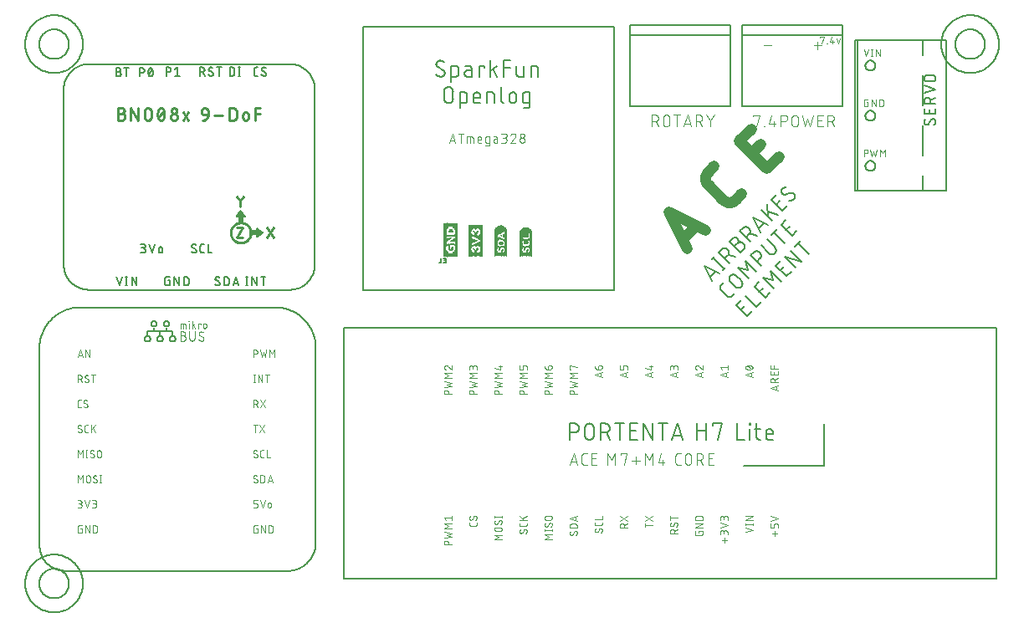
<source format=gbr>
G04 EAGLE Gerber RS-274X export*
G75*
%MOMM*%
%FSLAX34Y34*%
%LPD*%
%INSilkscreen Top*%
%IPPOS*%
%AMOC8*
5,1,8,0,0,1.08239X$1,22.5*%
G01*
%ADD10C,0.152400*%
%ADD11C,0.101600*%
%ADD12C,0.076200*%
%ADD13C,1.117600*%
%ADD14C,0.127000*%
%ADD15R,0.040000X3.180000*%
%ADD16R,0.030000X3.180000*%
%ADD17R,0.030000X0.630000*%
%ADD18R,0.030000X1.580000*%
%ADD19R,0.040000X0.520000*%
%ADD20R,0.040000X0.240000*%
%ADD21R,0.030000X0.490000*%
%ADD22R,0.030000X0.180000*%
%ADD23R,0.030000X0.520000*%
%ADD24R,0.040000X0.450000*%
%ADD25R,0.040000X0.140000*%
%ADD26R,0.040000X0.460000*%
%ADD27R,0.030000X0.420000*%
%ADD28R,0.030000X0.110000*%
%ADD29R,0.030000X0.460000*%
%ADD30R,0.040000X0.420000*%
%ADD31R,0.030000X0.070000*%
%ADD32R,0.030000X0.100000*%
%ADD33R,0.030000X0.380000*%
%ADD34R,0.030000X0.140000*%
%ADD35R,0.040000X0.170000*%
%ADD36R,0.040000X0.350000*%
%ADD37R,0.040000X0.180000*%
%ADD38R,0.040000X0.380000*%
%ADD39R,0.030000X0.250000*%
%ADD40R,0.030000X0.320000*%
%ADD41R,0.040000X0.490000*%
%ADD42R,0.040000X0.280000*%
%ADD43R,0.030000X0.210000*%
%ADD44R,0.030000X0.240000*%
%ADD45R,0.040000X0.630000*%
%ADD46R,0.040000X0.250000*%
%ADD47R,0.030000X0.280000*%
%ADD48R,0.030000X0.450000*%
%ADD49R,0.040000X0.320000*%
%ADD50R,0.040000X0.100000*%
%ADD51R,0.040000X0.530000*%
%ADD52R,0.030000X0.770000*%
%ADD53R,0.030000X0.040000*%
%ADD54R,0.030000X0.670000*%
%ADD55R,0.040000X0.310000*%
%ADD56R,0.040000X0.040000*%
%ADD57R,0.030000X0.310000*%
%ADD58R,0.030000X0.170000*%
%ADD59R,0.030000X0.350000*%
%ADD60R,0.040000X0.560000*%
%ADD61R,0.030000X0.560000*%
%ADD62R,0.040000X3.400000*%
%ADD63R,0.030000X3.400000*%
%ADD64R,0.030000X0.740000*%
%ADD65R,0.030000X2.450000*%
%ADD66R,0.040000X0.670000*%
%ADD67R,0.030000X0.600000*%
%ADD68R,0.040000X0.110000*%
%ADD69R,0.030000X0.530000*%
%ADD70R,0.040000X0.210000*%
%ADD71R,0.040000X0.390000*%
%ADD72R,0.030000X0.390000*%
%ADD73R,0.040000X0.070000*%
%ADD74R,0.030000X0.030000*%
%ADD75R,0.030000X0.700000*%
%ADD76R,0.030000X2.640000*%
%ADD77R,0.030000X2.730000*%
%ADD78R,0.020000X2.790000*%
%ADD79R,0.040000X2.850000*%
%ADD80R,0.030000X2.880000*%
%ADD81R,0.030000X2.910000*%
%ADD82R,0.020000X2.940000*%
%ADD83R,0.030000X0.540000*%
%ADD84R,0.030000X2.280000*%
%ADD85R,0.040000X0.480000*%
%ADD86R,0.040000X0.600000*%
%ADD87R,0.040000X0.870000*%
%ADD88R,0.030000X0.150000*%
%ADD89R,0.030000X0.510000*%
%ADD90R,0.030000X0.840000*%
%ADD91R,0.030000X0.120000*%
%ADD92R,0.030000X0.870000*%
%ADD93R,0.040000X0.360000*%
%ADD94R,0.040000X0.120000*%
%ADD95R,0.040000X0.330000*%
%ADD96R,0.030000X0.360000*%
%ADD97R,0.030000X0.300000*%
%ADD98R,0.040000X0.270000*%
%ADD99R,0.040000X0.840000*%
%ADD100R,0.030000X0.810000*%
%ADD101R,0.030000X0.330000*%
%ADD102R,0.030000X0.060000*%
%ADD103R,0.040000X0.150000*%
%ADD104R,0.040000X0.060000*%
%ADD105R,0.040000X0.780000*%
%ADD106R,0.030000X0.090000*%
%ADD107R,0.030000X0.780000*%
%ADD108R,0.030000X0.750000*%
%ADD109R,0.040000X0.720000*%
%ADD110R,0.040000X0.090000*%
%ADD111R,0.040000X0.300000*%
%ADD112R,0.030000X0.270000*%
%ADD113R,0.030000X0.720000*%
%ADD114R,0.030000X0.660000*%
%ADD115R,0.030000X0.570000*%
%ADD116R,0.040000X0.540000*%
%ADD117R,0.030000X2.940000*%
%ADD118R,0.030000X2.850000*%
%ADD119R,0.030000X2.790000*%
%ADD120R,0.030000X2.460000*%
%ADD121R,0.030000X2.550000*%
%ADD122R,0.020000X2.610000*%
%ADD123R,0.040000X2.670000*%
%ADD124R,0.030000X2.700000*%
%ADD125R,0.020000X2.760000*%
%ADD126R,0.030000X1.350000*%
%ADD127R,0.040000X0.930000*%
%ADD128R,0.030000X0.930000*%
%ADD129R,0.040000X0.960000*%
%ADD130R,0.030000X0.960000*%
%ADD131R,0.030000X0.990000*%
%ADD132R,0.040000X0.510000*%
%ADD133R,0.040000X0.990000*%
%ADD134R,0.040000X0.690000*%
%ADD135R,0.030000X0.480000*%
%ADD136R,0.030000X2.760000*%
%ADD137R,0.030000X2.670000*%
%ADD138R,0.030000X2.610000*%
%ADD139C,0.228600*%
%ADD140C,0.254000*%
%ADD141C,0.203200*%

G36*
X472337Y457971D02*
X472337Y457971D01*
X472447Y457978D01*
X472494Y457993D01*
X472543Y458000D01*
X472645Y458042D01*
X472749Y458076D01*
X472791Y458103D01*
X472837Y458121D01*
X472972Y458210D01*
X478052Y462020D01*
X478102Y462068D01*
X478156Y462107D01*
X478199Y462159D01*
X478255Y462211D01*
X478266Y462227D01*
X478280Y462241D01*
X478320Y462306D01*
X478358Y462352D01*
X478384Y462407D01*
X478430Y462476D01*
X478436Y462495D01*
X478446Y462512D01*
X478471Y462591D01*
X478494Y462640D01*
X478504Y462694D01*
X478533Y462777D01*
X478534Y462797D01*
X478540Y462816D01*
X478544Y462904D01*
X478554Y462952D01*
X478551Y463002D01*
X478558Y463094D01*
X478555Y463114D01*
X478555Y463133D01*
X478537Y463224D01*
X478534Y463270D01*
X478520Y463314D01*
X478503Y463408D01*
X478495Y463426D01*
X478491Y463445D01*
X478449Y463531D01*
X478436Y463572D01*
X478412Y463609D01*
X478373Y463698D01*
X478360Y463713D01*
X478352Y463731D01*
X478289Y463804D01*
X478266Y463841D01*
X478234Y463871D01*
X478174Y463946D01*
X478153Y463964D01*
X478145Y463973D01*
X478129Y463984D01*
X478052Y464050D01*
X472972Y467860D01*
X472967Y467863D01*
X472963Y467867D01*
X472926Y467887D01*
X472891Y467916D01*
X472791Y467963D01*
X472695Y468018D01*
X472647Y468031D01*
X472603Y468052D01*
X472495Y468073D01*
X472388Y468102D01*
X472339Y468102D01*
X472291Y468112D01*
X472237Y468108D01*
X472216Y468110D01*
X472210Y468110D01*
X472172Y468105D01*
X472070Y468107D01*
X472022Y468095D01*
X471973Y468092D01*
X471912Y468072D01*
X471894Y468070D01*
X471858Y468056D01*
X471761Y468032D01*
X471717Y468009D01*
X471671Y467994D01*
X471617Y467960D01*
X471599Y467953D01*
X471565Y467928D01*
X471480Y467883D01*
X471444Y467850D01*
X471402Y467824D01*
X471361Y467780D01*
X471341Y467766D01*
X471312Y467730D01*
X471245Y467669D01*
X471218Y467628D01*
X471184Y467592D01*
X471157Y467543D01*
X471139Y467521D01*
X471116Y467474D01*
X471070Y467404D01*
X471054Y467357D01*
X471030Y467314D01*
X471018Y467264D01*
X471003Y467233D01*
X470992Y467175D01*
X470967Y467103D01*
X470963Y467054D01*
X470951Y467006D01*
X470947Y466939D01*
X470943Y466921D01*
X470944Y466903D01*
X470941Y466845D01*
X470941Y465574D01*
X465860Y465574D01*
X465742Y465559D01*
X465623Y465552D01*
X465585Y465539D01*
X465544Y465534D01*
X465434Y465491D01*
X465321Y465454D01*
X465286Y465432D01*
X465249Y465417D01*
X465153Y465348D01*
X465052Y465284D01*
X465024Y465254D01*
X464991Y465231D01*
X464916Y465139D01*
X464834Y465052D01*
X464814Y465017D01*
X464789Y464986D01*
X464738Y464878D01*
X464680Y464774D01*
X464670Y464734D01*
X464653Y464698D01*
X464631Y464581D01*
X464601Y464466D01*
X464597Y464406D01*
X464593Y464386D01*
X464593Y464383D01*
X464594Y464364D01*
X464591Y464305D01*
X464591Y461765D01*
X464606Y461647D01*
X464613Y461528D01*
X464626Y461490D01*
X464631Y461449D01*
X464674Y461339D01*
X464711Y461226D01*
X464733Y461191D01*
X464748Y461154D01*
X464818Y461058D01*
X464881Y460957D01*
X464911Y460929D01*
X464934Y460896D01*
X465026Y460821D01*
X465113Y460739D01*
X465148Y460719D01*
X465179Y460694D01*
X465287Y460643D01*
X465391Y460585D01*
X465431Y460575D01*
X465467Y460558D01*
X465584Y460536D01*
X465699Y460506D01*
X465760Y460502D01*
X465780Y460498D01*
X465800Y460500D01*
X465860Y460496D01*
X470941Y460496D01*
X470941Y459225D01*
X470947Y459176D01*
X470945Y459127D01*
X470967Y459019D01*
X470981Y458909D01*
X470999Y458864D01*
X471009Y458815D01*
X471057Y458716D01*
X471098Y458614D01*
X471127Y458574D01*
X471148Y458529D01*
X471220Y458446D01*
X471284Y458356D01*
X471323Y458325D01*
X471355Y458287D01*
X471445Y458224D01*
X471529Y458154D01*
X471574Y458133D01*
X471615Y458104D01*
X471718Y458065D01*
X471817Y458018D01*
X471866Y458009D01*
X471912Y457991D01*
X472022Y457979D01*
X472130Y457958D01*
X472179Y457961D01*
X472228Y457956D01*
X472337Y457971D01*
G37*
G36*
X457008Y471961D02*
X457008Y471961D01*
X457127Y471968D01*
X457165Y471981D01*
X457206Y471986D01*
X457316Y472029D01*
X457429Y472066D01*
X457464Y472088D01*
X457501Y472103D01*
X457597Y472173D01*
X457698Y472236D01*
X457726Y472266D01*
X457759Y472289D01*
X457835Y472381D01*
X457916Y472468D01*
X457936Y472503D01*
X457961Y472534D01*
X458012Y472642D01*
X458070Y472746D01*
X458080Y472786D01*
X458097Y472822D01*
X458119Y472939D01*
X458149Y473054D01*
X458153Y473115D01*
X458157Y473135D01*
X458155Y473155D01*
X458159Y473215D01*
X458159Y478296D01*
X459430Y478296D01*
X459479Y478302D01*
X459528Y478300D01*
X459636Y478322D01*
X459746Y478336D01*
X459791Y478354D01*
X459840Y478364D01*
X459939Y478412D01*
X460041Y478453D01*
X460081Y478482D01*
X460126Y478503D01*
X460209Y478575D01*
X460299Y478639D01*
X460330Y478678D01*
X460368Y478710D01*
X460431Y478800D01*
X460501Y478884D01*
X460522Y478929D01*
X460551Y478970D01*
X460590Y479073D01*
X460637Y479172D01*
X460646Y479221D01*
X460664Y479267D01*
X460676Y479377D01*
X460697Y479485D01*
X460694Y479534D01*
X460699Y479583D01*
X460684Y479692D01*
X460677Y479802D01*
X460662Y479849D01*
X460655Y479898D01*
X460613Y480000D01*
X460579Y480104D01*
X460552Y480146D01*
X460534Y480192D01*
X460445Y480327D01*
X456635Y485407D01*
X456617Y485426D01*
X456604Y485446D01*
X456531Y485515D01*
X456444Y485610D01*
X456428Y485621D01*
X456414Y485635D01*
X456383Y485654D01*
X456372Y485664D01*
X456317Y485695D01*
X456295Y485708D01*
X456179Y485785D01*
X456160Y485791D01*
X456143Y485801D01*
X456098Y485815D01*
X456094Y485818D01*
X456071Y485824D01*
X456010Y485843D01*
X455878Y485888D01*
X455858Y485889D01*
X455839Y485895D01*
X455757Y485899D01*
X455643Y485906D01*
X455561Y485913D01*
X455541Y485910D01*
X455522Y485910D01*
X455385Y485882D01*
X455305Y485868D01*
X455299Y485868D01*
X455298Y485867D01*
X455247Y485858D01*
X455229Y485850D01*
X455210Y485846D01*
X455085Y485785D01*
X455043Y485766D01*
X455004Y485751D01*
X454996Y485745D01*
X454958Y485728D01*
X454942Y485715D01*
X454924Y485707D01*
X454818Y485616D01*
X454815Y485613D01*
X454746Y485564D01*
X454734Y485549D01*
X454709Y485529D01*
X454691Y485508D01*
X454682Y485500D01*
X454671Y485484D01*
X454605Y485407D01*
X450795Y480327D01*
X450770Y480284D01*
X450739Y480246D01*
X450692Y480146D01*
X450637Y480050D01*
X450624Y480002D01*
X450603Y479958D01*
X450582Y479850D01*
X450553Y479743D01*
X450553Y479694D01*
X450543Y479646D01*
X450550Y479536D01*
X450548Y479425D01*
X450560Y479377D01*
X450563Y479328D01*
X450597Y479224D01*
X450623Y479116D01*
X450646Y479072D01*
X450661Y479026D01*
X450720Y478933D01*
X450772Y478835D01*
X450805Y478799D01*
X450831Y478757D01*
X450912Y478681D01*
X450986Y478600D01*
X451027Y478573D01*
X451063Y478539D01*
X451159Y478486D01*
X451251Y478425D01*
X451298Y478409D01*
X451341Y478385D01*
X451448Y478358D01*
X451552Y478322D01*
X451601Y478318D01*
X451649Y478306D01*
X451810Y478296D01*
X453081Y478296D01*
X453081Y473215D01*
X453096Y473097D01*
X453103Y472978D01*
X453116Y472940D01*
X453121Y472899D01*
X453164Y472789D01*
X453201Y472676D01*
X453223Y472641D01*
X453238Y472604D01*
X453308Y472508D01*
X453371Y472407D01*
X453401Y472379D01*
X453424Y472346D01*
X453516Y472271D01*
X453603Y472189D01*
X453638Y472169D01*
X453669Y472144D01*
X453777Y472093D01*
X453881Y472035D01*
X453921Y472025D01*
X453957Y472008D01*
X454074Y471986D01*
X454189Y471956D01*
X454250Y471952D01*
X454270Y471948D01*
X454290Y471950D01*
X454350Y471946D01*
X456890Y471946D01*
X457008Y471961D01*
G37*
D10*
X579640Y405260D02*
X579640Y671960D01*
X833640Y671960D01*
X833640Y405260D01*
X579640Y405260D01*
D11*
X871728Y570738D02*
X871728Y582422D01*
X874974Y582422D01*
X875087Y582420D01*
X875200Y582414D01*
X875313Y582404D01*
X875426Y582390D01*
X875538Y582373D01*
X875649Y582351D01*
X875759Y582326D01*
X875869Y582296D01*
X875977Y582263D01*
X876084Y582226D01*
X876190Y582186D01*
X876294Y582141D01*
X876397Y582093D01*
X876498Y582042D01*
X876597Y581987D01*
X876694Y581929D01*
X876789Y581867D01*
X876882Y581802D01*
X876972Y581734D01*
X877060Y581663D01*
X877146Y581588D01*
X877229Y581511D01*
X877309Y581431D01*
X877386Y581348D01*
X877461Y581262D01*
X877532Y581174D01*
X877600Y581084D01*
X877665Y580991D01*
X877727Y580896D01*
X877785Y580799D01*
X877840Y580700D01*
X877891Y580599D01*
X877939Y580496D01*
X877984Y580392D01*
X878024Y580286D01*
X878061Y580179D01*
X878094Y580071D01*
X878124Y579961D01*
X878149Y579851D01*
X878171Y579740D01*
X878188Y579628D01*
X878202Y579515D01*
X878212Y579402D01*
X878218Y579289D01*
X878220Y579176D01*
X878218Y579063D01*
X878212Y578950D01*
X878202Y578837D01*
X878188Y578724D01*
X878171Y578612D01*
X878149Y578501D01*
X878124Y578391D01*
X878094Y578281D01*
X878061Y578173D01*
X878024Y578066D01*
X877984Y577960D01*
X877939Y577856D01*
X877891Y577753D01*
X877840Y577652D01*
X877785Y577553D01*
X877727Y577456D01*
X877665Y577361D01*
X877600Y577268D01*
X877532Y577178D01*
X877461Y577090D01*
X877386Y577004D01*
X877309Y576921D01*
X877229Y576841D01*
X877146Y576764D01*
X877060Y576689D01*
X876972Y576618D01*
X876882Y576550D01*
X876789Y576485D01*
X876694Y576423D01*
X876597Y576365D01*
X876498Y576310D01*
X876397Y576259D01*
X876294Y576211D01*
X876190Y576166D01*
X876084Y576126D01*
X875977Y576089D01*
X875869Y576056D01*
X875759Y576026D01*
X875649Y576001D01*
X875538Y575979D01*
X875426Y575962D01*
X875313Y575948D01*
X875200Y575938D01*
X875087Y575932D01*
X874974Y575930D01*
X874974Y575931D02*
X871728Y575931D01*
X875623Y575931D02*
X878219Y570738D01*
X883084Y573984D02*
X883084Y579176D01*
X883086Y579289D01*
X883092Y579402D01*
X883102Y579515D01*
X883116Y579628D01*
X883133Y579740D01*
X883155Y579851D01*
X883180Y579961D01*
X883210Y580071D01*
X883243Y580179D01*
X883280Y580286D01*
X883320Y580392D01*
X883365Y580496D01*
X883413Y580599D01*
X883464Y580700D01*
X883519Y580799D01*
X883577Y580896D01*
X883639Y580991D01*
X883704Y581084D01*
X883772Y581174D01*
X883843Y581262D01*
X883918Y581348D01*
X883995Y581431D01*
X884075Y581511D01*
X884158Y581588D01*
X884244Y581663D01*
X884332Y581734D01*
X884422Y581802D01*
X884515Y581867D01*
X884610Y581929D01*
X884707Y581987D01*
X884806Y582042D01*
X884907Y582093D01*
X885010Y582141D01*
X885114Y582186D01*
X885220Y582226D01*
X885327Y582263D01*
X885435Y582296D01*
X885545Y582326D01*
X885655Y582351D01*
X885766Y582373D01*
X885878Y582390D01*
X885991Y582404D01*
X886104Y582414D01*
X886217Y582420D01*
X886330Y582422D01*
X886443Y582420D01*
X886556Y582414D01*
X886669Y582404D01*
X886782Y582390D01*
X886894Y582373D01*
X887005Y582351D01*
X887115Y582326D01*
X887225Y582296D01*
X887333Y582263D01*
X887440Y582226D01*
X887546Y582186D01*
X887650Y582141D01*
X887753Y582093D01*
X887854Y582042D01*
X887953Y581987D01*
X888050Y581929D01*
X888145Y581867D01*
X888238Y581802D01*
X888328Y581734D01*
X888416Y581663D01*
X888502Y581588D01*
X888585Y581511D01*
X888665Y581431D01*
X888742Y581348D01*
X888817Y581262D01*
X888888Y581174D01*
X888956Y581084D01*
X889021Y580991D01*
X889083Y580896D01*
X889141Y580799D01*
X889196Y580700D01*
X889247Y580599D01*
X889295Y580496D01*
X889340Y580392D01*
X889380Y580286D01*
X889417Y580179D01*
X889450Y580071D01*
X889480Y579961D01*
X889505Y579851D01*
X889527Y579740D01*
X889544Y579628D01*
X889558Y579515D01*
X889568Y579402D01*
X889574Y579289D01*
X889576Y579176D01*
X889575Y579176D02*
X889575Y573984D01*
X889576Y573984D02*
X889574Y573871D01*
X889568Y573758D01*
X889558Y573645D01*
X889544Y573532D01*
X889527Y573420D01*
X889505Y573309D01*
X889480Y573199D01*
X889450Y573089D01*
X889417Y572981D01*
X889380Y572874D01*
X889340Y572768D01*
X889295Y572664D01*
X889247Y572561D01*
X889196Y572460D01*
X889141Y572361D01*
X889083Y572264D01*
X889021Y572169D01*
X888956Y572076D01*
X888888Y571986D01*
X888817Y571898D01*
X888742Y571812D01*
X888665Y571729D01*
X888585Y571649D01*
X888502Y571572D01*
X888416Y571497D01*
X888328Y571426D01*
X888238Y571358D01*
X888145Y571293D01*
X888050Y571231D01*
X887953Y571173D01*
X887854Y571118D01*
X887753Y571067D01*
X887650Y571019D01*
X887546Y570974D01*
X887440Y570934D01*
X887333Y570897D01*
X887225Y570864D01*
X887115Y570834D01*
X887005Y570809D01*
X886894Y570787D01*
X886782Y570770D01*
X886669Y570756D01*
X886556Y570746D01*
X886443Y570740D01*
X886330Y570738D01*
X886217Y570740D01*
X886104Y570746D01*
X885991Y570756D01*
X885878Y570770D01*
X885766Y570787D01*
X885655Y570809D01*
X885545Y570834D01*
X885435Y570864D01*
X885327Y570897D01*
X885220Y570934D01*
X885114Y570974D01*
X885010Y571019D01*
X884907Y571067D01*
X884806Y571118D01*
X884707Y571173D01*
X884610Y571231D01*
X884515Y571293D01*
X884422Y571358D01*
X884332Y571426D01*
X884244Y571497D01*
X884158Y571572D01*
X884075Y571649D01*
X883995Y571729D01*
X883918Y571812D01*
X883843Y571898D01*
X883772Y571986D01*
X883704Y572076D01*
X883639Y572169D01*
X883577Y572264D01*
X883519Y572361D01*
X883464Y572460D01*
X883413Y572561D01*
X883365Y572664D01*
X883320Y572768D01*
X883280Y572874D01*
X883243Y572981D01*
X883210Y573089D01*
X883180Y573199D01*
X883155Y573309D01*
X883133Y573420D01*
X883116Y573532D01*
X883102Y573645D01*
X883092Y573758D01*
X883086Y573871D01*
X883084Y573984D01*
X896998Y570738D02*
X896998Y582422D01*
X900243Y582422D02*
X893752Y582422D01*
X907666Y582422D02*
X903771Y570738D01*
X911561Y570738D02*
X907666Y582422D01*
X910587Y573659D02*
X904745Y573659D01*
X916305Y570738D02*
X916305Y582422D01*
X919550Y582422D01*
X919663Y582420D01*
X919776Y582414D01*
X919889Y582404D01*
X920002Y582390D01*
X920114Y582373D01*
X920225Y582351D01*
X920335Y582326D01*
X920445Y582296D01*
X920553Y582263D01*
X920660Y582226D01*
X920766Y582186D01*
X920870Y582141D01*
X920973Y582093D01*
X921074Y582042D01*
X921173Y581987D01*
X921270Y581929D01*
X921365Y581867D01*
X921458Y581802D01*
X921548Y581734D01*
X921636Y581663D01*
X921722Y581588D01*
X921805Y581511D01*
X921885Y581431D01*
X921962Y581348D01*
X922037Y581262D01*
X922108Y581174D01*
X922176Y581084D01*
X922241Y580991D01*
X922303Y580896D01*
X922361Y580799D01*
X922416Y580700D01*
X922467Y580599D01*
X922515Y580496D01*
X922560Y580392D01*
X922600Y580286D01*
X922637Y580179D01*
X922670Y580071D01*
X922700Y579961D01*
X922725Y579851D01*
X922747Y579740D01*
X922764Y579628D01*
X922778Y579515D01*
X922788Y579402D01*
X922794Y579289D01*
X922796Y579176D01*
X922794Y579063D01*
X922788Y578950D01*
X922778Y578837D01*
X922764Y578724D01*
X922747Y578612D01*
X922725Y578501D01*
X922700Y578391D01*
X922670Y578281D01*
X922637Y578173D01*
X922600Y578066D01*
X922560Y577960D01*
X922515Y577856D01*
X922467Y577753D01*
X922416Y577652D01*
X922361Y577553D01*
X922303Y577456D01*
X922241Y577361D01*
X922176Y577268D01*
X922108Y577178D01*
X922037Y577090D01*
X921962Y577004D01*
X921885Y576921D01*
X921805Y576841D01*
X921722Y576764D01*
X921636Y576689D01*
X921548Y576618D01*
X921458Y576550D01*
X921365Y576485D01*
X921270Y576423D01*
X921173Y576365D01*
X921074Y576310D01*
X920973Y576259D01*
X920870Y576211D01*
X920766Y576166D01*
X920660Y576126D01*
X920553Y576089D01*
X920445Y576056D01*
X920335Y576026D01*
X920225Y576001D01*
X920114Y575979D01*
X920002Y575962D01*
X919889Y575948D01*
X919776Y575938D01*
X919663Y575932D01*
X919550Y575930D01*
X919550Y575931D02*
X916305Y575931D01*
X920200Y575931D02*
X922796Y570738D01*
X930907Y576905D02*
X927012Y582422D01*
X930907Y576905D02*
X934801Y582422D01*
X930907Y576905D02*
X930907Y570738D01*
X984758Y652752D02*
X992547Y652752D01*
X1035558Y652752D02*
X1043347Y652752D01*
X1039453Y656646D02*
X1039453Y648857D01*
D12*
X1086231Y547497D02*
X1086231Y540131D01*
X1086231Y547497D02*
X1088277Y547497D01*
X1088366Y547495D01*
X1088455Y547489D01*
X1088544Y547479D01*
X1088632Y547466D01*
X1088720Y547449D01*
X1088807Y547427D01*
X1088892Y547402D01*
X1088977Y547374D01*
X1089060Y547341D01*
X1089142Y547305D01*
X1089222Y547266D01*
X1089300Y547223D01*
X1089376Y547177D01*
X1089451Y547127D01*
X1089523Y547074D01*
X1089592Y547018D01*
X1089659Y546959D01*
X1089724Y546898D01*
X1089785Y546833D01*
X1089844Y546766D01*
X1089900Y546697D01*
X1089953Y546625D01*
X1090003Y546550D01*
X1090049Y546474D01*
X1090092Y546396D01*
X1090131Y546316D01*
X1090167Y546234D01*
X1090200Y546151D01*
X1090228Y546066D01*
X1090253Y545981D01*
X1090275Y545894D01*
X1090292Y545806D01*
X1090305Y545718D01*
X1090315Y545629D01*
X1090321Y545540D01*
X1090323Y545451D01*
X1090321Y545362D01*
X1090315Y545273D01*
X1090305Y545184D01*
X1090292Y545096D01*
X1090275Y545008D01*
X1090253Y544921D01*
X1090228Y544836D01*
X1090200Y544751D01*
X1090167Y544668D01*
X1090131Y544586D01*
X1090092Y544506D01*
X1090049Y544428D01*
X1090003Y544352D01*
X1089953Y544277D01*
X1089900Y544205D01*
X1089844Y544136D01*
X1089785Y544069D01*
X1089724Y544004D01*
X1089659Y543943D01*
X1089592Y543884D01*
X1089523Y543828D01*
X1089451Y543775D01*
X1089376Y543725D01*
X1089300Y543679D01*
X1089222Y543636D01*
X1089142Y543597D01*
X1089060Y543561D01*
X1088977Y543528D01*
X1088892Y543500D01*
X1088807Y543475D01*
X1088720Y543453D01*
X1088632Y543436D01*
X1088544Y543423D01*
X1088455Y543413D01*
X1088366Y543407D01*
X1088277Y543405D01*
X1086231Y543405D01*
X1092932Y547497D02*
X1094569Y540131D01*
X1096206Y545042D01*
X1097843Y540131D01*
X1099480Y547497D01*
X1102773Y547497D02*
X1102773Y540131D01*
X1105228Y543405D02*
X1102773Y547497D01*
X1105228Y543405D02*
X1107684Y547497D01*
X1107684Y540131D01*
X1090323Y595023D02*
X1089096Y595023D01*
X1090323Y595023D02*
X1090323Y590931D01*
X1087868Y590931D01*
X1087790Y590933D01*
X1087712Y590938D01*
X1087635Y590948D01*
X1087558Y590961D01*
X1087482Y590977D01*
X1087407Y590997D01*
X1087333Y591021D01*
X1087260Y591048D01*
X1087188Y591079D01*
X1087118Y591113D01*
X1087050Y591150D01*
X1086983Y591191D01*
X1086918Y591235D01*
X1086856Y591281D01*
X1086796Y591331D01*
X1086738Y591383D01*
X1086683Y591438D01*
X1086631Y591496D01*
X1086581Y591556D01*
X1086535Y591618D01*
X1086491Y591683D01*
X1086450Y591750D01*
X1086413Y591818D01*
X1086379Y591888D01*
X1086348Y591960D01*
X1086321Y592033D01*
X1086297Y592107D01*
X1086277Y592182D01*
X1086261Y592258D01*
X1086248Y592335D01*
X1086238Y592412D01*
X1086233Y592490D01*
X1086231Y592568D01*
X1086231Y596660D01*
X1086233Y596740D01*
X1086239Y596820D01*
X1086249Y596900D01*
X1086262Y596979D01*
X1086280Y597058D01*
X1086301Y597135D01*
X1086327Y597211D01*
X1086356Y597286D01*
X1086388Y597360D01*
X1086424Y597432D01*
X1086464Y597502D01*
X1086507Y597569D01*
X1086553Y597635D01*
X1086603Y597698D01*
X1086655Y597759D01*
X1086710Y597818D01*
X1086769Y597873D01*
X1086829Y597925D01*
X1086893Y597975D01*
X1086959Y598021D01*
X1087026Y598064D01*
X1087096Y598104D01*
X1087168Y598140D01*
X1087242Y598172D01*
X1087316Y598201D01*
X1087393Y598227D01*
X1087470Y598248D01*
X1087549Y598266D01*
X1087628Y598279D01*
X1087708Y598289D01*
X1087788Y598295D01*
X1087868Y598297D01*
X1090323Y598297D01*
X1094034Y598297D02*
X1094034Y590931D01*
X1098126Y590931D02*
X1094034Y598297D01*
X1098126Y598297D02*
X1098126Y590931D01*
X1101837Y590931D02*
X1101837Y598297D01*
X1103883Y598297D01*
X1103972Y598295D01*
X1104061Y598289D01*
X1104150Y598279D01*
X1104238Y598266D01*
X1104326Y598249D01*
X1104413Y598227D01*
X1104498Y598202D01*
X1104583Y598174D01*
X1104666Y598141D01*
X1104748Y598105D01*
X1104828Y598066D01*
X1104906Y598023D01*
X1104982Y597977D01*
X1105057Y597927D01*
X1105129Y597874D01*
X1105198Y597818D01*
X1105265Y597759D01*
X1105330Y597698D01*
X1105391Y597633D01*
X1105450Y597566D01*
X1105506Y597497D01*
X1105559Y597425D01*
X1105609Y597350D01*
X1105655Y597274D01*
X1105698Y597196D01*
X1105737Y597116D01*
X1105773Y597034D01*
X1105806Y596951D01*
X1105834Y596866D01*
X1105859Y596781D01*
X1105881Y596694D01*
X1105898Y596606D01*
X1105911Y596518D01*
X1105921Y596429D01*
X1105927Y596340D01*
X1105929Y596251D01*
X1105929Y592977D01*
X1105927Y592888D01*
X1105921Y592799D01*
X1105911Y592710D01*
X1105898Y592622D01*
X1105881Y592534D01*
X1105859Y592447D01*
X1105834Y592362D01*
X1105806Y592277D01*
X1105773Y592194D01*
X1105737Y592112D01*
X1105698Y592032D01*
X1105655Y591954D01*
X1105609Y591878D01*
X1105559Y591803D01*
X1105506Y591731D01*
X1105450Y591662D01*
X1105391Y591595D01*
X1105330Y591530D01*
X1105265Y591469D01*
X1105198Y591410D01*
X1105129Y591354D01*
X1105057Y591301D01*
X1104982Y591251D01*
X1104906Y591205D01*
X1104828Y591162D01*
X1104748Y591123D01*
X1104666Y591087D01*
X1104583Y591054D01*
X1104498Y591026D01*
X1104413Y591001D01*
X1104326Y590979D01*
X1104238Y590962D01*
X1104150Y590949D01*
X1104061Y590939D01*
X1103972Y590933D01*
X1103883Y590931D01*
X1101837Y590931D01*
X1088686Y641731D02*
X1086231Y649097D01*
X1091142Y649097D02*
X1088686Y641731D01*
X1094538Y641731D02*
X1094538Y649097D01*
X1093720Y641731D02*
X1095357Y641731D01*
X1095357Y649097D02*
X1093720Y649097D01*
X1098588Y649097D02*
X1098588Y641731D01*
X1102681Y641731D02*
X1098588Y649097D01*
X1102681Y649097D02*
X1102681Y641731D01*
X1041781Y660979D02*
X1041781Y661797D01*
X1045873Y661797D01*
X1043827Y654431D01*
X1048743Y654431D02*
X1048743Y654840D01*
X1049152Y654840D01*
X1049152Y654431D01*
X1048743Y654431D01*
X1052022Y656068D02*
X1053659Y661797D01*
X1052022Y656068D02*
X1056114Y656068D01*
X1054887Y657705D02*
X1054887Y654431D01*
X1060652Y654431D02*
X1059015Y659342D01*
X1062289Y659342D02*
X1060652Y654431D01*
D10*
X662141Y624769D02*
X662139Y624651D01*
X662133Y624533D01*
X662124Y624415D01*
X662110Y624298D01*
X662093Y624181D01*
X662072Y624064D01*
X662047Y623949D01*
X662018Y623834D01*
X661985Y623720D01*
X661949Y623608D01*
X661909Y623497D01*
X661866Y623387D01*
X661819Y623278D01*
X661769Y623171D01*
X661714Y623066D01*
X661657Y622963D01*
X661596Y622862D01*
X661532Y622762D01*
X661465Y622665D01*
X661395Y622570D01*
X661321Y622478D01*
X661245Y622387D01*
X661165Y622300D01*
X661083Y622215D01*
X660998Y622133D01*
X660911Y622053D01*
X660820Y621977D01*
X660728Y621903D01*
X660633Y621833D01*
X660536Y621766D01*
X660436Y621702D01*
X660335Y621641D01*
X660232Y621584D01*
X660127Y621529D01*
X660020Y621479D01*
X659911Y621432D01*
X659801Y621389D01*
X659690Y621349D01*
X659578Y621313D01*
X659464Y621280D01*
X659349Y621251D01*
X659234Y621226D01*
X659117Y621205D01*
X659000Y621188D01*
X658883Y621174D01*
X658765Y621165D01*
X658647Y621159D01*
X658529Y621157D01*
X658346Y621159D01*
X658164Y621166D01*
X657982Y621177D01*
X657800Y621192D01*
X657618Y621212D01*
X657437Y621235D01*
X657257Y621264D01*
X657077Y621296D01*
X656898Y621333D01*
X656721Y621374D01*
X656544Y621420D01*
X656368Y621469D01*
X656194Y621523D01*
X656020Y621581D01*
X655849Y621643D01*
X655679Y621709D01*
X655510Y621780D01*
X655343Y621854D01*
X655178Y621932D01*
X655015Y622014D01*
X654854Y622100D01*
X654695Y622190D01*
X654538Y622284D01*
X654384Y622381D01*
X654232Y622482D01*
X654082Y622587D01*
X653935Y622695D01*
X653791Y622806D01*
X653649Y622921D01*
X653510Y623040D01*
X653374Y623162D01*
X653241Y623287D01*
X653111Y623415D01*
X653563Y633801D02*
X653565Y633919D01*
X653571Y634037D01*
X653580Y634155D01*
X653594Y634272D01*
X653611Y634389D01*
X653632Y634506D01*
X653657Y634621D01*
X653686Y634736D01*
X653719Y634850D01*
X653755Y634962D01*
X653795Y635073D01*
X653838Y635183D01*
X653885Y635292D01*
X653935Y635399D01*
X653990Y635504D01*
X654047Y635607D01*
X654108Y635708D01*
X654172Y635808D01*
X654239Y635905D01*
X654309Y636000D01*
X654383Y636092D01*
X654459Y636183D01*
X654539Y636270D01*
X654621Y636355D01*
X654706Y636437D01*
X654793Y636517D01*
X654884Y636593D01*
X654976Y636667D01*
X655071Y636737D01*
X655168Y636804D01*
X655268Y636868D01*
X655369Y636929D01*
X655472Y636987D01*
X655577Y637041D01*
X655684Y637091D01*
X655793Y637138D01*
X655903Y637182D01*
X656014Y637221D01*
X656127Y637257D01*
X656240Y637290D01*
X656355Y637319D01*
X656470Y637344D01*
X656587Y637365D01*
X656704Y637382D01*
X656821Y637396D01*
X656939Y637405D01*
X657057Y637411D01*
X657175Y637413D01*
X657336Y637411D01*
X657498Y637405D01*
X657659Y637396D01*
X657820Y637382D01*
X657980Y637365D01*
X658140Y637344D01*
X658300Y637319D01*
X658459Y637290D01*
X658617Y637258D01*
X658774Y637222D01*
X658930Y637182D01*
X659086Y637138D01*
X659240Y637090D01*
X659393Y637039D01*
X659545Y636985D01*
X659696Y636926D01*
X659845Y636865D01*
X659992Y636799D01*
X660138Y636730D01*
X660283Y636658D01*
X660425Y636582D01*
X660566Y636503D01*
X660705Y636421D01*
X660841Y636335D01*
X660976Y636246D01*
X661109Y636154D01*
X661239Y636058D01*
X655368Y630640D02*
X655267Y630702D01*
X655167Y630767D01*
X655070Y630836D01*
X654975Y630908D01*
X654882Y630982D01*
X654792Y631060D01*
X654704Y631141D01*
X654619Y631224D01*
X654537Y631310D01*
X654458Y631399D01*
X654381Y631490D01*
X654308Y631584D01*
X654237Y631680D01*
X654170Y631778D01*
X654106Y631878D01*
X654045Y631981D01*
X653988Y632085D01*
X653934Y632191D01*
X653884Y632299D01*
X653837Y632408D01*
X653793Y632519D01*
X653753Y632631D01*
X653717Y632745D01*
X653685Y632859D01*
X653656Y632975D01*
X653631Y633091D01*
X653610Y633208D01*
X653593Y633326D01*
X653579Y633444D01*
X653570Y633563D01*
X653564Y633682D01*
X653562Y633801D01*
X660336Y627930D02*
X660437Y627868D01*
X660537Y627803D01*
X660634Y627734D01*
X660729Y627662D01*
X660822Y627588D01*
X660912Y627510D01*
X661000Y627429D01*
X661085Y627346D01*
X661167Y627260D01*
X661246Y627171D01*
X661323Y627080D01*
X661396Y626986D01*
X661467Y626890D01*
X661534Y626792D01*
X661598Y626692D01*
X661659Y626589D01*
X661716Y626485D01*
X661770Y626379D01*
X661820Y626271D01*
X661867Y626162D01*
X661911Y626051D01*
X661951Y625939D01*
X661987Y625825D01*
X662019Y625711D01*
X662048Y625595D01*
X662073Y625479D01*
X662094Y625362D01*
X662111Y625244D01*
X662125Y625126D01*
X662134Y625007D01*
X662140Y624888D01*
X662142Y624769D01*
X660336Y627930D02*
X655369Y630640D01*
X668676Y631994D02*
X668676Y615738D01*
X668676Y631994D02*
X673192Y631994D01*
X673296Y631992D01*
X673399Y631986D01*
X673503Y631976D01*
X673606Y631962D01*
X673708Y631944D01*
X673809Y631923D01*
X673910Y631897D01*
X674009Y631868D01*
X674108Y631835D01*
X674205Y631798D01*
X674300Y631757D01*
X674394Y631713D01*
X674486Y631665D01*
X674576Y631614D01*
X674665Y631559D01*
X674751Y631501D01*
X674834Y631439D01*
X674916Y631375D01*
X674994Y631307D01*
X675070Y631237D01*
X675144Y631164D01*
X675214Y631087D01*
X675282Y631009D01*
X675346Y630927D01*
X675408Y630844D01*
X675466Y630758D01*
X675521Y630669D01*
X675572Y630579D01*
X675620Y630487D01*
X675664Y630393D01*
X675705Y630298D01*
X675742Y630201D01*
X675775Y630102D01*
X675804Y630003D01*
X675830Y629902D01*
X675851Y629801D01*
X675869Y629699D01*
X675883Y629596D01*
X675893Y629492D01*
X675899Y629389D01*
X675901Y629285D01*
X675901Y623866D01*
X675899Y623765D01*
X675893Y623664D01*
X675884Y623563D01*
X675871Y623462D01*
X675854Y623362D01*
X675833Y623263D01*
X675809Y623165D01*
X675781Y623068D01*
X675749Y622971D01*
X675714Y622876D01*
X675675Y622783D01*
X675633Y622691D01*
X675587Y622600D01*
X675538Y622512D01*
X675486Y622425D01*
X675430Y622340D01*
X675372Y622257D01*
X675310Y622177D01*
X675245Y622099D01*
X675178Y622023D01*
X675108Y621950D01*
X675035Y621880D01*
X674959Y621813D01*
X674881Y621748D01*
X674801Y621686D01*
X674718Y621628D01*
X674633Y621572D01*
X674547Y621520D01*
X674458Y621471D01*
X674367Y621425D01*
X674275Y621383D01*
X674182Y621344D01*
X674087Y621309D01*
X673990Y621277D01*
X673893Y621249D01*
X673795Y621225D01*
X673696Y621204D01*
X673596Y621187D01*
X673495Y621174D01*
X673394Y621165D01*
X673293Y621159D01*
X673192Y621157D01*
X668676Y621157D01*
X685238Y627479D02*
X689302Y627479D01*
X685238Y627479D02*
X685126Y627477D01*
X685015Y627471D01*
X684904Y627461D01*
X684793Y627448D01*
X684683Y627430D01*
X684574Y627408D01*
X684465Y627383D01*
X684357Y627354D01*
X684251Y627321D01*
X684145Y627284D01*
X684041Y627244D01*
X683939Y627200D01*
X683838Y627152D01*
X683739Y627101D01*
X683641Y627046D01*
X683546Y626988D01*
X683453Y626927D01*
X683362Y626862D01*
X683273Y626794D01*
X683187Y626723D01*
X683104Y626650D01*
X683023Y626573D01*
X682944Y626493D01*
X682869Y626411D01*
X682797Y626326D01*
X682727Y626239D01*
X682661Y626149D01*
X682598Y626057D01*
X682538Y625962D01*
X682482Y625866D01*
X682429Y625768D01*
X682380Y625668D01*
X682334Y625566D01*
X682292Y625463D01*
X682253Y625358D01*
X682218Y625252D01*
X682187Y625145D01*
X682160Y625037D01*
X682136Y624928D01*
X682117Y624818D01*
X682101Y624708D01*
X682089Y624597D01*
X682081Y624485D01*
X682077Y624374D01*
X682077Y624262D01*
X682081Y624151D01*
X682089Y624039D01*
X682101Y623928D01*
X682117Y623818D01*
X682136Y623708D01*
X682160Y623599D01*
X682187Y623491D01*
X682218Y623384D01*
X682253Y623278D01*
X682292Y623173D01*
X682334Y623070D01*
X682380Y622968D01*
X682429Y622868D01*
X682482Y622770D01*
X682538Y622674D01*
X682598Y622579D01*
X682661Y622487D01*
X682727Y622397D01*
X682797Y622310D01*
X682869Y622225D01*
X682944Y622143D01*
X683023Y622063D01*
X683104Y621986D01*
X683187Y621913D01*
X683273Y621842D01*
X683362Y621774D01*
X683453Y621709D01*
X683546Y621648D01*
X683641Y621590D01*
X683739Y621535D01*
X683838Y621484D01*
X683939Y621436D01*
X684041Y621392D01*
X684145Y621352D01*
X684251Y621315D01*
X684357Y621282D01*
X684465Y621253D01*
X684574Y621228D01*
X684683Y621206D01*
X684793Y621188D01*
X684904Y621175D01*
X685015Y621165D01*
X685126Y621159D01*
X685238Y621157D01*
X689302Y621157D01*
X689302Y629285D01*
X689301Y629285D02*
X689299Y629386D01*
X689293Y629487D01*
X689284Y629588D01*
X689271Y629689D01*
X689254Y629789D01*
X689233Y629888D01*
X689209Y629986D01*
X689181Y630083D01*
X689149Y630180D01*
X689114Y630275D01*
X689075Y630368D01*
X689033Y630460D01*
X688987Y630551D01*
X688938Y630640D01*
X688886Y630726D01*
X688830Y630811D01*
X688772Y630894D01*
X688710Y630974D01*
X688645Y631052D01*
X688578Y631128D01*
X688508Y631201D01*
X688435Y631271D01*
X688359Y631338D01*
X688281Y631403D01*
X688201Y631465D01*
X688118Y631523D01*
X688033Y631579D01*
X687947Y631631D01*
X687858Y631680D01*
X687767Y631726D01*
X687675Y631768D01*
X687582Y631807D01*
X687487Y631842D01*
X687390Y631874D01*
X687293Y631902D01*
X687195Y631926D01*
X687096Y631947D01*
X686996Y631964D01*
X686895Y631977D01*
X686794Y631986D01*
X686693Y631992D01*
X686592Y631994D01*
X682980Y631994D01*
X696824Y631994D02*
X696824Y621157D01*
X696824Y631994D02*
X702243Y631994D01*
X702243Y630188D01*
X707850Y637413D02*
X707850Y621157D01*
X707850Y626576D02*
X715075Y631994D01*
X711011Y628833D02*
X715075Y621157D01*
X721397Y621157D02*
X721397Y637413D01*
X728622Y637413D01*
X728622Y630188D02*
X721397Y630188D01*
X734775Y631994D02*
X734775Y623866D01*
X734776Y623866D02*
X734778Y623765D01*
X734784Y623664D01*
X734793Y623563D01*
X734806Y623462D01*
X734823Y623362D01*
X734844Y623263D01*
X734868Y623165D01*
X734896Y623068D01*
X734928Y622971D01*
X734963Y622876D01*
X735002Y622783D01*
X735044Y622691D01*
X735090Y622600D01*
X735139Y622512D01*
X735191Y622425D01*
X735247Y622340D01*
X735305Y622257D01*
X735367Y622177D01*
X735432Y622099D01*
X735499Y622023D01*
X735569Y621950D01*
X735642Y621880D01*
X735718Y621813D01*
X735796Y621748D01*
X735876Y621686D01*
X735959Y621628D01*
X736044Y621572D01*
X736131Y621520D01*
X736219Y621471D01*
X736310Y621425D01*
X736402Y621383D01*
X736495Y621344D01*
X736590Y621309D01*
X736687Y621277D01*
X736784Y621249D01*
X736882Y621225D01*
X736981Y621204D01*
X737081Y621187D01*
X737182Y621174D01*
X737283Y621165D01*
X737384Y621159D01*
X737485Y621157D01*
X742000Y621157D01*
X742000Y631994D01*
X749364Y631994D02*
X749364Y621157D01*
X749364Y631994D02*
X753880Y631994D01*
X753984Y631992D01*
X754087Y631986D01*
X754191Y631976D01*
X754294Y631962D01*
X754396Y631944D01*
X754497Y631923D01*
X754598Y631897D01*
X754697Y631868D01*
X754796Y631835D01*
X754893Y631798D01*
X754988Y631757D01*
X755082Y631713D01*
X755174Y631665D01*
X755264Y631614D01*
X755353Y631559D01*
X755439Y631501D01*
X755522Y631439D01*
X755604Y631375D01*
X755682Y631307D01*
X755758Y631237D01*
X755832Y631164D01*
X755902Y631087D01*
X755970Y631009D01*
X756034Y630927D01*
X756096Y630844D01*
X756154Y630758D01*
X756209Y630669D01*
X756260Y630579D01*
X756308Y630487D01*
X756352Y630393D01*
X756393Y630298D01*
X756430Y630201D01*
X756463Y630102D01*
X756492Y630003D01*
X756518Y629902D01*
X756539Y629801D01*
X756557Y629699D01*
X756571Y629596D01*
X756581Y629492D01*
X756587Y629389D01*
X756589Y629285D01*
X756589Y621157D01*
X661484Y606227D02*
X661484Y599003D01*
X661484Y606227D02*
X661486Y606360D01*
X661492Y606492D01*
X661502Y606624D01*
X661515Y606756D01*
X661533Y606888D01*
X661554Y607018D01*
X661579Y607149D01*
X661608Y607278D01*
X661641Y607406D01*
X661677Y607534D01*
X661717Y607660D01*
X661761Y607785D01*
X661809Y607909D01*
X661860Y608031D01*
X661915Y608152D01*
X661973Y608271D01*
X662035Y608389D01*
X662100Y608504D01*
X662169Y608618D01*
X662240Y608729D01*
X662316Y608838D01*
X662394Y608945D01*
X662475Y609050D01*
X662560Y609152D01*
X662647Y609252D01*
X662737Y609349D01*
X662830Y609444D01*
X662926Y609535D01*
X663024Y609624D01*
X663125Y609710D01*
X663229Y609793D01*
X663335Y609873D01*
X663443Y609949D01*
X663553Y610023D01*
X663666Y610093D01*
X663780Y610160D01*
X663897Y610223D01*
X664015Y610283D01*
X664135Y610340D01*
X664257Y610393D01*
X664380Y610442D01*
X664504Y610488D01*
X664630Y610530D01*
X664757Y610568D01*
X664885Y610603D01*
X665014Y610634D01*
X665143Y610661D01*
X665274Y610684D01*
X665405Y610704D01*
X665537Y610719D01*
X665669Y610731D01*
X665801Y610739D01*
X665934Y610743D01*
X666066Y610743D01*
X666199Y610739D01*
X666331Y610731D01*
X666463Y610719D01*
X666595Y610704D01*
X666726Y610684D01*
X666857Y610661D01*
X666986Y610634D01*
X667115Y610603D01*
X667243Y610568D01*
X667370Y610530D01*
X667496Y610488D01*
X667620Y610442D01*
X667743Y610393D01*
X667865Y610340D01*
X667985Y610283D01*
X668103Y610223D01*
X668220Y610160D01*
X668334Y610093D01*
X668447Y610023D01*
X668557Y609949D01*
X668665Y609873D01*
X668771Y609793D01*
X668875Y609710D01*
X668976Y609624D01*
X669074Y609535D01*
X669170Y609444D01*
X669263Y609349D01*
X669353Y609252D01*
X669440Y609152D01*
X669525Y609050D01*
X669606Y608945D01*
X669684Y608838D01*
X669760Y608729D01*
X669831Y608618D01*
X669900Y608504D01*
X669965Y608389D01*
X670027Y608271D01*
X670085Y608152D01*
X670140Y608031D01*
X670191Y607909D01*
X670239Y607785D01*
X670283Y607660D01*
X670323Y607534D01*
X670359Y607406D01*
X670392Y607278D01*
X670421Y607149D01*
X670446Y607018D01*
X670467Y606888D01*
X670485Y606756D01*
X670498Y606624D01*
X670508Y606492D01*
X670514Y606360D01*
X670516Y606227D01*
X670515Y606227D02*
X670515Y599003D01*
X670516Y599003D02*
X670514Y598870D01*
X670508Y598738D01*
X670498Y598606D01*
X670485Y598474D01*
X670467Y598342D01*
X670446Y598212D01*
X670421Y598081D01*
X670392Y597952D01*
X670359Y597824D01*
X670323Y597696D01*
X670283Y597570D01*
X670239Y597445D01*
X670191Y597321D01*
X670140Y597199D01*
X670085Y597078D01*
X670027Y596959D01*
X669965Y596841D01*
X669900Y596726D01*
X669831Y596612D01*
X669760Y596501D01*
X669684Y596392D01*
X669606Y596285D01*
X669525Y596180D01*
X669440Y596078D01*
X669353Y595978D01*
X669263Y595881D01*
X669170Y595786D01*
X669074Y595695D01*
X668976Y595606D01*
X668875Y595520D01*
X668771Y595437D01*
X668665Y595357D01*
X668557Y595281D01*
X668447Y595207D01*
X668334Y595137D01*
X668220Y595070D01*
X668103Y595007D01*
X667985Y594947D01*
X667865Y594890D01*
X667743Y594837D01*
X667620Y594788D01*
X667496Y594742D01*
X667370Y594700D01*
X667243Y594662D01*
X667115Y594627D01*
X666986Y594596D01*
X666857Y594569D01*
X666726Y594546D01*
X666595Y594526D01*
X666463Y594511D01*
X666331Y594499D01*
X666199Y594491D01*
X666066Y594487D01*
X665934Y594487D01*
X665801Y594491D01*
X665669Y594499D01*
X665537Y594511D01*
X665405Y594526D01*
X665274Y594546D01*
X665143Y594569D01*
X665014Y594596D01*
X664885Y594627D01*
X664757Y594662D01*
X664630Y594700D01*
X664504Y594742D01*
X664380Y594788D01*
X664257Y594837D01*
X664135Y594890D01*
X664015Y594947D01*
X663897Y595007D01*
X663780Y595070D01*
X663666Y595137D01*
X663553Y595207D01*
X663443Y595281D01*
X663335Y595357D01*
X663229Y595437D01*
X663125Y595520D01*
X663024Y595606D01*
X662926Y595695D01*
X662830Y595786D01*
X662737Y595881D01*
X662647Y595978D01*
X662560Y596078D01*
X662475Y596180D01*
X662394Y596285D01*
X662316Y596392D01*
X662240Y596501D01*
X662169Y596612D01*
X662100Y596726D01*
X662035Y596841D01*
X661973Y596959D01*
X661915Y597078D01*
X661860Y597199D01*
X661809Y597321D01*
X661761Y597445D01*
X661717Y597570D01*
X661677Y597696D01*
X661641Y597824D01*
X661608Y597952D01*
X661579Y598081D01*
X661554Y598212D01*
X661533Y598342D01*
X661515Y598474D01*
X661502Y598606D01*
X661492Y598738D01*
X661486Y598870D01*
X661484Y599003D01*
X677571Y605324D02*
X677571Y589068D01*
X677571Y605324D02*
X682086Y605324D01*
X682190Y605322D01*
X682293Y605316D01*
X682397Y605306D01*
X682500Y605292D01*
X682602Y605274D01*
X682703Y605253D01*
X682804Y605227D01*
X682903Y605198D01*
X683002Y605165D01*
X683099Y605128D01*
X683194Y605087D01*
X683288Y605043D01*
X683380Y604995D01*
X683470Y604944D01*
X683559Y604889D01*
X683645Y604831D01*
X683728Y604769D01*
X683810Y604705D01*
X683888Y604637D01*
X683964Y604567D01*
X684038Y604494D01*
X684108Y604417D01*
X684176Y604339D01*
X684240Y604257D01*
X684302Y604174D01*
X684360Y604088D01*
X684415Y603999D01*
X684466Y603909D01*
X684514Y603817D01*
X684558Y603723D01*
X684599Y603628D01*
X684636Y603531D01*
X684669Y603432D01*
X684698Y603333D01*
X684724Y603232D01*
X684745Y603131D01*
X684763Y603029D01*
X684777Y602926D01*
X684787Y602822D01*
X684793Y602719D01*
X684795Y602615D01*
X684796Y602615D02*
X684796Y597196D01*
X684795Y597196D02*
X684793Y597095D01*
X684787Y596994D01*
X684778Y596893D01*
X684765Y596792D01*
X684748Y596692D01*
X684727Y596593D01*
X684703Y596495D01*
X684675Y596398D01*
X684643Y596301D01*
X684608Y596206D01*
X684569Y596113D01*
X684527Y596021D01*
X684481Y595930D01*
X684432Y595842D01*
X684380Y595755D01*
X684324Y595670D01*
X684266Y595587D01*
X684204Y595507D01*
X684139Y595429D01*
X684072Y595353D01*
X684002Y595280D01*
X683929Y595210D01*
X683853Y595143D01*
X683775Y595078D01*
X683695Y595016D01*
X683612Y594958D01*
X683527Y594902D01*
X683441Y594850D01*
X683352Y594801D01*
X683261Y594755D01*
X683169Y594713D01*
X683076Y594674D01*
X682981Y594639D01*
X682884Y594607D01*
X682787Y594579D01*
X682689Y594555D01*
X682590Y594534D01*
X682490Y594517D01*
X682389Y594504D01*
X682288Y594495D01*
X682187Y594489D01*
X682086Y594487D01*
X677571Y594487D01*
X693754Y594487D02*
X698269Y594487D01*
X693754Y594487D02*
X693653Y594489D01*
X693552Y594495D01*
X693451Y594504D01*
X693350Y594517D01*
X693250Y594534D01*
X693151Y594555D01*
X693053Y594579D01*
X692956Y594607D01*
X692859Y594639D01*
X692764Y594674D01*
X692671Y594713D01*
X692579Y594755D01*
X692488Y594801D01*
X692400Y594850D01*
X692313Y594902D01*
X692228Y594958D01*
X692145Y595016D01*
X692065Y595078D01*
X691987Y595143D01*
X691911Y595210D01*
X691838Y595280D01*
X691768Y595353D01*
X691701Y595429D01*
X691636Y595507D01*
X691574Y595587D01*
X691516Y595670D01*
X691460Y595755D01*
X691408Y595842D01*
X691359Y595930D01*
X691313Y596021D01*
X691271Y596113D01*
X691232Y596206D01*
X691197Y596301D01*
X691165Y596398D01*
X691137Y596495D01*
X691113Y596593D01*
X691092Y596692D01*
X691075Y596792D01*
X691062Y596893D01*
X691053Y596994D01*
X691047Y597095D01*
X691045Y597196D01*
X691044Y597196D02*
X691044Y601712D01*
X691045Y601712D02*
X691047Y601831D01*
X691053Y601951D01*
X691063Y602070D01*
X691077Y602188D01*
X691094Y602307D01*
X691116Y602424D01*
X691141Y602541D01*
X691171Y602656D01*
X691204Y602771D01*
X691241Y602885D01*
X691281Y602997D01*
X691326Y603108D01*
X691374Y603217D01*
X691425Y603325D01*
X691480Y603431D01*
X691539Y603535D01*
X691601Y603637D01*
X691666Y603737D01*
X691735Y603835D01*
X691807Y603931D01*
X691882Y604024D01*
X691959Y604114D01*
X692040Y604202D01*
X692124Y604287D01*
X692211Y604369D01*
X692300Y604449D01*
X692392Y604525D01*
X692486Y604599D01*
X692583Y604669D01*
X692681Y604736D01*
X692782Y604800D01*
X692886Y604860D01*
X692991Y604917D01*
X693098Y604970D01*
X693206Y605020D01*
X693316Y605066D01*
X693428Y605108D01*
X693541Y605147D01*
X693655Y605182D01*
X693770Y605213D01*
X693887Y605241D01*
X694004Y605264D01*
X694121Y605284D01*
X694240Y605300D01*
X694359Y605312D01*
X694478Y605320D01*
X694597Y605324D01*
X694717Y605324D01*
X694836Y605320D01*
X694955Y605312D01*
X695074Y605300D01*
X695193Y605284D01*
X695310Y605264D01*
X695427Y605241D01*
X695544Y605213D01*
X695659Y605182D01*
X695773Y605147D01*
X695886Y605108D01*
X695998Y605066D01*
X696108Y605020D01*
X696216Y604970D01*
X696323Y604917D01*
X696428Y604860D01*
X696532Y604800D01*
X696633Y604736D01*
X696731Y604669D01*
X696828Y604599D01*
X696922Y604525D01*
X697014Y604449D01*
X697103Y604369D01*
X697190Y604287D01*
X697274Y604202D01*
X697355Y604114D01*
X697432Y604024D01*
X697507Y603931D01*
X697579Y603835D01*
X697648Y603737D01*
X697713Y603637D01*
X697775Y603535D01*
X697834Y603431D01*
X697889Y603325D01*
X697940Y603217D01*
X697988Y603108D01*
X698033Y602997D01*
X698073Y602885D01*
X698110Y602771D01*
X698143Y602656D01*
X698173Y602541D01*
X698198Y602424D01*
X698220Y602307D01*
X698237Y602188D01*
X698251Y602070D01*
X698261Y601951D01*
X698267Y601831D01*
X698269Y601712D01*
X698269Y599906D01*
X691044Y599906D01*
X705113Y594487D02*
X705113Y605324D01*
X709628Y605324D01*
X709732Y605322D01*
X709835Y605316D01*
X709939Y605306D01*
X710042Y605292D01*
X710144Y605274D01*
X710245Y605253D01*
X710346Y605227D01*
X710445Y605198D01*
X710544Y605165D01*
X710641Y605128D01*
X710736Y605087D01*
X710830Y605043D01*
X710922Y604995D01*
X711012Y604944D01*
X711101Y604889D01*
X711187Y604831D01*
X711270Y604769D01*
X711352Y604705D01*
X711430Y604637D01*
X711506Y604567D01*
X711580Y604494D01*
X711650Y604417D01*
X711718Y604339D01*
X711782Y604257D01*
X711844Y604174D01*
X711902Y604088D01*
X711957Y603999D01*
X712008Y603909D01*
X712056Y603817D01*
X712100Y603723D01*
X712141Y603628D01*
X712178Y603531D01*
X712211Y603432D01*
X712240Y603333D01*
X712266Y603232D01*
X712287Y603131D01*
X712305Y603029D01*
X712319Y602926D01*
X712329Y602822D01*
X712335Y602719D01*
X712337Y602615D01*
X712337Y594487D01*
X719418Y597196D02*
X719418Y610743D01*
X719418Y597196D02*
X719420Y597095D01*
X719426Y596994D01*
X719435Y596893D01*
X719448Y596792D01*
X719465Y596692D01*
X719486Y596593D01*
X719510Y596495D01*
X719538Y596398D01*
X719570Y596301D01*
X719605Y596206D01*
X719644Y596113D01*
X719686Y596021D01*
X719732Y595930D01*
X719781Y595842D01*
X719833Y595755D01*
X719889Y595670D01*
X719947Y595587D01*
X720009Y595507D01*
X720074Y595429D01*
X720141Y595353D01*
X720211Y595280D01*
X720284Y595210D01*
X720360Y595143D01*
X720438Y595078D01*
X720518Y595016D01*
X720601Y594958D01*
X720686Y594902D01*
X720773Y594850D01*
X720861Y594801D01*
X720952Y594755D01*
X721044Y594713D01*
X721137Y594674D01*
X721232Y594639D01*
X721329Y594607D01*
X721426Y594579D01*
X721524Y594555D01*
X721623Y594534D01*
X721723Y594517D01*
X721824Y594504D01*
X721925Y594495D01*
X722026Y594489D01*
X722127Y594487D01*
X727517Y598099D02*
X727517Y601712D01*
X727518Y601712D02*
X727520Y601831D01*
X727526Y601951D01*
X727536Y602070D01*
X727550Y602188D01*
X727567Y602307D01*
X727589Y602424D01*
X727614Y602541D01*
X727644Y602656D01*
X727677Y602771D01*
X727714Y602885D01*
X727754Y602997D01*
X727799Y603108D01*
X727847Y603217D01*
X727898Y603325D01*
X727953Y603431D01*
X728012Y603535D01*
X728074Y603637D01*
X728139Y603737D01*
X728208Y603835D01*
X728280Y603931D01*
X728355Y604024D01*
X728432Y604114D01*
X728513Y604202D01*
X728597Y604287D01*
X728684Y604369D01*
X728773Y604449D01*
X728865Y604525D01*
X728959Y604599D01*
X729056Y604669D01*
X729154Y604736D01*
X729255Y604800D01*
X729359Y604860D01*
X729464Y604917D01*
X729571Y604970D01*
X729679Y605020D01*
X729789Y605066D01*
X729901Y605108D01*
X730014Y605147D01*
X730128Y605182D01*
X730243Y605213D01*
X730360Y605241D01*
X730477Y605264D01*
X730594Y605284D01*
X730713Y605300D01*
X730832Y605312D01*
X730951Y605320D01*
X731070Y605324D01*
X731190Y605324D01*
X731309Y605320D01*
X731428Y605312D01*
X731547Y605300D01*
X731666Y605284D01*
X731783Y605264D01*
X731900Y605241D01*
X732017Y605213D01*
X732132Y605182D01*
X732246Y605147D01*
X732359Y605108D01*
X732471Y605066D01*
X732581Y605020D01*
X732689Y604970D01*
X732796Y604917D01*
X732901Y604860D01*
X733005Y604800D01*
X733106Y604736D01*
X733204Y604669D01*
X733301Y604599D01*
X733395Y604525D01*
X733487Y604449D01*
X733576Y604369D01*
X733663Y604287D01*
X733747Y604202D01*
X733828Y604114D01*
X733905Y604024D01*
X733980Y603931D01*
X734052Y603835D01*
X734121Y603737D01*
X734186Y603637D01*
X734248Y603535D01*
X734307Y603431D01*
X734362Y603325D01*
X734413Y603217D01*
X734461Y603108D01*
X734506Y602997D01*
X734546Y602885D01*
X734583Y602771D01*
X734616Y602656D01*
X734646Y602541D01*
X734671Y602424D01*
X734693Y602307D01*
X734710Y602188D01*
X734724Y602070D01*
X734734Y601951D01*
X734740Y601831D01*
X734742Y601712D01*
X734742Y598099D01*
X734740Y597980D01*
X734734Y597860D01*
X734724Y597741D01*
X734710Y597623D01*
X734693Y597504D01*
X734671Y597387D01*
X734646Y597270D01*
X734616Y597155D01*
X734583Y597040D01*
X734546Y596926D01*
X734506Y596814D01*
X734461Y596703D01*
X734413Y596594D01*
X734362Y596486D01*
X734307Y596380D01*
X734248Y596276D01*
X734186Y596174D01*
X734121Y596074D01*
X734052Y595976D01*
X733980Y595880D01*
X733905Y595787D01*
X733828Y595697D01*
X733747Y595609D01*
X733663Y595524D01*
X733576Y595442D01*
X733487Y595362D01*
X733395Y595286D01*
X733301Y595212D01*
X733204Y595142D01*
X733106Y595075D01*
X733005Y595011D01*
X732901Y594951D01*
X732796Y594894D01*
X732689Y594841D01*
X732581Y594791D01*
X732471Y594745D01*
X732359Y594703D01*
X732246Y594664D01*
X732132Y594629D01*
X732017Y594598D01*
X731900Y594570D01*
X731783Y594547D01*
X731666Y594527D01*
X731547Y594511D01*
X731428Y594499D01*
X731309Y594491D01*
X731190Y594487D01*
X731070Y594487D01*
X730951Y594491D01*
X730832Y594499D01*
X730713Y594511D01*
X730594Y594527D01*
X730477Y594547D01*
X730360Y594570D01*
X730243Y594598D01*
X730128Y594629D01*
X730014Y594664D01*
X729901Y594703D01*
X729789Y594745D01*
X729679Y594791D01*
X729571Y594841D01*
X729464Y594894D01*
X729359Y594951D01*
X729255Y595011D01*
X729154Y595075D01*
X729056Y595142D01*
X728959Y595212D01*
X728865Y595286D01*
X728773Y595362D01*
X728684Y595442D01*
X728597Y595524D01*
X728513Y595609D01*
X728432Y595697D01*
X728355Y595787D01*
X728280Y595880D01*
X728208Y595976D01*
X728139Y596074D01*
X728074Y596174D01*
X728012Y596276D01*
X727953Y596380D01*
X727898Y596486D01*
X727847Y596594D01*
X727799Y596703D01*
X727754Y596814D01*
X727714Y596926D01*
X727677Y597040D01*
X727644Y597155D01*
X727614Y597270D01*
X727589Y597387D01*
X727567Y597504D01*
X727550Y597623D01*
X727536Y597741D01*
X727526Y597860D01*
X727520Y597980D01*
X727518Y598099D01*
X743700Y594487D02*
X748216Y594487D01*
X743700Y594487D02*
X743599Y594489D01*
X743498Y594495D01*
X743397Y594504D01*
X743296Y594517D01*
X743196Y594534D01*
X743097Y594555D01*
X742999Y594579D01*
X742902Y594607D01*
X742805Y594639D01*
X742710Y594674D01*
X742617Y594713D01*
X742525Y594755D01*
X742434Y594801D01*
X742346Y594850D01*
X742259Y594902D01*
X742174Y594958D01*
X742091Y595016D01*
X742011Y595078D01*
X741933Y595143D01*
X741857Y595210D01*
X741784Y595280D01*
X741714Y595353D01*
X741647Y595429D01*
X741582Y595507D01*
X741520Y595587D01*
X741462Y595670D01*
X741406Y595755D01*
X741354Y595842D01*
X741305Y595930D01*
X741259Y596021D01*
X741217Y596113D01*
X741178Y596206D01*
X741143Y596301D01*
X741111Y596398D01*
X741083Y596495D01*
X741059Y596593D01*
X741038Y596692D01*
X741021Y596792D01*
X741008Y596893D01*
X740999Y596994D01*
X740993Y597095D01*
X740991Y597196D01*
X740991Y602615D01*
X740993Y602716D01*
X740999Y602817D01*
X741008Y602918D01*
X741021Y603019D01*
X741038Y603119D01*
X741059Y603218D01*
X741083Y603316D01*
X741111Y603413D01*
X741143Y603510D01*
X741178Y603605D01*
X741217Y603698D01*
X741259Y603790D01*
X741305Y603881D01*
X741354Y603970D01*
X741406Y604056D01*
X741462Y604141D01*
X741520Y604224D01*
X741582Y604304D01*
X741647Y604382D01*
X741714Y604458D01*
X741784Y604531D01*
X741857Y604601D01*
X741933Y604668D01*
X742011Y604733D01*
X742091Y604795D01*
X742174Y604853D01*
X742259Y604909D01*
X742346Y604961D01*
X742434Y605010D01*
X742525Y605056D01*
X742617Y605098D01*
X742710Y605137D01*
X742805Y605172D01*
X742902Y605204D01*
X742999Y605232D01*
X743097Y605256D01*
X743196Y605277D01*
X743296Y605294D01*
X743397Y605307D01*
X743498Y605316D01*
X743599Y605322D01*
X743700Y605324D01*
X748216Y605324D01*
X748216Y591778D01*
X748214Y591674D01*
X748208Y591571D01*
X748198Y591467D01*
X748184Y591364D01*
X748166Y591262D01*
X748145Y591161D01*
X748119Y591060D01*
X748090Y590961D01*
X748057Y590862D01*
X748020Y590765D01*
X747979Y590670D01*
X747935Y590576D01*
X747887Y590484D01*
X747836Y590394D01*
X747781Y590305D01*
X747723Y590219D01*
X747661Y590136D01*
X747597Y590054D01*
X747529Y589976D01*
X747459Y589900D01*
X747386Y589826D01*
X747309Y589756D01*
X747231Y589688D01*
X747149Y589624D01*
X747066Y589562D01*
X746980Y589504D01*
X746891Y589449D01*
X746801Y589398D01*
X746709Y589350D01*
X746615Y589306D01*
X746520Y589265D01*
X746423Y589228D01*
X746324Y589195D01*
X746225Y589166D01*
X746124Y589140D01*
X746023Y589119D01*
X745921Y589101D01*
X745818Y589087D01*
X745714Y589077D01*
X745611Y589071D01*
X745507Y589069D01*
X745507Y589068D02*
X741894Y589068D01*
D12*
X669754Y563499D02*
X666622Y554101D01*
X672887Y554101D02*
X669754Y563499D01*
X672104Y556451D02*
X667405Y556451D01*
X678289Y554101D02*
X678289Y563499D01*
X680899Y563499D02*
X675678Y563499D01*
X684605Y560366D02*
X684605Y554101D01*
X684605Y560366D02*
X689304Y560366D01*
X689381Y560364D01*
X689457Y560358D01*
X689534Y560349D01*
X689610Y560336D01*
X689685Y560319D01*
X689759Y560299D01*
X689832Y560274D01*
X689903Y560247D01*
X689974Y560216D01*
X690042Y560181D01*
X690109Y560143D01*
X690174Y560102D01*
X690237Y560058D01*
X690297Y560011D01*
X690356Y559960D01*
X690411Y559907D01*
X690464Y559852D01*
X690515Y559793D01*
X690562Y559733D01*
X690606Y559670D01*
X690647Y559605D01*
X690685Y559538D01*
X690720Y559470D01*
X690751Y559399D01*
X690778Y559328D01*
X690803Y559255D01*
X690823Y559181D01*
X690840Y559106D01*
X690853Y559030D01*
X690862Y558953D01*
X690868Y558877D01*
X690870Y558800D01*
X690870Y554101D01*
X687738Y554101D02*
X687738Y560366D01*
X696664Y554101D02*
X699275Y554101D01*
X696664Y554101D02*
X696587Y554103D01*
X696511Y554109D01*
X696434Y554118D01*
X696358Y554131D01*
X696283Y554148D01*
X696209Y554168D01*
X696136Y554193D01*
X696065Y554220D01*
X695994Y554251D01*
X695926Y554286D01*
X695859Y554324D01*
X695794Y554365D01*
X695731Y554409D01*
X695671Y554456D01*
X695612Y554507D01*
X695557Y554560D01*
X695504Y554615D01*
X695453Y554674D01*
X695406Y554734D01*
X695362Y554797D01*
X695321Y554862D01*
X695283Y554929D01*
X695248Y554997D01*
X695217Y555068D01*
X695190Y555139D01*
X695165Y555212D01*
X695145Y555286D01*
X695128Y555361D01*
X695115Y555437D01*
X695106Y555514D01*
X695100Y555590D01*
X695098Y555667D01*
X695098Y558278D01*
X695100Y558368D01*
X695106Y558457D01*
X695115Y558547D01*
X695129Y558636D01*
X695146Y558724D01*
X695167Y558811D01*
X695192Y558898D01*
X695221Y558983D01*
X695253Y559067D01*
X695288Y559149D01*
X695328Y559230D01*
X695370Y559309D01*
X695416Y559386D01*
X695466Y559461D01*
X695518Y559534D01*
X695574Y559605D01*
X695632Y559673D01*
X695694Y559738D01*
X695758Y559801D01*
X695825Y559861D01*
X695894Y559918D01*
X695966Y559972D01*
X696040Y560023D01*
X696116Y560071D01*
X696194Y560115D01*
X696274Y560156D01*
X696356Y560194D01*
X696439Y560228D01*
X696524Y560258D01*
X696610Y560285D01*
X696696Y560308D01*
X696784Y560327D01*
X696873Y560342D01*
X696962Y560354D01*
X697051Y560362D01*
X697141Y560366D01*
X697231Y560366D01*
X697321Y560362D01*
X697410Y560354D01*
X697499Y560342D01*
X697588Y560327D01*
X697676Y560308D01*
X697762Y560285D01*
X697848Y560258D01*
X697933Y560228D01*
X698016Y560194D01*
X698098Y560156D01*
X698178Y560115D01*
X698256Y560071D01*
X698332Y560023D01*
X698406Y559972D01*
X698478Y559918D01*
X698547Y559861D01*
X698614Y559801D01*
X698678Y559738D01*
X698740Y559673D01*
X698798Y559605D01*
X698854Y559534D01*
X698906Y559461D01*
X698956Y559386D01*
X699002Y559309D01*
X699044Y559230D01*
X699084Y559149D01*
X699119Y559067D01*
X699151Y558983D01*
X699180Y558898D01*
X699205Y558811D01*
X699226Y558724D01*
X699243Y558636D01*
X699257Y558547D01*
X699266Y558457D01*
X699272Y558368D01*
X699274Y558278D01*
X699275Y558278D02*
X699275Y557234D01*
X695098Y557234D01*
X704543Y554101D02*
X707154Y554101D01*
X704543Y554101D02*
X704466Y554103D01*
X704390Y554109D01*
X704313Y554118D01*
X704237Y554131D01*
X704162Y554148D01*
X704088Y554168D01*
X704015Y554193D01*
X703944Y554220D01*
X703873Y554251D01*
X703805Y554286D01*
X703738Y554324D01*
X703673Y554365D01*
X703610Y554409D01*
X703550Y554456D01*
X703491Y554507D01*
X703436Y554560D01*
X703383Y554615D01*
X703332Y554674D01*
X703285Y554734D01*
X703241Y554797D01*
X703200Y554862D01*
X703162Y554929D01*
X703127Y554997D01*
X703096Y555068D01*
X703069Y555139D01*
X703044Y555212D01*
X703024Y555286D01*
X703007Y555361D01*
X702994Y555437D01*
X702985Y555514D01*
X702979Y555590D01*
X702977Y555667D01*
X702977Y558800D01*
X702979Y558877D01*
X702985Y558953D01*
X702994Y559030D01*
X703007Y559106D01*
X703024Y559181D01*
X703044Y559255D01*
X703069Y559328D01*
X703096Y559399D01*
X703127Y559470D01*
X703162Y559538D01*
X703200Y559605D01*
X703241Y559670D01*
X703285Y559733D01*
X703332Y559793D01*
X703383Y559852D01*
X703436Y559907D01*
X703491Y559960D01*
X703550Y560011D01*
X703610Y560058D01*
X703673Y560102D01*
X703738Y560143D01*
X703805Y560181D01*
X703873Y560216D01*
X703944Y560247D01*
X704015Y560274D01*
X704088Y560299D01*
X704162Y560319D01*
X704237Y560336D01*
X704313Y560349D01*
X704390Y560358D01*
X704466Y560364D01*
X704543Y560366D01*
X707154Y560366D01*
X707154Y552535D01*
X707153Y552535D02*
X707151Y552458D01*
X707145Y552382D01*
X707136Y552305D01*
X707123Y552229D01*
X707106Y552154D01*
X707086Y552080D01*
X707061Y552007D01*
X707034Y551936D01*
X707003Y551865D01*
X706968Y551797D01*
X706930Y551730D01*
X706889Y551665D01*
X706845Y551602D01*
X706798Y551542D01*
X706747Y551483D01*
X706694Y551428D01*
X706639Y551375D01*
X706580Y551324D01*
X706520Y551277D01*
X706457Y551233D01*
X706392Y551192D01*
X706325Y551154D01*
X706257Y551119D01*
X706186Y551088D01*
X706115Y551061D01*
X706042Y551036D01*
X705968Y551016D01*
X705893Y550999D01*
X705817Y550986D01*
X705741Y550977D01*
X705664Y550971D01*
X705587Y550969D01*
X705588Y550968D02*
X703499Y550968D01*
X713034Y557756D02*
X715383Y557756D01*
X713034Y557755D02*
X712950Y557753D01*
X712865Y557747D01*
X712782Y557737D01*
X712698Y557724D01*
X712616Y557706D01*
X712534Y557685D01*
X712453Y557660D01*
X712374Y557632D01*
X712296Y557599D01*
X712220Y557563D01*
X712145Y557524D01*
X712072Y557481D01*
X712001Y557435D01*
X711933Y557386D01*
X711867Y557334D01*
X711803Y557278D01*
X711742Y557220D01*
X711684Y557159D01*
X711628Y557095D01*
X711576Y557029D01*
X711527Y556961D01*
X711481Y556890D01*
X711438Y556817D01*
X711399Y556742D01*
X711363Y556666D01*
X711330Y556588D01*
X711302Y556509D01*
X711277Y556428D01*
X711256Y556346D01*
X711238Y556264D01*
X711225Y556180D01*
X711215Y556097D01*
X711209Y556012D01*
X711207Y555928D01*
X711209Y555844D01*
X711215Y555759D01*
X711225Y555676D01*
X711238Y555592D01*
X711256Y555510D01*
X711277Y555428D01*
X711302Y555347D01*
X711330Y555268D01*
X711363Y555190D01*
X711399Y555114D01*
X711438Y555039D01*
X711481Y554966D01*
X711527Y554895D01*
X711576Y554827D01*
X711628Y554761D01*
X711684Y554697D01*
X711742Y554636D01*
X711803Y554578D01*
X711867Y554522D01*
X711933Y554470D01*
X712001Y554421D01*
X712072Y554375D01*
X712145Y554332D01*
X712220Y554293D01*
X712296Y554257D01*
X712374Y554224D01*
X712453Y554196D01*
X712534Y554171D01*
X712616Y554150D01*
X712698Y554132D01*
X712782Y554119D01*
X712865Y554109D01*
X712950Y554103D01*
X713034Y554101D01*
X715383Y554101D01*
X715383Y558800D01*
X715381Y558877D01*
X715375Y558953D01*
X715366Y559030D01*
X715353Y559106D01*
X715336Y559181D01*
X715316Y559255D01*
X715291Y559328D01*
X715264Y559399D01*
X715233Y559470D01*
X715198Y559538D01*
X715160Y559605D01*
X715119Y559670D01*
X715075Y559733D01*
X715028Y559793D01*
X714977Y559852D01*
X714924Y559907D01*
X714869Y559960D01*
X714810Y560011D01*
X714750Y560058D01*
X714687Y560102D01*
X714622Y560143D01*
X714555Y560181D01*
X714487Y560216D01*
X714416Y560247D01*
X714345Y560274D01*
X714272Y560299D01*
X714198Y560319D01*
X714123Y560336D01*
X714047Y560349D01*
X713970Y560358D01*
X713894Y560364D01*
X713817Y560366D01*
X711729Y560366D01*
X719569Y554101D02*
X722180Y554101D01*
X722281Y554103D01*
X722382Y554109D01*
X722483Y554119D01*
X722583Y554132D01*
X722683Y554150D01*
X722782Y554171D01*
X722880Y554197D01*
X722977Y554226D01*
X723073Y554258D01*
X723167Y554295D01*
X723260Y554335D01*
X723352Y554379D01*
X723441Y554426D01*
X723529Y554477D01*
X723615Y554531D01*
X723698Y554588D01*
X723780Y554648D01*
X723858Y554712D01*
X723935Y554778D01*
X724008Y554848D01*
X724079Y554920D01*
X724147Y554995D01*
X724212Y555073D01*
X724274Y555153D01*
X724333Y555235D01*
X724389Y555320D01*
X724441Y555407D01*
X724490Y555495D01*
X724536Y555586D01*
X724577Y555678D01*
X724616Y555772D01*
X724650Y555867D01*
X724681Y555963D01*
X724708Y556061D01*
X724732Y556159D01*
X724751Y556259D01*
X724767Y556359D01*
X724779Y556459D01*
X724787Y556560D01*
X724791Y556661D01*
X724791Y556763D01*
X724787Y556864D01*
X724779Y556965D01*
X724767Y557065D01*
X724751Y557165D01*
X724732Y557265D01*
X724708Y557363D01*
X724681Y557461D01*
X724650Y557557D01*
X724616Y557652D01*
X724577Y557746D01*
X724536Y557838D01*
X724490Y557929D01*
X724441Y558018D01*
X724389Y558104D01*
X724333Y558189D01*
X724274Y558271D01*
X724212Y558351D01*
X724147Y558429D01*
X724079Y558504D01*
X724008Y558576D01*
X723935Y558646D01*
X723858Y558712D01*
X723780Y558776D01*
X723698Y558836D01*
X723615Y558893D01*
X723529Y558947D01*
X723441Y558998D01*
X723352Y559045D01*
X723260Y559089D01*
X723167Y559129D01*
X723073Y559166D01*
X722977Y559198D01*
X722880Y559227D01*
X722782Y559253D01*
X722683Y559274D01*
X722583Y559292D01*
X722483Y559305D01*
X722382Y559315D01*
X722281Y559321D01*
X722180Y559323D01*
X722702Y563499D02*
X719569Y563499D01*
X722702Y563499D02*
X722792Y563497D01*
X722881Y563491D01*
X722971Y563482D01*
X723060Y563468D01*
X723148Y563451D01*
X723235Y563430D01*
X723322Y563405D01*
X723407Y563376D01*
X723491Y563344D01*
X723573Y563309D01*
X723654Y563269D01*
X723733Y563227D01*
X723810Y563181D01*
X723885Y563131D01*
X723958Y563079D01*
X724029Y563023D01*
X724097Y562965D01*
X724162Y562903D01*
X724225Y562839D01*
X724285Y562772D01*
X724342Y562703D01*
X724396Y562631D01*
X724447Y562557D01*
X724495Y562481D01*
X724539Y562403D01*
X724580Y562323D01*
X724618Y562241D01*
X724652Y562158D01*
X724682Y562073D01*
X724709Y561987D01*
X724732Y561901D01*
X724751Y561813D01*
X724766Y561724D01*
X724778Y561635D01*
X724786Y561546D01*
X724790Y561456D01*
X724790Y561366D01*
X724786Y561276D01*
X724778Y561187D01*
X724766Y561098D01*
X724751Y561009D01*
X724732Y560921D01*
X724709Y560835D01*
X724682Y560749D01*
X724652Y560664D01*
X724618Y560581D01*
X724580Y560499D01*
X724539Y560419D01*
X724495Y560341D01*
X724447Y560265D01*
X724396Y560191D01*
X724342Y560119D01*
X724285Y560050D01*
X724225Y559983D01*
X724162Y559919D01*
X724097Y559857D01*
X724029Y559799D01*
X723958Y559743D01*
X723885Y559691D01*
X723810Y559641D01*
X723733Y559595D01*
X723654Y559553D01*
X723573Y559513D01*
X723491Y559478D01*
X723407Y559446D01*
X723322Y559417D01*
X723235Y559392D01*
X723148Y559371D01*
X723060Y559354D01*
X722971Y559340D01*
X722881Y559331D01*
X722792Y559325D01*
X722702Y559323D01*
X722702Y559322D02*
X720613Y559322D01*
X731585Y563500D02*
X731680Y563498D01*
X731774Y563492D01*
X731868Y563483D01*
X731962Y563470D01*
X732055Y563453D01*
X732147Y563432D01*
X732239Y563407D01*
X732329Y563379D01*
X732418Y563347D01*
X732506Y563312D01*
X732592Y563273D01*
X732677Y563231D01*
X732760Y563185D01*
X732841Y563136D01*
X732920Y563084D01*
X732997Y563029D01*
X733071Y562970D01*
X733143Y562909D01*
X733213Y562845D01*
X733280Y562778D01*
X733344Y562708D01*
X733405Y562636D01*
X733464Y562562D01*
X733519Y562485D01*
X733571Y562406D01*
X733620Y562325D01*
X733666Y562242D01*
X733708Y562157D01*
X733747Y562071D01*
X733782Y561983D01*
X733814Y561894D01*
X733842Y561804D01*
X733867Y561712D01*
X733888Y561620D01*
X733905Y561527D01*
X733918Y561433D01*
X733927Y561339D01*
X733933Y561245D01*
X733935Y561150D01*
X731585Y563499D02*
X731477Y563497D01*
X731368Y563491D01*
X731260Y563481D01*
X731153Y563468D01*
X731046Y563450D01*
X730939Y563429D01*
X730834Y563404D01*
X730729Y563375D01*
X730626Y563343D01*
X730524Y563306D01*
X730423Y563266D01*
X730324Y563223D01*
X730226Y563176D01*
X730130Y563125D01*
X730036Y563071D01*
X729944Y563014D01*
X729854Y562953D01*
X729766Y562889D01*
X729681Y562823D01*
X729598Y562753D01*
X729518Y562680D01*
X729440Y562604D01*
X729365Y562526D01*
X729293Y562445D01*
X729224Y562361D01*
X729158Y562275D01*
X729095Y562187D01*
X729036Y562096D01*
X728979Y562004D01*
X728926Y561909D01*
X728877Y561813D01*
X728831Y561714D01*
X728788Y561615D01*
X728749Y561513D01*
X728714Y561411D01*
X733152Y559322D02*
X733221Y559391D01*
X733287Y559462D01*
X733351Y559535D01*
X733412Y559611D01*
X733470Y559690D01*
X733524Y559770D01*
X733576Y559853D01*
X733624Y559937D01*
X733670Y560023D01*
X733711Y560111D01*
X733750Y560201D01*
X733785Y560292D01*
X733816Y560384D01*
X733844Y560477D01*
X733868Y560571D01*
X733888Y560666D01*
X733905Y560762D01*
X733918Y560859D01*
X733927Y560956D01*
X733933Y561053D01*
X733935Y561150D01*
X733151Y559322D02*
X728713Y554101D01*
X733934Y554101D01*
X737857Y556712D02*
X737859Y556813D01*
X737865Y556914D01*
X737875Y557015D01*
X737888Y557115D01*
X737906Y557215D01*
X737927Y557314D01*
X737953Y557412D01*
X737982Y557509D01*
X738014Y557605D01*
X738051Y557699D01*
X738091Y557792D01*
X738135Y557884D01*
X738182Y557973D01*
X738233Y558061D01*
X738287Y558147D01*
X738344Y558230D01*
X738404Y558312D01*
X738468Y558390D01*
X738534Y558467D01*
X738604Y558540D01*
X738676Y558611D01*
X738751Y558679D01*
X738829Y558744D01*
X738909Y558806D01*
X738991Y558865D01*
X739076Y558921D01*
X739163Y558973D01*
X739251Y559022D01*
X739342Y559068D01*
X739434Y559109D01*
X739528Y559148D01*
X739623Y559182D01*
X739719Y559213D01*
X739817Y559240D01*
X739915Y559264D01*
X740015Y559283D01*
X740115Y559299D01*
X740215Y559311D01*
X740316Y559319D01*
X740417Y559323D01*
X740519Y559323D01*
X740620Y559319D01*
X740721Y559311D01*
X740821Y559299D01*
X740921Y559283D01*
X741021Y559264D01*
X741119Y559240D01*
X741217Y559213D01*
X741313Y559182D01*
X741408Y559148D01*
X741502Y559109D01*
X741594Y559068D01*
X741685Y559022D01*
X741774Y558973D01*
X741860Y558921D01*
X741945Y558865D01*
X742027Y558806D01*
X742107Y558744D01*
X742185Y558679D01*
X742260Y558611D01*
X742332Y558540D01*
X742402Y558467D01*
X742468Y558390D01*
X742532Y558312D01*
X742592Y558230D01*
X742649Y558147D01*
X742703Y558061D01*
X742754Y557973D01*
X742801Y557884D01*
X742845Y557792D01*
X742885Y557699D01*
X742922Y557605D01*
X742954Y557509D01*
X742983Y557412D01*
X743009Y557314D01*
X743030Y557215D01*
X743048Y557115D01*
X743061Y557015D01*
X743071Y556914D01*
X743077Y556813D01*
X743079Y556712D01*
X743077Y556611D01*
X743071Y556510D01*
X743061Y556409D01*
X743048Y556309D01*
X743030Y556209D01*
X743009Y556110D01*
X742983Y556012D01*
X742954Y555915D01*
X742922Y555819D01*
X742885Y555725D01*
X742845Y555632D01*
X742801Y555540D01*
X742754Y555451D01*
X742703Y555363D01*
X742649Y555277D01*
X742592Y555194D01*
X742532Y555112D01*
X742468Y555034D01*
X742402Y554957D01*
X742332Y554884D01*
X742260Y554813D01*
X742185Y554745D01*
X742107Y554680D01*
X742027Y554618D01*
X741945Y554559D01*
X741860Y554503D01*
X741774Y554451D01*
X741685Y554402D01*
X741594Y554356D01*
X741502Y554315D01*
X741408Y554276D01*
X741313Y554242D01*
X741217Y554211D01*
X741119Y554184D01*
X741021Y554160D01*
X740921Y554141D01*
X740821Y554125D01*
X740721Y554113D01*
X740620Y554105D01*
X740519Y554101D01*
X740417Y554101D01*
X740316Y554105D01*
X740215Y554113D01*
X740115Y554125D01*
X740015Y554141D01*
X739915Y554160D01*
X739817Y554184D01*
X739719Y554211D01*
X739623Y554242D01*
X739528Y554276D01*
X739434Y554315D01*
X739342Y554356D01*
X739251Y554402D01*
X739163Y554451D01*
X739076Y554503D01*
X738991Y554559D01*
X738909Y554618D01*
X738829Y554680D01*
X738751Y554745D01*
X738676Y554813D01*
X738604Y554884D01*
X738534Y554957D01*
X738468Y555034D01*
X738404Y555112D01*
X738344Y555194D01*
X738287Y555277D01*
X738233Y555363D01*
X738182Y555451D01*
X738135Y555540D01*
X738091Y555632D01*
X738051Y555725D01*
X738014Y555819D01*
X737982Y555915D01*
X737953Y556012D01*
X737927Y556110D01*
X737906Y556209D01*
X737888Y556309D01*
X737875Y556409D01*
X737865Y556510D01*
X737859Y556611D01*
X737857Y556712D01*
X738380Y561411D02*
X738382Y561501D01*
X738388Y561590D01*
X738397Y561680D01*
X738411Y561769D01*
X738428Y561857D01*
X738449Y561944D01*
X738474Y562031D01*
X738503Y562116D01*
X738535Y562200D01*
X738570Y562282D01*
X738610Y562363D01*
X738652Y562442D01*
X738698Y562519D01*
X738748Y562594D01*
X738800Y562667D01*
X738856Y562738D01*
X738914Y562806D01*
X738976Y562871D01*
X739040Y562934D01*
X739107Y562994D01*
X739176Y563051D01*
X739248Y563105D01*
X739322Y563156D01*
X739398Y563204D01*
X739476Y563248D01*
X739556Y563289D01*
X739638Y563327D01*
X739721Y563361D01*
X739806Y563391D01*
X739892Y563418D01*
X739978Y563441D01*
X740066Y563460D01*
X740155Y563475D01*
X740244Y563487D01*
X740333Y563495D01*
X740423Y563499D01*
X740513Y563499D01*
X740603Y563495D01*
X740692Y563487D01*
X740781Y563475D01*
X740870Y563460D01*
X740958Y563441D01*
X741044Y563418D01*
X741130Y563391D01*
X741215Y563361D01*
X741298Y563327D01*
X741380Y563289D01*
X741460Y563248D01*
X741538Y563204D01*
X741614Y563156D01*
X741688Y563105D01*
X741760Y563051D01*
X741829Y562994D01*
X741896Y562934D01*
X741960Y562871D01*
X742022Y562806D01*
X742080Y562738D01*
X742136Y562667D01*
X742188Y562594D01*
X742238Y562519D01*
X742284Y562442D01*
X742326Y562363D01*
X742366Y562282D01*
X742401Y562200D01*
X742433Y562116D01*
X742462Y562031D01*
X742487Y561944D01*
X742508Y561857D01*
X742525Y561769D01*
X742539Y561680D01*
X742548Y561590D01*
X742554Y561501D01*
X742556Y561411D01*
X742554Y561321D01*
X742548Y561232D01*
X742539Y561142D01*
X742525Y561053D01*
X742508Y560965D01*
X742487Y560878D01*
X742462Y560791D01*
X742433Y560706D01*
X742401Y560622D01*
X742366Y560540D01*
X742326Y560459D01*
X742284Y560380D01*
X742238Y560303D01*
X742188Y560228D01*
X742136Y560155D01*
X742080Y560084D01*
X742022Y560016D01*
X741960Y559951D01*
X741896Y559888D01*
X741829Y559828D01*
X741760Y559771D01*
X741688Y559717D01*
X741614Y559666D01*
X741538Y559618D01*
X741460Y559574D01*
X741380Y559533D01*
X741298Y559495D01*
X741215Y559461D01*
X741130Y559431D01*
X741044Y559404D01*
X740958Y559381D01*
X740870Y559362D01*
X740781Y559347D01*
X740692Y559335D01*
X740603Y559327D01*
X740513Y559323D01*
X740423Y559323D01*
X740333Y559327D01*
X740244Y559335D01*
X740155Y559347D01*
X740066Y559362D01*
X739978Y559381D01*
X739892Y559404D01*
X739806Y559431D01*
X739721Y559461D01*
X739638Y559495D01*
X739556Y559533D01*
X739476Y559574D01*
X739398Y559618D01*
X739322Y559666D01*
X739248Y559717D01*
X739176Y559771D01*
X739107Y559828D01*
X739040Y559888D01*
X738976Y559951D01*
X738914Y560016D01*
X738856Y560084D01*
X738800Y560155D01*
X738748Y560228D01*
X738698Y560303D01*
X738652Y560380D01*
X738610Y560459D01*
X738570Y560540D01*
X738535Y560622D01*
X738503Y560706D01*
X738474Y560791D01*
X738449Y560878D01*
X738428Y560965D01*
X738411Y561053D01*
X738397Y561142D01*
X738388Y561232D01*
X738382Y561321D01*
X738380Y561411D01*
D13*
X888573Y484791D02*
X907252Y447433D01*
X925930Y466112D02*
X888573Y484791D01*
X916591Y470782D02*
X902582Y456773D01*
X956296Y496477D02*
X962522Y502704D01*
X956295Y496478D02*
X956140Y496327D01*
X955982Y496180D01*
X955820Y496037D01*
X955655Y495898D01*
X955486Y495763D01*
X955314Y495632D01*
X955139Y495505D01*
X954961Y495383D01*
X954780Y495265D01*
X954596Y495152D01*
X954409Y495043D01*
X954220Y494939D01*
X954028Y494839D01*
X953834Y494744D01*
X953637Y494654D01*
X953439Y494569D01*
X953238Y494489D01*
X953035Y494414D01*
X952831Y494343D01*
X952625Y494278D01*
X952417Y494218D01*
X952208Y494163D01*
X951998Y494113D01*
X951787Y494068D01*
X951574Y494029D01*
X951361Y493994D01*
X951147Y493965D01*
X950932Y493941D01*
X950717Y493923D01*
X950501Y493910D01*
X950285Y493902D01*
X950069Y493899D01*
X949853Y493902D01*
X949637Y493910D01*
X949421Y493923D01*
X949206Y493941D01*
X948991Y493965D01*
X948777Y493994D01*
X948564Y494029D01*
X948351Y494068D01*
X948140Y494113D01*
X947930Y494163D01*
X947721Y494218D01*
X947513Y494278D01*
X947307Y494343D01*
X947103Y494414D01*
X946900Y494489D01*
X946699Y494569D01*
X946501Y494654D01*
X946304Y494744D01*
X946110Y494839D01*
X945918Y494939D01*
X945729Y495043D01*
X945542Y495152D01*
X945358Y495265D01*
X945177Y495383D01*
X944999Y495505D01*
X944824Y495632D01*
X944652Y495763D01*
X944483Y495898D01*
X944318Y496037D01*
X944156Y496180D01*
X943998Y496327D01*
X943843Y496478D01*
X943843Y496477D02*
X928277Y512043D01*
X928278Y512043D02*
X928127Y512198D01*
X927980Y512356D01*
X927837Y512518D01*
X927698Y512683D01*
X927563Y512852D01*
X927432Y513024D01*
X927305Y513199D01*
X927183Y513377D01*
X927065Y513558D01*
X926952Y513742D01*
X926843Y513929D01*
X926739Y514118D01*
X926639Y514310D01*
X926544Y514504D01*
X926454Y514701D01*
X926369Y514899D01*
X926289Y515100D01*
X926214Y515303D01*
X926143Y515507D01*
X926078Y515713D01*
X926018Y515921D01*
X925963Y516130D01*
X925913Y516340D01*
X925868Y516551D01*
X925829Y516764D01*
X925794Y516977D01*
X925765Y517191D01*
X925741Y517406D01*
X925723Y517621D01*
X925710Y517837D01*
X925702Y518053D01*
X925699Y518269D01*
X925702Y518485D01*
X925710Y518701D01*
X925723Y518917D01*
X925741Y519132D01*
X925765Y519347D01*
X925794Y519561D01*
X925829Y519774D01*
X925868Y519987D01*
X925913Y520198D01*
X925963Y520408D01*
X926018Y520617D01*
X926078Y520825D01*
X926143Y521031D01*
X926214Y521235D01*
X926289Y521438D01*
X926369Y521638D01*
X926454Y521837D01*
X926544Y522034D01*
X926639Y522228D01*
X926739Y522420D01*
X926843Y522609D01*
X926952Y522796D01*
X927065Y522980D01*
X927183Y523161D01*
X927305Y523339D01*
X927432Y523514D01*
X927563Y523686D01*
X927698Y523855D01*
X927837Y524020D01*
X927980Y524182D01*
X928127Y524340D01*
X928278Y524495D01*
X928277Y524496D02*
X934504Y530722D01*
X987914Y528096D02*
X1000367Y540548D01*
X987914Y528096D02*
X959896Y556114D01*
X972348Y568567D01*
X981688Y553001D02*
X972348Y543661D01*
D14*
X925300Y429102D02*
X932604Y414494D01*
X939908Y421798D02*
X925300Y429102D01*
X936256Y423624D02*
X930778Y418146D01*
X944665Y426555D02*
X933709Y437511D01*
X943448Y425338D02*
X945883Y427773D01*
X934927Y438729D02*
X932492Y436294D01*
X939486Y443288D02*
X950442Y432332D01*
X939486Y443288D02*
X942529Y446331D01*
X942530Y446331D02*
X942623Y446422D01*
X942719Y446510D01*
X942818Y446594D01*
X942919Y446676D01*
X943022Y446755D01*
X943128Y446830D01*
X943236Y446902D01*
X943346Y446971D01*
X943459Y447037D01*
X943573Y447099D01*
X943689Y447158D01*
X943807Y447213D01*
X943926Y447264D01*
X944047Y447312D01*
X944169Y447357D01*
X944293Y447397D01*
X944417Y447434D01*
X944543Y447467D01*
X944670Y447496D01*
X944797Y447522D01*
X944925Y447543D01*
X945054Y447561D01*
X945184Y447574D01*
X945313Y447584D01*
X945443Y447590D01*
X945573Y447592D01*
X945703Y447590D01*
X945833Y447584D01*
X945963Y447574D01*
X946092Y447561D01*
X946221Y447543D01*
X946349Y447521D01*
X946476Y447496D01*
X946603Y447467D01*
X946729Y447434D01*
X946853Y447397D01*
X946977Y447357D01*
X947099Y447312D01*
X947220Y447264D01*
X947339Y447213D01*
X947457Y447158D01*
X947573Y447099D01*
X947687Y447037D01*
X947800Y446971D01*
X947910Y446902D01*
X948018Y446830D01*
X948124Y446755D01*
X948227Y446676D01*
X948328Y446594D01*
X948427Y446510D01*
X948523Y446422D01*
X948616Y446331D01*
X948707Y446238D01*
X948795Y446142D01*
X948879Y446043D01*
X948961Y445942D01*
X949040Y445839D01*
X949115Y445733D01*
X949187Y445625D01*
X949256Y445515D01*
X949322Y445402D01*
X949384Y445288D01*
X949443Y445172D01*
X949498Y445054D01*
X949549Y444935D01*
X949597Y444814D01*
X949642Y444692D01*
X949682Y444568D01*
X949719Y444444D01*
X949752Y444318D01*
X949781Y444191D01*
X949806Y444064D01*
X949828Y443936D01*
X949846Y443807D01*
X949859Y443678D01*
X949869Y443548D01*
X949875Y443418D01*
X949877Y443288D01*
X949875Y443158D01*
X949869Y443028D01*
X949859Y442899D01*
X949846Y442769D01*
X949828Y442640D01*
X949807Y442512D01*
X949781Y442385D01*
X949752Y442258D01*
X949719Y442132D01*
X949682Y442008D01*
X949642Y441884D01*
X949597Y441762D01*
X949549Y441641D01*
X949498Y441522D01*
X949443Y441404D01*
X949384Y441288D01*
X949322Y441174D01*
X949256Y441061D01*
X949187Y440951D01*
X949115Y440843D01*
X949040Y440737D01*
X948961Y440634D01*
X948879Y440533D01*
X948795Y440434D01*
X948707Y440338D01*
X948616Y440245D01*
X945573Y437202D01*
X949225Y440854D02*
X956529Y438419D01*
X955296Y449360D02*
X958340Y452403D01*
X958433Y452494D01*
X958529Y452582D01*
X958628Y452666D01*
X958729Y452748D01*
X958832Y452827D01*
X958938Y452902D01*
X959046Y452974D01*
X959156Y453043D01*
X959269Y453109D01*
X959383Y453171D01*
X959499Y453230D01*
X959617Y453285D01*
X959736Y453336D01*
X959857Y453384D01*
X959979Y453429D01*
X960103Y453469D01*
X960227Y453506D01*
X960353Y453539D01*
X960480Y453568D01*
X960607Y453594D01*
X960735Y453615D01*
X960864Y453633D01*
X960994Y453646D01*
X961123Y453656D01*
X961253Y453662D01*
X961383Y453664D01*
X961513Y453662D01*
X961643Y453656D01*
X961773Y453646D01*
X961902Y453633D01*
X962031Y453615D01*
X962159Y453593D01*
X962286Y453568D01*
X962413Y453539D01*
X962539Y453506D01*
X962663Y453469D01*
X962787Y453429D01*
X962909Y453384D01*
X963030Y453336D01*
X963149Y453285D01*
X963267Y453230D01*
X963383Y453171D01*
X963497Y453109D01*
X963610Y453043D01*
X963720Y452974D01*
X963828Y452902D01*
X963934Y452827D01*
X964037Y452748D01*
X964138Y452666D01*
X964237Y452582D01*
X964333Y452494D01*
X964426Y452403D01*
X964517Y452310D01*
X964605Y452214D01*
X964689Y452115D01*
X964771Y452014D01*
X964850Y451911D01*
X964925Y451805D01*
X964997Y451697D01*
X965066Y451587D01*
X965132Y451474D01*
X965194Y451360D01*
X965253Y451244D01*
X965308Y451126D01*
X965359Y451007D01*
X965407Y450886D01*
X965452Y450764D01*
X965492Y450640D01*
X965529Y450516D01*
X965562Y450390D01*
X965591Y450263D01*
X965616Y450136D01*
X965638Y450008D01*
X965656Y449879D01*
X965669Y449750D01*
X965679Y449620D01*
X965685Y449490D01*
X965687Y449360D01*
X965685Y449230D01*
X965679Y449100D01*
X965669Y448971D01*
X965656Y448841D01*
X965638Y448712D01*
X965617Y448584D01*
X965591Y448457D01*
X965562Y448330D01*
X965529Y448204D01*
X965492Y448080D01*
X965452Y447956D01*
X965407Y447834D01*
X965359Y447713D01*
X965308Y447594D01*
X965253Y447476D01*
X965194Y447360D01*
X965132Y447246D01*
X965066Y447133D01*
X964997Y447023D01*
X964925Y446915D01*
X964850Y446809D01*
X964771Y446706D01*
X964689Y446605D01*
X964605Y446506D01*
X964517Y446410D01*
X964426Y446317D01*
X964426Y446316D02*
X961383Y443273D01*
X950427Y454229D01*
X953470Y457272D01*
X953470Y457273D02*
X953554Y457353D01*
X953640Y457431D01*
X953729Y457506D01*
X953821Y457578D01*
X953914Y457647D01*
X954010Y457713D01*
X954109Y457775D01*
X954209Y457834D01*
X954311Y457890D01*
X954415Y457942D01*
X954521Y457990D01*
X954628Y458035D01*
X954737Y458077D01*
X954847Y458114D01*
X954958Y458148D01*
X955070Y458178D01*
X955183Y458205D01*
X955298Y458227D01*
X955412Y458246D01*
X955528Y458260D01*
X955644Y458271D01*
X955760Y458278D01*
X955876Y458281D01*
X955992Y458280D01*
X956108Y458275D01*
X956224Y458266D01*
X956340Y458253D01*
X956455Y458237D01*
X956570Y458216D01*
X956683Y458192D01*
X956796Y458164D01*
X956908Y458132D01*
X957019Y458096D01*
X957128Y458056D01*
X957236Y458013D01*
X957342Y457967D01*
X957447Y457916D01*
X957550Y457862D01*
X957652Y457805D01*
X957751Y457744D01*
X957848Y457680D01*
X957943Y457613D01*
X958035Y457543D01*
X958126Y457469D01*
X958213Y457393D01*
X958298Y457313D01*
X958380Y457231D01*
X958460Y457146D01*
X958536Y457059D01*
X958610Y456968D01*
X958680Y456876D01*
X958747Y456781D01*
X958811Y456684D01*
X958872Y456585D01*
X958929Y456483D01*
X958983Y456380D01*
X959034Y456275D01*
X959080Y456169D01*
X959123Y456061D01*
X959163Y455952D01*
X959199Y455841D01*
X959231Y455729D01*
X959259Y455616D01*
X959283Y455503D01*
X959304Y455388D01*
X959320Y455273D01*
X959333Y455157D01*
X959342Y455041D01*
X959347Y454925D01*
X959348Y454809D01*
X959345Y454693D01*
X959338Y454577D01*
X959327Y454461D01*
X959313Y454345D01*
X959294Y454231D01*
X959272Y454116D01*
X959245Y454003D01*
X959215Y453891D01*
X959181Y453780D01*
X959144Y453670D01*
X959102Y453561D01*
X959057Y453454D01*
X959009Y453348D01*
X958957Y453244D01*
X958901Y453142D01*
X958842Y453042D01*
X958780Y452943D01*
X958714Y452847D01*
X958645Y452754D01*
X958573Y452662D01*
X958498Y452573D01*
X958420Y452487D01*
X958340Y452403D01*
X960860Y464662D02*
X971816Y453706D01*
X960860Y464662D02*
X963903Y467705D01*
X963996Y467796D01*
X964092Y467884D01*
X964191Y467968D01*
X964292Y468050D01*
X964395Y468129D01*
X964501Y468204D01*
X964609Y468276D01*
X964719Y468345D01*
X964832Y468411D01*
X964946Y468473D01*
X965062Y468532D01*
X965180Y468587D01*
X965299Y468638D01*
X965420Y468686D01*
X965542Y468731D01*
X965666Y468771D01*
X965790Y468808D01*
X965916Y468841D01*
X966043Y468870D01*
X966170Y468896D01*
X966298Y468917D01*
X966427Y468935D01*
X966557Y468948D01*
X966686Y468958D01*
X966816Y468964D01*
X966946Y468966D01*
X967076Y468964D01*
X967206Y468958D01*
X967336Y468948D01*
X967465Y468935D01*
X967594Y468917D01*
X967722Y468895D01*
X967849Y468870D01*
X967976Y468841D01*
X968102Y468808D01*
X968226Y468771D01*
X968350Y468731D01*
X968472Y468686D01*
X968593Y468638D01*
X968712Y468587D01*
X968830Y468532D01*
X968946Y468473D01*
X969060Y468411D01*
X969173Y468345D01*
X969283Y468276D01*
X969391Y468204D01*
X969497Y468129D01*
X969600Y468050D01*
X969701Y467968D01*
X969800Y467884D01*
X969896Y467796D01*
X969989Y467705D01*
X970080Y467612D01*
X970168Y467516D01*
X970252Y467417D01*
X970334Y467316D01*
X970413Y467213D01*
X970488Y467107D01*
X970560Y466999D01*
X970629Y466889D01*
X970695Y466776D01*
X970757Y466662D01*
X970816Y466546D01*
X970871Y466428D01*
X970922Y466309D01*
X970970Y466188D01*
X971015Y466066D01*
X971055Y465942D01*
X971092Y465818D01*
X971125Y465692D01*
X971154Y465565D01*
X971179Y465438D01*
X971201Y465310D01*
X971219Y465181D01*
X971232Y465052D01*
X971242Y464922D01*
X971248Y464792D01*
X971250Y464662D01*
X971248Y464532D01*
X971242Y464402D01*
X971232Y464273D01*
X971219Y464143D01*
X971201Y464014D01*
X971180Y463886D01*
X971154Y463759D01*
X971125Y463632D01*
X971092Y463506D01*
X971055Y463382D01*
X971015Y463258D01*
X970970Y463136D01*
X970922Y463015D01*
X970871Y462896D01*
X970816Y462778D01*
X970757Y462662D01*
X970695Y462548D01*
X970629Y462435D01*
X970560Y462325D01*
X970488Y462217D01*
X970413Y462111D01*
X970334Y462008D01*
X970252Y461907D01*
X970168Y461808D01*
X970080Y461712D01*
X969989Y461619D01*
X969990Y461619D02*
X966947Y458575D01*
X970598Y462227D02*
X977902Y459793D01*
X981658Y463549D02*
X974354Y478156D01*
X988962Y470852D01*
X985310Y472678D02*
X979832Y467200D01*
X993268Y475158D02*
X982312Y486114D01*
X988399Y492201D02*
X989008Y479419D01*
X989008Y484288D02*
X999355Y481245D01*
X1003660Y485550D02*
X1008529Y490419D01*
X1003660Y485550D02*
X992704Y496506D01*
X997573Y501375D01*
X1001225Y495289D02*
X997573Y491637D01*
X1015702Y497592D02*
X1015782Y497675D01*
X1015859Y497760D01*
X1015933Y497848D01*
X1016004Y497939D01*
X1016073Y498031D01*
X1016138Y498126D01*
X1016200Y498223D01*
X1016258Y498322D01*
X1016314Y498423D01*
X1016365Y498526D01*
X1016414Y498630D01*
X1016459Y498736D01*
X1016500Y498843D01*
X1016538Y498952D01*
X1016572Y499062D01*
X1016602Y499173D01*
X1016629Y499285D01*
X1016652Y499398D01*
X1016671Y499511D01*
X1016686Y499625D01*
X1016698Y499740D01*
X1016706Y499854D01*
X1016710Y499969D01*
X1016710Y500085D01*
X1016706Y500200D01*
X1016698Y500314D01*
X1016686Y500429D01*
X1016671Y500543D01*
X1016652Y500656D01*
X1016629Y500769D01*
X1016602Y500881D01*
X1016572Y500992D01*
X1016538Y501102D01*
X1016500Y501211D01*
X1016459Y501318D01*
X1016414Y501424D01*
X1016365Y501528D01*
X1016314Y501631D01*
X1016258Y501732D01*
X1016200Y501831D01*
X1016138Y501928D01*
X1016073Y502023D01*
X1016004Y502115D01*
X1015933Y502206D01*
X1015859Y502294D01*
X1015782Y502379D01*
X1015702Y502462D01*
X1015702Y497592D02*
X1015577Y497471D01*
X1015450Y497352D01*
X1015320Y497237D01*
X1015187Y497124D01*
X1015051Y497015D01*
X1014913Y496909D01*
X1014773Y496807D01*
X1014629Y496708D01*
X1014484Y496612D01*
X1014337Y496520D01*
X1014187Y496431D01*
X1014035Y496346D01*
X1013881Y496265D01*
X1013725Y496187D01*
X1013568Y496114D01*
X1013408Y496043D01*
X1013248Y495977D01*
X1013085Y495915D01*
X1012921Y495856D01*
X1012756Y495802D01*
X1012589Y495751D01*
X1012422Y495705D01*
X1012253Y495662D01*
X1012083Y495624D01*
X1011913Y495589D01*
X1011741Y495559D01*
X1011569Y495533D01*
X1011397Y495510D01*
X1011224Y495492D01*
X1011050Y495479D01*
X1010877Y495469D01*
X1010703Y495463D01*
X1010529Y495462D01*
X1003833Y502765D02*
X1003753Y502848D01*
X1003676Y502933D01*
X1003602Y503021D01*
X1003531Y503112D01*
X1003462Y503204D01*
X1003397Y503299D01*
X1003335Y503396D01*
X1003277Y503495D01*
X1003221Y503596D01*
X1003170Y503699D01*
X1003121Y503803D01*
X1003076Y503909D01*
X1003035Y504016D01*
X1002997Y504125D01*
X1002963Y504235D01*
X1002933Y504346D01*
X1002906Y504458D01*
X1002883Y504571D01*
X1002864Y504684D01*
X1002849Y504798D01*
X1002837Y504913D01*
X1002829Y505027D01*
X1002825Y505142D01*
X1002825Y505258D01*
X1002829Y505373D01*
X1002837Y505487D01*
X1002849Y505602D01*
X1002864Y505716D01*
X1002883Y505829D01*
X1002906Y505942D01*
X1002933Y506054D01*
X1002963Y506165D01*
X1002997Y506275D01*
X1003035Y506384D01*
X1003076Y506491D01*
X1003121Y506597D01*
X1003170Y506701D01*
X1003221Y506804D01*
X1003277Y506905D01*
X1003335Y507004D01*
X1003397Y507101D01*
X1003462Y507196D01*
X1003531Y507288D01*
X1003602Y507379D01*
X1003676Y507467D01*
X1003753Y507552D01*
X1003833Y507635D01*
X1003947Y507747D01*
X1004064Y507855D01*
X1004184Y507961D01*
X1004306Y508064D01*
X1004431Y508164D01*
X1004559Y508260D01*
X1004688Y508354D01*
X1004820Y508444D01*
X1004954Y508531D01*
X1005090Y508614D01*
X1005229Y508695D01*
X1005369Y508771D01*
X1005511Y508844D01*
X1005655Y508914D01*
X1005800Y508980D01*
X1005947Y509043D01*
X1006096Y509102D01*
X1006246Y509157D01*
X1006397Y509208D01*
X1006549Y509256D01*
X1006703Y509300D01*
X1006858Y509340D01*
X1007013Y509376D01*
X1007170Y509408D01*
X1007327Y509437D01*
X1007485Y509461D01*
X1007181Y501853D02*
X1007067Y501826D01*
X1006952Y501802D01*
X1006837Y501783D01*
X1006721Y501767D01*
X1006604Y501755D01*
X1006487Y501747D01*
X1006370Y501743D01*
X1006253Y501742D01*
X1006136Y501746D01*
X1006019Y501754D01*
X1005903Y501765D01*
X1005787Y501781D01*
X1005671Y501800D01*
X1005556Y501823D01*
X1005442Y501850D01*
X1005329Y501881D01*
X1005218Y501916D01*
X1005107Y501954D01*
X1004998Y501996D01*
X1004890Y502042D01*
X1004783Y502091D01*
X1004679Y502144D01*
X1004576Y502200D01*
X1004475Y502259D01*
X1004377Y502322D01*
X1004280Y502389D01*
X1004186Y502458D01*
X1004094Y502531D01*
X1004004Y502606D01*
X1003917Y502685D01*
X1003833Y502766D01*
X1012354Y503375D02*
X1012468Y503402D01*
X1012583Y503426D01*
X1012698Y503445D01*
X1012814Y503461D01*
X1012931Y503473D01*
X1013048Y503481D01*
X1013165Y503485D01*
X1013282Y503486D01*
X1013399Y503482D01*
X1013516Y503474D01*
X1013632Y503463D01*
X1013748Y503447D01*
X1013864Y503428D01*
X1013979Y503405D01*
X1014093Y503378D01*
X1014206Y503347D01*
X1014317Y503312D01*
X1014428Y503274D01*
X1014537Y503232D01*
X1014645Y503186D01*
X1014752Y503137D01*
X1014856Y503084D01*
X1014959Y503028D01*
X1015060Y502969D01*
X1015158Y502906D01*
X1015255Y502839D01*
X1015349Y502770D01*
X1015441Y502697D01*
X1015531Y502622D01*
X1015618Y502543D01*
X1015702Y502462D01*
X1012354Y503374D02*
X1007181Y501853D01*
X955254Y401582D02*
X952819Y399148D01*
X952820Y399147D02*
X952737Y399067D01*
X952652Y398990D01*
X952564Y398916D01*
X952473Y398845D01*
X952381Y398776D01*
X952286Y398711D01*
X952189Y398649D01*
X952090Y398591D01*
X951989Y398535D01*
X951886Y398484D01*
X951782Y398435D01*
X951676Y398390D01*
X951569Y398349D01*
X951460Y398311D01*
X951350Y398277D01*
X951239Y398247D01*
X951127Y398220D01*
X951014Y398197D01*
X950901Y398178D01*
X950787Y398163D01*
X950672Y398151D01*
X950558Y398143D01*
X950443Y398139D01*
X950327Y398139D01*
X950212Y398143D01*
X950098Y398151D01*
X949983Y398163D01*
X949869Y398178D01*
X949756Y398197D01*
X949643Y398220D01*
X949531Y398247D01*
X949420Y398277D01*
X949310Y398311D01*
X949201Y398349D01*
X949094Y398390D01*
X948988Y398435D01*
X948884Y398484D01*
X948781Y398535D01*
X948680Y398591D01*
X948581Y398649D01*
X948484Y398711D01*
X948389Y398776D01*
X948297Y398845D01*
X948206Y398916D01*
X948118Y398990D01*
X948033Y399067D01*
X947950Y399147D01*
X947950Y399148D02*
X941864Y405234D01*
X941863Y405234D02*
X941783Y405317D01*
X941706Y405402D01*
X941632Y405490D01*
X941561Y405581D01*
X941492Y405673D01*
X941427Y405768D01*
X941365Y405865D01*
X941307Y405964D01*
X941251Y406065D01*
X941200Y406168D01*
X941151Y406272D01*
X941106Y406378D01*
X941065Y406485D01*
X941027Y406594D01*
X940993Y406704D01*
X940963Y406815D01*
X940936Y406927D01*
X940913Y407040D01*
X940894Y407153D01*
X940879Y407267D01*
X940867Y407382D01*
X940859Y407496D01*
X940855Y407611D01*
X940855Y407727D01*
X940859Y407842D01*
X940867Y407956D01*
X940879Y408071D01*
X940894Y408185D01*
X940913Y408298D01*
X940936Y408411D01*
X940963Y408523D01*
X940993Y408634D01*
X941027Y408744D01*
X941065Y408853D01*
X941106Y408960D01*
X941151Y409066D01*
X941200Y409170D01*
X941251Y409273D01*
X941307Y409374D01*
X941365Y409473D01*
X941427Y409570D01*
X941492Y409665D01*
X941561Y409757D01*
X941632Y409848D01*
X941706Y409936D01*
X941783Y410021D01*
X941863Y410104D01*
X941864Y410104D02*
X944298Y412538D01*
X951258Y413412D02*
X956128Y408543D01*
X951259Y413412D02*
X951168Y413505D01*
X951080Y413601D01*
X950996Y413700D01*
X950914Y413801D01*
X950835Y413904D01*
X950760Y414010D01*
X950688Y414118D01*
X950619Y414228D01*
X950553Y414341D01*
X950491Y414455D01*
X950432Y414571D01*
X950377Y414689D01*
X950326Y414808D01*
X950278Y414929D01*
X950233Y415051D01*
X950193Y415175D01*
X950156Y415299D01*
X950123Y415425D01*
X950094Y415552D01*
X950069Y415679D01*
X950047Y415807D01*
X950029Y415936D01*
X950016Y416065D01*
X950006Y416195D01*
X950000Y416325D01*
X949998Y416455D01*
X950000Y416585D01*
X950006Y416715D01*
X950016Y416845D01*
X950029Y416974D01*
X950047Y417103D01*
X950068Y417231D01*
X950094Y417358D01*
X950123Y417485D01*
X950156Y417611D01*
X950193Y417735D01*
X950233Y417859D01*
X950278Y417981D01*
X950326Y418102D01*
X950377Y418221D01*
X950432Y418339D01*
X950491Y418455D01*
X950553Y418569D01*
X950619Y418682D01*
X950688Y418792D01*
X950760Y418900D01*
X950835Y419006D01*
X950914Y419109D01*
X950996Y419210D01*
X951080Y419309D01*
X951168Y419405D01*
X951259Y419498D01*
X951352Y419589D01*
X951448Y419677D01*
X951547Y419761D01*
X951648Y419843D01*
X951751Y419922D01*
X951857Y419997D01*
X951965Y420069D01*
X952075Y420138D01*
X952188Y420204D01*
X952302Y420266D01*
X952418Y420325D01*
X952536Y420380D01*
X952655Y420431D01*
X952776Y420479D01*
X952898Y420524D01*
X953022Y420564D01*
X953146Y420601D01*
X953272Y420634D01*
X953399Y420663D01*
X953526Y420688D01*
X953654Y420710D01*
X953783Y420728D01*
X953912Y420741D01*
X954042Y420751D01*
X954172Y420757D01*
X954302Y420759D01*
X954432Y420757D01*
X954562Y420751D01*
X954691Y420741D01*
X954821Y420728D01*
X954950Y420710D01*
X955078Y420689D01*
X955205Y420663D01*
X955332Y420634D01*
X955458Y420601D01*
X955582Y420564D01*
X955706Y420524D01*
X955828Y420479D01*
X955949Y420431D01*
X956068Y420380D01*
X956186Y420325D01*
X956302Y420266D01*
X956416Y420204D01*
X956529Y420138D01*
X956639Y420069D01*
X956747Y419997D01*
X956853Y419922D01*
X956956Y419843D01*
X957057Y419761D01*
X957156Y419677D01*
X957252Y419589D01*
X957345Y419498D01*
X957345Y419499D02*
X962214Y414629D01*
X962305Y414536D01*
X962393Y414440D01*
X962477Y414341D01*
X962559Y414240D01*
X962638Y414137D01*
X962713Y414031D01*
X962785Y413923D01*
X962854Y413813D01*
X962920Y413700D01*
X962982Y413586D01*
X963041Y413470D01*
X963096Y413352D01*
X963147Y413233D01*
X963195Y413112D01*
X963240Y412990D01*
X963280Y412866D01*
X963317Y412742D01*
X963350Y412616D01*
X963379Y412489D01*
X963405Y412362D01*
X963426Y412234D01*
X963444Y412105D01*
X963457Y411976D01*
X963467Y411846D01*
X963473Y411716D01*
X963475Y411586D01*
X963473Y411456D01*
X963467Y411326D01*
X963457Y411196D01*
X963444Y411067D01*
X963426Y410938D01*
X963405Y410810D01*
X963379Y410683D01*
X963350Y410556D01*
X963317Y410430D01*
X963280Y410306D01*
X963240Y410182D01*
X963195Y410060D01*
X963147Y409939D01*
X963096Y409820D01*
X963041Y409702D01*
X962982Y409586D01*
X962920Y409472D01*
X962854Y409359D01*
X962785Y409249D01*
X962713Y409141D01*
X962638Y409035D01*
X962559Y408932D01*
X962477Y408831D01*
X962393Y408732D01*
X962305Y408636D01*
X962214Y408543D01*
X962121Y408452D01*
X962025Y408364D01*
X961926Y408280D01*
X961825Y408198D01*
X961722Y408119D01*
X961616Y408044D01*
X961508Y407972D01*
X961398Y407903D01*
X961285Y407837D01*
X961171Y407775D01*
X961055Y407716D01*
X960937Y407661D01*
X960818Y407610D01*
X960697Y407562D01*
X960575Y407517D01*
X960451Y407477D01*
X960327Y407440D01*
X960201Y407407D01*
X960074Y407378D01*
X959947Y407352D01*
X959819Y407331D01*
X959690Y407313D01*
X959561Y407300D01*
X959431Y407290D01*
X959301Y407284D01*
X959171Y407282D01*
X959041Y407284D01*
X958911Y407290D01*
X958781Y407300D01*
X958652Y407313D01*
X958523Y407331D01*
X958395Y407352D01*
X958268Y407378D01*
X958141Y407407D01*
X958015Y407440D01*
X957891Y407477D01*
X957767Y407517D01*
X957645Y407562D01*
X957524Y407610D01*
X957405Y407661D01*
X957287Y407716D01*
X957171Y407775D01*
X957057Y407837D01*
X956944Y407903D01*
X956834Y407972D01*
X956726Y408044D01*
X956620Y408119D01*
X956517Y408198D01*
X956416Y408280D01*
X956317Y408364D01*
X956221Y408452D01*
X956128Y408543D01*
X970125Y416454D02*
X959169Y427409D01*
X968908Y424975D01*
X966473Y434713D01*
X977429Y423757D01*
X982786Y429115D02*
X971830Y440071D01*
X974874Y443114D01*
X974874Y443113D02*
X974967Y443204D01*
X975063Y443292D01*
X975162Y443376D01*
X975263Y443458D01*
X975366Y443537D01*
X975472Y443612D01*
X975580Y443684D01*
X975690Y443753D01*
X975803Y443819D01*
X975917Y443881D01*
X976033Y443940D01*
X976151Y443995D01*
X976270Y444046D01*
X976391Y444094D01*
X976513Y444139D01*
X976637Y444179D01*
X976761Y444216D01*
X976887Y444249D01*
X977014Y444278D01*
X977141Y444304D01*
X977269Y444325D01*
X977398Y444343D01*
X977528Y444356D01*
X977657Y444366D01*
X977787Y444372D01*
X977917Y444374D01*
X978047Y444372D01*
X978177Y444366D01*
X978307Y444356D01*
X978436Y444343D01*
X978565Y444325D01*
X978693Y444303D01*
X978820Y444278D01*
X978947Y444249D01*
X979073Y444216D01*
X979197Y444179D01*
X979321Y444139D01*
X979443Y444094D01*
X979564Y444046D01*
X979683Y443995D01*
X979801Y443940D01*
X979917Y443881D01*
X980031Y443819D01*
X980144Y443753D01*
X980254Y443684D01*
X980362Y443612D01*
X980468Y443537D01*
X980571Y443458D01*
X980672Y443376D01*
X980771Y443292D01*
X980867Y443204D01*
X980960Y443113D01*
X981051Y443020D01*
X981139Y442924D01*
X981223Y442825D01*
X981305Y442724D01*
X981384Y442621D01*
X981459Y442515D01*
X981531Y442407D01*
X981600Y442297D01*
X981666Y442184D01*
X981728Y442070D01*
X981787Y441954D01*
X981842Y441836D01*
X981893Y441717D01*
X981941Y441596D01*
X981986Y441474D01*
X982026Y441350D01*
X982063Y441226D01*
X982096Y441100D01*
X982125Y440973D01*
X982150Y440846D01*
X982172Y440718D01*
X982190Y440589D01*
X982203Y440460D01*
X982213Y440330D01*
X982219Y440200D01*
X982221Y440070D01*
X982219Y439940D01*
X982213Y439810D01*
X982203Y439681D01*
X982190Y439551D01*
X982172Y439422D01*
X982151Y439294D01*
X982125Y439167D01*
X982096Y439040D01*
X982063Y438914D01*
X982026Y438790D01*
X981986Y438666D01*
X981941Y438544D01*
X981893Y438423D01*
X981842Y438304D01*
X981787Y438186D01*
X981728Y438070D01*
X981666Y437956D01*
X981600Y437843D01*
X981531Y437733D01*
X981459Y437625D01*
X981384Y437519D01*
X981305Y437416D01*
X981223Y437315D01*
X981139Y437216D01*
X981051Y437120D01*
X980960Y437027D01*
X977917Y433984D01*
X990115Y442530D02*
X982203Y450443D01*
X990116Y442531D02*
X990209Y442440D01*
X990305Y442352D01*
X990404Y442268D01*
X990505Y442186D01*
X990608Y442107D01*
X990714Y442032D01*
X990822Y441960D01*
X990932Y441891D01*
X991045Y441825D01*
X991159Y441763D01*
X991275Y441704D01*
X991393Y441649D01*
X991512Y441598D01*
X991633Y441550D01*
X991755Y441505D01*
X991879Y441465D01*
X992003Y441428D01*
X992129Y441395D01*
X992256Y441366D01*
X992383Y441340D01*
X992511Y441319D01*
X992640Y441301D01*
X992769Y441288D01*
X992899Y441278D01*
X993029Y441272D01*
X993159Y441270D01*
X993289Y441272D01*
X993419Y441278D01*
X993549Y441288D01*
X993678Y441301D01*
X993807Y441319D01*
X993935Y441340D01*
X994062Y441366D01*
X994189Y441395D01*
X994315Y441428D01*
X994439Y441465D01*
X994563Y441505D01*
X994685Y441550D01*
X994806Y441598D01*
X994925Y441649D01*
X995043Y441704D01*
X995159Y441763D01*
X995273Y441825D01*
X995386Y441891D01*
X995496Y441960D01*
X995604Y442032D01*
X995710Y442107D01*
X995813Y442186D01*
X995914Y442268D01*
X996013Y442352D01*
X996109Y442440D01*
X996202Y442531D01*
X996293Y442624D01*
X996381Y442720D01*
X996465Y442819D01*
X996547Y442920D01*
X996626Y443023D01*
X996701Y443129D01*
X996773Y443237D01*
X996842Y443347D01*
X996908Y443460D01*
X996970Y443574D01*
X997029Y443690D01*
X997084Y443808D01*
X997135Y443927D01*
X997183Y444048D01*
X997228Y444170D01*
X997268Y444294D01*
X997305Y444418D01*
X997338Y444544D01*
X997367Y444671D01*
X997393Y444798D01*
X997414Y444926D01*
X997432Y445055D01*
X997445Y445184D01*
X997455Y445314D01*
X997461Y445444D01*
X997463Y445574D01*
X997461Y445704D01*
X997455Y445834D01*
X997445Y445964D01*
X997432Y446093D01*
X997414Y446222D01*
X997393Y446350D01*
X997367Y446477D01*
X997338Y446604D01*
X997305Y446730D01*
X997268Y446854D01*
X997228Y446978D01*
X997183Y447100D01*
X997135Y447221D01*
X997084Y447340D01*
X997029Y447458D01*
X996970Y447574D01*
X996908Y447688D01*
X996842Y447801D01*
X996773Y447911D01*
X996701Y448019D01*
X996626Y448125D01*
X996547Y448228D01*
X996465Y448329D01*
X996381Y448428D01*
X996293Y448524D01*
X996202Y448617D01*
X988289Y456530D01*
X995407Y463647D02*
X1006363Y452692D01*
X992364Y460604D02*
X998451Y466691D01*
X1013501Y459829D02*
X1018370Y464698D01*
X1013501Y459829D02*
X1002545Y470785D01*
X1007414Y475654D01*
X1011066Y469567D02*
X1007414Y465915D01*
X973035Y383801D02*
X968166Y378932D01*
X957210Y389888D01*
X962079Y394757D01*
X965731Y388671D02*
X962079Y385019D01*
X966320Y398998D02*
X977276Y388042D01*
X982145Y392912D01*
X986386Y397152D02*
X991255Y402022D01*
X986386Y397152D02*
X975430Y408108D01*
X980299Y412978D01*
X983951Y406891D02*
X980299Y403239D01*
X984613Y417291D02*
X995569Y406335D01*
X994352Y414857D02*
X984613Y417291D01*
X994352Y414857D02*
X991917Y424595D01*
X1002873Y413639D01*
X1008110Y418877D02*
X1012979Y423746D01*
X1008110Y418877D02*
X997154Y429832D01*
X1002023Y434702D01*
X1005675Y428615D02*
X1002023Y424963D01*
X1006245Y438923D02*
X1017201Y427967D01*
X1023288Y434054D02*
X1006245Y438923D01*
X1012332Y445010D02*
X1023288Y434054D01*
X1030405Y441172D02*
X1019450Y452128D01*
X1022493Y455171D02*
X1016406Y449085D01*
X658084Y437391D02*
X658084Y433637D01*
X658083Y433637D02*
X658081Y433572D01*
X658075Y433508D01*
X658065Y433444D01*
X658052Y433380D01*
X658034Y433318D01*
X658013Y433257D01*
X657989Y433197D01*
X657960Y433139D01*
X657928Y433082D01*
X657893Y433028D01*
X657855Y432976D01*
X657813Y432926D01*
X657769Y432879D01*
X657722Y432835D01*
X657672Y432793D01*
X657620Y432755D01*
X657566Y432720D01*
X657509Y432688D01*
X657451Y432659D01*
X657391Y432635D01*
X657330Y432614D01*
X657268Y432596D01*
X657204Y432583D01*
X657140Y432573D01*
X657076Y432567D01*
X657011Y432565D01*
X656475Y432565D01*
X661032Y432565D02*
X662372Y432565D01*
X662443Y432567D01*
X662515Y432573D01*
X662585Y432582D01*
X662655Y432595D01*
X662725Y432612D01*
X662793Y432633D01*
X662860Y432657D01*
X662926Y432685D01*
X662990Y432716D01*
X663053Y432751D01*
X663113Y432789D01*
X663172Y432830D01*
X663228Y432874D01*
X663282Y432921D01*
X663333Y432970D01*
X663381Y433023D01*
X663427Y433078D01*
X663469Y433135D01*
X663509Y433195D01*
X663545Y433256D01*
X663578Y433320D01*
X663607Y433385D01*
X663633Y433451D01*
X663656Y433519D01*
X663675Y433588D01*
X663690Y433658D01*
X663701Y433728D01*
X663709Y433799D01*
X663713Y433870D01*
X663713Y433942D01*
X663709Y434013D01*
X663701Y434084D01*
X663690Y434154D01*
X663675Y434224D01*
X663656Y434293D01*
X663633Y434361D01*
X663607Y434427D01*
X663578Y434492D01*
X663545Y434556D01*
X663509Y434617D01*
X663469Y434677D01*
X663427Y434734D01*
X663381Y434789D01*
X663333Y434842D01*
X663282Y434891D01*
X663228Y434938D01*
X663172Y434982D01*
X663113Y435023D01*
X663053Y435061D01*
X662990Y435096D01*
X662926Y435127D01*
X662860Y435155D01*
X662793Y435179D01*
X662725Y435200D01*
X662655Y435217D01*
X662585Y435230D01*
X662515Y435239D01*
X662443Y435245D01*
X662372Y435247D01*
X662640Y437391D02*
X661032Y437391D01*
X662640Y437391D02*
X662705Y437389D01*
X662769Y437383D01*
X662833Y437373D01*
X662897Y437360D01*
X662959Y437342D01*
X663020Y437321D01*
X663080Y437297D01*
X663138Y437268D01*
X663195Y437236D01*
X663249Y437201D01*
X663301Y437163D01*
X663351Y437121D01*
X663398Y437077D01*
X663442Y437030D01*
X663484Y436980D01*
X663522Y436928D01*
X663557Y436874D01*
X663589Y436817D01*
X663618Y436759D01*
X663642Y436699D01*
X663663Y436638D01*
X663681Y436576D01*
X663694Y436512D01*
X663704Y436448D01*
X663710Y436384D01*
X663712Y436319D01*
X663710Y436254D01*
X663704Y436190D01*
X663694Y436126D01*
X663681Y436062D01*
X663663Y436000D01*
X663642Y435939D01*
X663618Y435879D01*
X663589Y435821D01*
X663557Y435764D01*
X663522Y435710D01*
X663484Y435658D01*
X663442Y435608D01*
X663398Y435561D01*
X663351Y435517D01*
X663301Y435475D01*
X663249Y435437D01*
X663195Y435402D01*
X663138Y435370D01*
X663080Y435341D01*
X663020Y435317D01*
X662959Y435296D01*
X662897Y435278D01*
X662833Y435265D01*
X662769Y435255D01*
X662705Y435249D01*
X662640Y435247D01*
X662640Y435246D02*
X661568Y435246D01*
D15*
X686940Y454970D03*
D16*
X687290Y454970D03*
D15*
X687640Y454970D03*
D16*
X687990Y454970D03*
D15*
X688340Y454970D03*
D16*
X688690Y454970D03*
D15*
X689040Y454970D03*
D17*
X689390Y442220D03*
D18*
X689390Y454970D03*
D17*
X689390Y467720D03*
D19*
X689740Y441670D03*
D20*
X689740Y449370D03*
D19*
X689740Y454970D03*
D20*
X689740Y460570D03*
D19*
X689740Y468270D03*
D21*
X690090Y441520D03*
D22*
X690090Y449370D03*
D23*
X690090Y454970D03*
D22*
X690090Y460570D03*
D21*
X690090Y468420D03*
D24*
X690440Y441320D03*
D25*
X690440Y449570D03*
D26*
X690440Y454970D03*
D25*
X690440Y460370D03*
D24*
X690440Y468620D03*
D27*
X690790Y441170D03*
D28*
X690790Y449720D03*
D29*
X690790Y454970D03*
D28*
X690790Y460220D03*
D27*
X690790Y468770D03*
D30*
X691140Y441170D03*
D25*
X691140Y449870D03*
D30*
X691140Y455170D03*
D25*
X691140Y460070D03*
D30*
X691140Y468770D03*
D27*
X691490Y441170D03*
D31*
X691490Y446420D03*
D32*
X691490Y450070D03*
D33*
X691490Y454970D03*
D34*
X691490Y460070D03*
D31*
X691490Y463920D03*
D33*
X691490Y468970D03*
D30*
X691840Y441170D03*
D35*
X691840Y446220D03*
D25*
X691840Y450270D03*
D36*
X691840Y455120D03*
D37*
X691840Y459870D03*
D35*
X691840Y463720D03*
D38*
X691840Y468970D03*
D27*
X692190Y441170D03*
D39*
X692190Y446220D03*
D34*
X692190Y450270D03*
D40*
X692190Y454970D03*
D22*
X692190Y459870D03*
D39*
X692190Y463720D03*
D33*
X692190Y468970D03*
D41*
X692540Y441520D03*
D20*
X692540Y445870D03*
D35*
X692540Y450420D03*
D42*
X692540Y455170D03*
X692540Y460070D03*
D20*
X692540Y463370D03*
D38*
X692540Y468970D03*
D17*
X692890Y442220D03*
D43*
X692890Y450220D03*
D44*
X692890Y454970D03*
D27*
X692890Y460770D03*
X692890Y468770D03*
D45*
X693240Y442220D03*
D46*
X693240Y450420D03*
D20*
X693240Y454970D03*
D26*
X693240Y460570D03*
D30*
X693240Y468770D03*
D17*
X693590Y442220D03*
D47*
X693590Y450270D03*
D22*
X693590Y454970D03*
D29*
X693590Y460570D03*
D48*
X693590Y468620D03*
D45*
X693940Y442220D03*
D36*
X693940Y450220D03*
D37*
X693940Y454970D03*
D41*
X693940Y460420D03*
X693940Y468420D03*
D17*
X694290Y442220D03*
D47*
X694290Y450570D03*
D32*
X694290Y454970D03*
D21*
X694290Y460420D03*
D27*
X694290Y468770D03*
D45*
X694640Y442220D03*
D49*
X694640Y450770D03*
D50*
X694640Y454970D03*
D51*
X694640Y460220D03*
D30*
X694640Y468770D03*
D52*
X694990Y442920D03*
D47*
X694990Y450970D03*
D53*
X694990Y454970D03*
D54*
X694990Y460920D03*
D33*
X694990Y468970D03*
D30*
X695340Y441170D03*
D42*
X695340Y446070D03*
D55*
X695340Y451120D03*
D56*
X695340Y454970D03*
D36*
X695340Y459020D03*
D42*
X695340Y463570D03*
D38*
X695340Y468970D03*
D33*
X695690Y440970D03*
D39*
X695690Y446220D03*
D57*
X695690Y451120D03*
X695690Y458820D03*
D39*
X695690Y463720D03*
D33*
X695690Y468970D03*
D38*
X696040Y440970D03*
D46*
X696040Y446220D03*
D36*
X696040Y451320D03*
X696040Y458620D03*
D46*
X696040Y463720D03*
D38*
X696040Y468970D03*
D33*
X696390Y440970D03*
D58*
X696390Y446220D03*
D59*
X696390Y451320D03*
X696390Y458620D03*
D58*
X696390Y463720D03*
D33*
X696390Y468970D03*
D38*
X696740Y440970D03*
X696740Y451470D03*
X696740Y458470D03*
X696740Y468970D03*
D33*
X697090Y440970D03*
X697090Y451470D03*
X697090Y458470D03*
X697090Y468970D03*
D30*
X697440Y441170D03*
D26*
X697440Y451470D03*
X697440Y458470D03*
D30*
X697440Y468770D03*
D48*
X697790Y441320D03*
D21*
X697790Y451320D03*
X697790Y458620D03*
D48*
X697790Y468620D03*
D41*
X698140Y441520D03*
D60*
X698140Y451270D03*
X698140Y458670D03*
D41*
X698140Y468420D03*
D61*
X698490Y441870D03*
D54*
X698490Y451120D03*
X698490Y458820D03*
D61*
X698490Y468070D03*
D15*
X698840Y454970D03*
D16*
X699190Y454970D03*
D15*
X699540Y454970D03*
D16*
X699890Y454970D03*
D15*
X700240Y454970D03*
D16*
X700590Y454970D03*
D15*
X700940Y454970D03*
D62*
X661540Y455670D03*
D63*
X661890Y455670D03*
D62*
X662240Y455670D03*
D63*
X662590Y455670D03*
D62*
X662940Y455670D03*
D63*
X663290Y455670D03*
D62*
X663640Y455670D03*
D64*
X663990Y442370D03*
D65*
X663990Y460420D03*
D66*
X664340Y442020D03*
D42*
X664340Y450570D03*
D30*
X664340Y455870D03*
D25*
X664340Y460370D03*
D66*
X664340Y469320D03*
D67*
X664690Y441670D03*
D22*
X664690Y450770D03*
D59*
X664690Y455820D03*
D28*
X664690Y460220D03*
D67*
X664690Y469670D03*
D60*
X665040Y441470D03*
D25*
X665040Y450970D03*
D55*
X665040Y456020D03*
D68*
X665040Y460220D03*
D60*
X665040Y469870D03*
D21*
X665390Y441120D03*
D34*
X665390Y450970D03*
D57*
X665390Y456020D03*
D28*
X665390Y460220D03*
D69*
X665390Y470020D03*
D41*
X665740Y441120D03*
D25*
X665740Y450970D03*
D42*
X665740Y456170D03*
D68*
X665740Y460220D03*
D41*
X665740Y470220D03*
D29*
X666090Y440970D03*
D34*
X666090Y450970D03*
D44*
X666090Y456370D03*
D28*
X666090Y460220D03*
D29*
X666090Y470370D03*
D30*
X666440Y440770D03*
D20*
X666440Y447270D03*
D37*
X666440Y450770D03*
D70*
X666440Y456520D03*
D68*
X666440Y460220D03*
D70*
X666440Y464220D03*
D30*
X666440Y470570D03*
D27*
X666790Y440770D03*
D17*
X666790Y448520D03*
D43*
X666790Y456520D03*
D28*
X666790Y460220D03*
D39*
X666790Y464420D03*
D27*
X666790Y470570D03*
D30*
X667140Y440770D03*
D66*
X667140Y448320D03*
D35*
X667140Y456720D03*
D68*
X667140Y460220D03*
D42*
X667140Y464570D03*
D71*
X667140Y470720D03*
D72*
X667490Y440620D03*
D54*
X667490Y448320D03*
D34*
X667490Y456870D03*
D28*
X667490Y460220D03*
D40*
X667490Y464770D03*
D72*
X667490Y470720D03*
D71*
X667840Y440620D03*
D20*
X667840Y445870D03*
D25*
X667840Y450970D03*
D50*
X667840Y457070D03*
D68*
X667840Y460220D03*
D36*
X667840Y464920D03*
D71*
X667840Y470720D03*
D72*
X668190Y440620D03*
D43*
X668190Y445720D03*
D28*
X668190Y451120D03*
D32*
X668190Y457070D03*
D28*
X668190Y460220D03*
D59*
X668190Y464920D03*
D72*
X668190Y470720D03*
D71*
X668540Y440620D03*
D70*
X668540Y445720D03*
D68*
X668540Y451120D03*
D56*
X668540Y454270D03*
D73*
X668540Y457220D03*
D68*
X668540Y460220D03*
D36*
X668540Y464920D03*
D71*
X668540Y470720D03*
D72*
X668890Y440620D03*
D43*
X668890Y445720D03*
D28*
X668890Y451120D03*
D31*
X668890Y454420D03*
D74*
X668890Y457420D03*
D28*
X668890Y460220D03*
D59*
X668890Y464920D03*
D72*
X668890Y470720D03*
D71*
X669240Y440620D03*
D70*
X669240Y445720D03*
D68*
X669240Y451120D03*
D73*
X669240Y454420D03*
D68*
X669240Y460220D03*
D36*
X669240Y464920D03*
D71*
X669240Y470720D03*
D72*
X669590Y440620D03*
D59*
X669590Y446720D03*
D28*
X669590Y451120D03*
X669590Y454620D03*
X669590Y460220D03*
D40*
X669590Y464770D03*
D72*
X669590Y470720D03*
D30*
X669940Y440770D03*
D36*
X669940Y446720D03*
D68*
X669940Y451120D03*
D25*
X669940Y454770D03*
D68*
X669940Y460220D03*
D49*
X669940Y464770D03*
D71*
X669940Y470720D03*
D27*
X670290Y440770D03*
D57*
X670290Y446920D03*
D28*
X670290Y451120D03*
D22*
X670290Y454970D03*
D28*
X670290Y460220D03*
D47*
X670290Y464570D03*
D27*
X670290Y470570D03*
D30*
X670640Y440770D03*
D42*
X670640Y447070D03*
D68*
X670640Y451120D03*
D37*
X670640Y454970D03*
D68*
X670640Y460220D03*
D46*
X670640Y464420D03*
D30*
X670640Y470570D03*
D29*
X670990Y440970D03*
D22*
X670990Y447270D03*
D28*
X670990Y451120D03*
D43*
X670990Y455120D03*
D28*
X670990Y460220D03*
D34*
X670990Y463870D03*
D29*
X670990Y470370D03*
D26*
X671340Y440970D03*
D68*
X671340Y451120D03*
D46*
X671340Y455320D03*
D68*
X671340Y460220D03*
D26*
X671340Y470370D03*
D21*
X671690Y441120D03*
D28*
X671690Y451120D03*
D47*
X671690Y455470D03*
D28*
X671690Y460220D03*
D21*
X671690Y470220D03*
D51*
X672040Y441320D03*
D68*
X672040Y451120D03*
D42*
X672040Y455470D03*
D68*
X672040Y460220D03*
D51*
X672040Y470020D03*
D61*
X672390Y441470D03*
D34*
X672390Y450970D03*
D40*
X672390Y455670D03*
D28*
X672390Y460220D03*
D61*
X672390Y469870D03*
D45*
X672740Y441820D03*
D70*
X672740Y450920D03*
D38*
X672740Y455670D03*
D25*
X672740Y460370D03*
D45*
X672740Y469520D03*
D75*
X673090Y442170D03*
D47*
X673090Y450570D03*
D27*
X673090Y455870D03*
D58*
X673090Y460220D03*
D64*
X673090Y468970D03*
D62*
X673440Y455670D03*
D63*
X673790Y455670D03*
D62*
X674140Y455670D03*
D63*
X674490Y455670D03*
D62*
X674840Y455670D03*
D63*
X675190Y455670D03*
D62*
X675540Y455670D03*
D76*
X713390Y452540D03*
D77*
X713690Y452990D03*
D78*
X713940Y453290D03*
D79*
X714240Y453590D03*
D80*
X714590Y453740D03*
D81*
X714890Y453890D03*
D82*
X715140Y454040D03*
D83*
X715390Y442040D03*
D84*
X715390Y457640D03*
D85*
X715740Y441740D03*
D70*
X715740Y448190D03*
D86*
X715740Y456440D03*
D87*
X715740Y464990D03*
D27*
X716090Y441440D03*
D88*
X716090Y448490D03*
D89*
X716090Y456590D03*
D90*
X716090Y465140D03*
D72*
X716290Y441290D03*
D91*
X716290Y448640D03*
D27*
X716290Y456740D03*
D92*
X716290Y465290D03*
D72*
X716590Y441290D03*
D91*
X716590Y448640D03*
D72*
X716590Y456890D03*
D90*
X716590Y465440D03*
D93*
X716940Y441140D03*
D94*
X716940Y448640D03*
D95*
X716940Y456890D03*
D87*
X716940Y465590D03*
D96*
X717290Y441140D03*
D91*
X717290Y445640D03*
D88*
X717290Y448490D03*
D97*
X717290Y457040D03*
D90*
X717290Y465740D03*
D96*
X717490Y441140D03*
D22*
X717490Y445640D03*
X717490Y448340D03*
X717490Y451940D03*
D97*
X717490Y457040D03*
D90*
X717490Y465740D03*
D96*
X717790Y441140D03*
D48*
X717790Y446990D03*
D44*
X717790Y452240D03*
X717790Y457040D03*
D92*
X717790Y465890D03*
D93*
X718140Y441140D03*
D30*
X718140Y447140D03*
D98*
X718140Y452390D03*
D20*
X718140Y457040D03*
D99*
X718140Y466040D03*
D96*
X718490Y441140D03*
X718490Y447440D03*
D97*
X718490Y452540D03*
D22*
X718490Y457040D03*
D90*
X718490Y466040D03*
D72*
X718790Y441290D03*
D44*
X718790Y448040D03*
D97*
X718790Y452540D03*
D22*
X718790Y457040D03*
D100*
X718790Y466190D03*
D72*
X718990Y441290D03*
D88*
X718990Y448490D03*
D101*
X718990Y452690D03*
D88*
X718990Y456890D03*
D102*
X718990Y460040D03*
D100*
X718990Y466190D03*
D30*
X719340Y441440D03*
D94*
X719340Y448640D03*
D95*
X719340Y452690D03*
D103*
X719340Y456890D03*
D104*
X719340Y460040D03*
D105*
X719340Y466340D03*
D48*
X719690Y441590D03*
D106*
X719690Y448790D03*
D101*
X719690Y452690D03*
D91*
X719690Y456740D03*
D106*
X719690Y459890D03*
D107*
X719690Y466340D03*
D83*
X719890Y442040D03*
D106*
X719890Y448790D03*
D97*
X719890Y452540D03*
D91*
X719890Y456740D03*
X719890Y460040D03*
D108*
X719890Y466490D03*
D17*
X720190Y442490D03*
D106*
X720190Y448790D03*
D97*
X720190Y452540D03*
D106*
X720190Y456590D03*
D108*
X720190Y466490D03*
D109*
X720540Y442940D03*
D110*
X720540Y448790D03*
D111*
X720540Y452540D03*
D94*
X720540Y456440D03*
D109*
X720540Y466640D03*
D72*
X720890Y441290D03*
D44*
X720890Y445340D03*
D102*
X720890Y448940D03*
D112*
X720890Y452390D03*
D106*
X720890Y456290D03*
D113*
X720890Y466640D03*
D96*
X721190Y441140D03*
D43*
X721190Y445490D03*
D106*
X721190Y448790D03*
D44*
X721190Y452240D03*
D106*
X721190Y456290D03*
D114*
X721190Y466640D03*
D96*
X721390Y441140D03*
D22*
X721390Y445640D03*
D106*
X721390Y448790D03*
D91*
X721390Y451940D03*
D106*
X721390Y455990D03*
D114*
X721390Y466640D03*
D93*
X721740Y441140D03*
D110*
X721740Y448790D03*
D94*
X721740Y455840D03*
D111*
X721740Y460040D03*
D45*
X721740Y466790D03*
D96*
X722090Y441140D03*
D106*
X722090Y448790D03*
D91*
X722090Y455540D03*
D101*
X722090Y459890D03*
D67*
X722090Y466640D03*
D72*
X722290Y441290D03*
D91*
X722290Y448640D03*
X722290Y455540D03*
D96*
X722290Y460040D03*
D115*
X722290Y466790D03*
D72*
X722590Y441290D03*
D88*
X722590Y448490D03*
D22*
X722590Y455240D03*
D72*
X722590Y459890D03*
D83*
X722590Y466640D03*
D24*
X722940Y441590D03*
D37*
X722940Y448340D03*
D70*
X722940Y455090D03*
D30*
X722940Y460040D03*
D116*
X722940Y466640D03*
D89*
X723290Y441890D03*
D112*
X723290Y448190D03*
D101*
X723290Y454790D03*
D48*
X723290Y459890D03*
D115*
X723290Y466190D03*
D117*
X723590Y454040D03*
D81*
X723890Y453890D03*
D80*
X724190Y453740D03*
D118*
X724390Y453590D03*
D119*
X724690Y453290D03*
D77*
X724990Y452990D03*
D76*
X725290Y452540D03*
D120*
X738790Y451640D03*
D121*
X739090Y452090D03*
D122*
X739340Y452390D03*
D123*
X739640Y452690D03*
D124*
X739990Y452840D03*
D77*
X740290Y452990D03*
D125*
X740540Y453140D03*
D83*
X740790Y442040D03*
D17*
X740790Y449390D03*
D126*
X740790Y460490D03*
D24*
X741140Y441590D03*
X741140Y449390D03*
D70*
X741140Y455690D03*
D127*
X741140Y462890D03*
D27*
X741490Y441440D03*
D101*
X741490Y449390D03*
D91*
X741490Y455840D03*
D128*
X741490Y462890D03*
D72*
X741690Y441290D03*
D44*
X741690Y449240D03*
D106*
X741690Y455990D03*
D128*
X741690Y463190D03*
D72*
X741990Y441290D03*
D43*
X741990Y449090D03*
D102*
X741990Y456140D03*
D128*
X741990Y463190D03*
D93*
X742340Y441140D03*
D70*
X742340Y448790D03*
D104*
X742340Y456140D03*
D129*
X742340Y463340D03*
D96*
X742690Y441140D03*
D91*
X742690Y445640D03*
D22*
X742690Y448640D03*
D106*
X742690Y455990D03*
D130*
X742690Y463340D03*
D96*
X742890Y441140D03*
D22*
X742890Y445640D03*
D43*
X742890Y448490D03*
X742890Y452990D03*
D91*
X742890Y455840D03*
D130*
X742890Y463340D03*
D96*
X743190Y441140D03*
D48*
X743190Y446990D03*
D97*
X743190Y453140D03*
D88*
X743190Y455690D03*
D131*
X743190Y463490D03*
D93*
X743540Y441140D03*
D30*
X743540Y447140D03*
D132*
X743540Y453890D03*
D133*
X743540Y463490D03*
D96*
X743890Y441140D03*
X743890Y447440D03*
D83*
X743890Y453740D03*
D131*
X743890Y463490D03*
D96*
X744190Y441140D03*
D43*
X744190Y447890D03*
D83*
X744190Y453740D03*
D131*
X744190Y463490D03*
D72*
X744390Y441290D03*
D88*
X744390Y448190D03*
D83*
X744390Y453740D03*
D131*
X744390Y463490D03*
D30*
X744740Y441440D03*
D110*
X744740Y448490D03*
D116*
X744740Y453740D03*
D133*
X744740Y463490D03*
D48*
X745090Y441590D03*
D106*
X745090Y448490D03*
D83*
X745090Y453740D03*
D131*
X745090Y463490D03*
D89*
X745290Y441890D03*
D102*
X745290Y448640D03*
D83*
X745290Y453740D03*
D131*
X745290Y463490D03*
D17*
X745590Y442490D03*
D106*
X745590Y448790D03*
D83*
X745590Y453740D03*
D131*
X745590Y463490D03*
D134*
X745940Y442790D03*
D110*
X745940Y448790D03*
D116*
X745940Y453740D03*
D133*
X745940Y463490D03*
D72*
X746290Y441290D03*
D44*
X746290Y445340D03*
D106*
X746290Y448790D03*
D89*
X746290Y453890D03*
D131*
X746290Y463490D03*
D96*
X746590Y441140D03*
D43*
X746590Y445490D03*
D91*
X746590Y448940D03*
D112*
X746590Y452990D03*
D91*
X746590Y455840D03*
D130*
X746590Y463340D03*
D96*
X746790Y441140D03*
D22*
X746790Y445640D03*
D91*
X746790Y448940D03*
D88*
X746790Y452990D03*
D106*
X746790Y455990D03*
D130*
X746790Y463340D03*
D95*
X747140Y440990D03*
D103*
X747140Y449090D03*
D110*
X747140Y455990D03*
D129*
X747140Y463340D03*
D96*
X747490Y441140D03*
D88*
X747490Y449090D03*
D102*
X747490Y456140D03*
D115*
X747490Y464990D03*
D96*
X747690Y441140D03*
D43*
X747690Y449090D03*
D102*
X747690Y456140D03*
D115*
X747690Y464990D03*
D72*
X747990Y441290D03*
D97*
X747990Y449240D03*
D106*
X747990Y455990D03*
D83*
X747990Y464840D03*
D24*
X748340Y441590D03*
D93*
X748340Y449240D03*
D37*
X748340Y455840D03*
D116*
X748340Y464840D03*
D135*
X748690Y441740D03*
X748690Y449240D03*
D44*
X748690Y455540D03*
D83*
X748690Y464540D03*
D136*
X748990Y453140D03*
D77*
X749290Y452990D03*
D124*
X749590Y452840D03*
D137*
X749790Y452690D03*
D138*
X750090Y452390D03*
D121*
X750390Y452090D03*
D120*
X750690Y451640D03*
D10*
X332862Y409832D02*
X329984Y418468D01*
X335741Y418468D02*
X332862Y409832D01*
X340177Y409832D02*
X340177Y418468D01*
X339218Y409832D02*
X341137Y409832D01*
X341137Y418468D02*
X339218Y418468D01*
X345399Y418468D02*
X345399Y409832D01*
X350196Y409832D02*
X345399Y418468D01*
X350196Y418468D02*
X350196Y409832D01*
X354492Y442852D02*
X356891Y442852D01*
X356988Y442854D01*
X357084Y442860D01*
X357180Y442869D01*
X357276Y442883D01*
X357371Y442900D01*
X357465Y442922D01*
X357558Y442947D01*
X357651Y442975D01*
X357742Y443008D01*
X357831Y443044D01*
X357919Y443084D01*
X358006Y443127D01*
X358091Y443173D01*
X358173Y443223D01*
X358254Y443277D01*
X358332Y443333D01*
X358408Y443393D01*
X358482Y443455D01*
X358553Y443521D01*
X358621Y443589D01*
X358687Y443660D01*
X358749Y443734D01*
X358809Y443810D01*
X358865Y443888D01*
X358919Y443969D01*
X358969Y444052D01*
X359015Y444136D01*
X359058Y444223D01*
X359098Y444311D01*
X359134Y444400D01*
X359167Y444491D01*
X359195Y444584D01*
X359220Y444677D01*
X359242Y444771D01*
X359259Y444866D01*
X359273Y444962D01*
X359282Y445058D01*
X359288Y445154D01*
X359290Y445251D01*
X359288Y445348D01*
X359282Y445444D01*
X359273Y445540D01*
X359259Y445636D01*
X359242Y445731D01*
X359220Y445825D01*
X359195Y445918D01*
X359167Y446011D01*
X359134Y446102D01*
X359098Y446191D01*
X359058Y446279D01*
X359015Y446366D01*
X358969Y446451D01*
X358919Y446533D01*
X358865Y446614D01*
X358809Y446692D01*
X358749Y446768D01*
X358687Y446842D01*
X358621Y446913D01*
X358553Y446981D01*
X358482Y447047D01*
X358408Y447109D01*
X358332Y447169D01*
X358254Y447225D01*
X358173Y447279D01*
X358091Y447329D01*
X358006Y447375D01*
X357919Y447418D01*
X357831Y447458D01*
X357742Y447494D01*
X357651Y447527D01*
X357558Y447555D01*
X357465Y447580D01*
X357371Y447602D01*
X357276Y447619D01*
X357180Y447633D01*
X357084Y447642D01*
X356988Y447648D01*
X356891Y447650D01*
X357371Y451488D02*
X354492Y451488D01*
X357371Y451488D02*
X357457Y451486D01*
X357543Y451480D01*
X357629Y451471D01*
X357714Y451457D01*
X357798Y451440D01*
X357882Y451419D01*
X357964Y451394D01*
X358045Y451366D01*
X358125Y451334D01*
X358204Y451298D01*
X358280Y451259D01*
X358355Y451216D01*
X358428Y451171D01*
X358499Y451122D01*
X358567Y451069D01*
X358634Y451014D01*
X358697Y450956D01*
X358758Y450895D01*
X358816Y450832D01*
X358871Y450765D01*
X358924Y450697D01*
X358973Y450626D01*
X359018Y450553D01*
X359061Y450478D01*
X359100Y450402D01*
X359136Y450323D01*
X359168Y450243D01*
X359196Y450162D01*
X359221Y450080D01*
X359242Y449996D01*
X359259Y449912D01*
X359273Y449827D01*
X359282Y449741D01*
X359288Y449655D01*
X359290Y449569D01*
X359288Y449483D01*
X359282Y449397D01*
X359273Y449311D01*
X359259Y449226D01*
X359242Y449142D01*
X359221Y449058D01*
X359196Y448976D01*
X359168Y448895D01*
X359136Y448815D01*
X359100Y448736D01*
X359061Y448660D01*
X359018Y448585D01*
X358973Y448512D01*
X358924Y448441D01*
X358871Y448373D01*
X358816Y448306D01*
X358758Y448243D01*
X358697Y448182D01*
X358634Y448124D01*
X358567Y448069D01*
X358499Y448016D01*
X358428Y447967D01*
X358355Y447922D01*
X358280Y447879D01*
X358204Y447840D01*
X358125Y447804D01*
X358045Y447772D01*
X357964Y447744D01*
X357882Y447719D01*
X357798Y447698D01*
X357714Y447681D01*
X357629Y447667D01*
X357543Y447658D01*
X357457Y447652D01*
X357371Y447650D01*
X355451Y447650D01*
X363156Y451488D02*
X366035Y442852D01*
X368913Y451488D01*
X372650Y446690D02*
X372650Y444771D01*
X372650Y446690D02*
X372652Y446776D01*
X372658Y446862D01*
X372667Y446948D01*
X372681Y447033D01*
X372698Y447117D01*
X372719Y447201D01*
X372744Y447283D01*
X372772Y447364D01*
X372804Y447444D01*
X372840Y447523D01*
X372879Y447599D01*
X372922Y447674D01*
X372967Y447747D01*
X373016Y447818D01*
X373069Y447886D01*
X373124Y447953D01*
X373182Y448016D01*
X373243Y448077D01*
X373306Y448135D01*
X373373Y448190D01*
X373441Y448243D01*
X373512Y448292D01*
X373585Y448337D01*
X373660Y448380D01*
X373736Y448419D01*
X373815Y448455D01*
X373895Y448487D01*
X373976Y448515D01*
X374058Y448540D01*
X374142Y448561D01*
X374226Y448578D01*
X374311Y448592D01*
X374397Y448601D01*
X374483Y448607D01*
X374569Y448609D01*
X374655Y448607D01*
X374741Y448601D01*
X374827Y448592D01*
X374912Y448578D01*
X374996Y448561D01*
X375080Y448540D01*
X375162Y448515D01*
X375243Y448487D01*
X375323Y448455D01*
X375402Y448419D01*
X375478Y448380D01*
X375553Y448337D01*
X375626Y448292D01*
X375697Y448243D01*
X375765Y448190D01*
X375832Y448135D01*
X375895Y448077D01*
X375956Y448016D01*
X376014Y447953D01*
X376069Y447886D01*
X376122Y447818D01*
X376171Y447747D01*
X376216Y447674D01*
X376259Y447599D01*
X376298Y447523D01*
X376334Y447444D01*
X376366Y447364D01*
X376394Y447283D01*
X376419Y447201D01*
X376440Y447117D01*
X376457Y447033D01*
X376471Y446948D01*
X376480Y446862D01*
X376486Y446776D01*
X376488Y446690D01*
X376488Y444771D01*
X376486Y444685D01*
X376480Y444599D01*
X376471Y444513D01*
X376457Y444428D01*
X376440Y444344D01*
X376419Y444260D01*
X376394Y444178D01*
X376366Y444097D01*
X376334Y444017D01*
X376298Y443938D01*
X376259Y443862D01*
X376216Y443787D01*
X376171Y443714D01*
X376122Y443643D01*
X376069Y443575D01*
X376014Y443508D01*
X375956Y443445D01*
X375895Y443384D01*
X375832Y443326D01*
X375765Y443271D01*
X375697Y443218D01*
X375626Y443169D01*
X375553Y443124D01*
X375478Y443081D01*
X375402Y443042D01*
X375323Y443006D01*
X375243Y442974D01*
X375162Y442946D01*
X375080Y442921D01*
X374996Y442900D01*
X374912Y442883D01*
X374827Y442869D01*
X374741Y442860D01*
X374655Y442854D01*
X374569Y442852D01*
X374483Y442854D01*
X374397Y442860D01*
X374311Y442869D01*
X374226Y442883D01*
X374142Y442900D01*
X374058Y442921D01*
X373976Y442946D01*
X373895Y442974D01*
X373815Y443006D01*
X373736Y443042D01*
X373660Y443081D01*
X373585Y443124D01*
X373512Y443169D01*
X373441Y443218D01*
X373373Y443271D01*
X373306Y443326D01*
X373243Y443384D01*
X373182Y443445D01*
X373124Y443508D01*
X373069Y443575D01*
X373016Y443643D01*
X372967Y443714D01*
X372922Y443787D01*
X372879Y443862D01*
X372840Y443938D01*
X372804Y444017D01*
X372772Y444097D01*
X372744Y444178D01*
X372719Y444260D01*
X372698Y444344D01*
X372681Y444428D01*
X372667Y444513D01*
X372658Y444599D01*
X372652Y444685D01*
X372650Y444771D01*
X382096Y414630D02*
X383535Y414630D01*
X383535Y409832D01*
X380657Y409832D01*
X380571Y409834D01*
X380485Y409840D01*
X380399Y409849D01*
X380314Y409863D01*
X380230Y409880D01*
X380146Y409901D01*
X380064Y409926D01*
X379983Y409954D01*
X379903Y409986D01*
X379824Y410022D01*
X379748Y410061D01*
X379673Y410104D01*
X379600Y410149D01*
X379529Y410198D01*
X379461Y410251D01*
X379394Y410306D01*
X379331Y410364D01*
X379270Y410425D01*
X379212Y410488D01*
X379157Y410555D01*
X379104Y410623D01*
X379055Y410694D01*
X379010Y410767D01*
X378967Y410842D01*
X378928Y410918D01*
X378892Y410997D01*
X378860Y411077D01*
X378832Y411158D01*
X378807Y411240D01*
X378786Y411324D01*
X378769Y411408D01*
X378755Y411493D01*
X378746Y411579D01*
X378740Y411665D01*
X378738Y411751D01*
X378738Y416549D01*
X378740Y416635D01*
X378746Y416721D01*
X378755Y416807D01*
X378769Y416892D01*
X378786Y416976D01*
X378807Y417060D01*
X378832Y417142D01*
X378860Y417223D01*
X378892Y417303D01*
X378928Y417382D01*
X378967Y417458D01*
X379010Y417533D01*
X379055Y417606D01*
X379104Y417677D01*
X379157Y417745D01*
X379212Y417812D01*
X379270Y417875D01*
X379331Y417936D01*
X379394Y417994D01*
X379461Y418049D01*
X379529Y418101D01*
X379600Y418151D01*
X379673Y418196D01*
X379748Y418239D01*
X379824Y418278D01*
X379903Y418314D01*
X379983Y418346D01*
X380064Y418374D01*
X380146Y418399D01*
X380230Y418420D01*
X380314Y418437D01*
X380399Y418451D01*
X380485Y418460D01*
X380571Y418466D01*
X380657Y418468D01*
X383535Y418468D01*
X388491Y418468D02*
X388491Y409832D01*
X393289Y409832D02*
X388491Y418468D01*
X393289Y418468D02*
X393289Y409832D01*
X398245Y409832D02*
X398245Y418468D01*
X400644Y418468D01*
X400741Y418466D01*
X400837Y418460D01*
X400933Y418451D01*
X401029Y418437D01*
X401124Y418420D01*
X401218Y418398D01*
X401311Y418373D01*
X401404Y418345D01*
X401495Y418312D01*
X401584Y418276D01*
X401672Y418236D01*
X401759Y418193D01*
X401844Y418147D01*
X401926Y418097D01*
X402007Y418043D01*
X402085Y417987D01*
X402161Y417927D01*
X402235Y417865D01*
X402306Y417799D01*
X402374Y417731D01*
X402440Y417660D01*
X402502Y417586D01*
X402562Y417510D01*
X402618Y417432D01*
X402672Y417351D01*
X402722Y417269D01*
X402768Y417184D01*
X402811Y417097D01*
X402851Y417009D01*
X402887Y416920D01*
X402920Y416829D01*
X402948Y416736D01*
X402973Y416643D01*
X402995Y416549D01*
X403012Y416454D01*
X403026Y416358D01*
X403035Y416262D01*
X403041Y416166D01*
X403043Y416069D01*
X403042Y416069D02*
X403042Y412231D01*
X403043Y412231D02*
X403041Y412134D01*
X403035Y412038D01*
X403026Y411942D01*
X403012Y411846D01*
X402995Y411751D01*
X402973Y411657D01*
X402948Y411564D01*
X402920Y411471D01*
X402887Y411380D01*
X402851Y411291D01*
X402811Y411203D01*
X402768Y411116D01*
X402722Y411032D01*
X402672Y410949D01*
X402618Y410868D01*
X402562Y410790D01*
X402502Y410714D01*
X402440Y410640D01*
X402374Y410569D01*
X402306Y410501D01*
X402235Y410435D01*
X402161Y410373D01*
X402085Y410313D01*
X402007Y410257D01*
X401926Y410203D01*
X401844Y410153D01*
X401759Y410107D01*
X401672Y410064D01*
X401584Y410024D01*
X401495Y409988D01*
X401404Y409955D01*
X401311Y409927D01*
X401218Y409902D01*
X401124Y409880D01*
X401029Y409863D01*
X400933Y409849D01*
X400837Y409840D01*
X400741Y409834D01*
X400644Y409832D01*
X398245Y409832D01*
X408855Y442852D02*
X408941Y442854D01*
X409027Y442860D01*
X409113Y442869D01*
X409198Y442883D01*
X409282Y442900D01*
X409366Y442921D01*
X409448Y442946D01*
X409529Y442974D01*
X409609Y443006D01*
X409688Y443042D01*
X409764Y443081D01*
X409839Y443124D01*
X409912Y443169D01*
X409983Y443219D01*
X410051Y443271D01*
X410118Y443326D01*
X410181Y443384D01*
X410242Y443445D01*
X410300Y443508D01*
X410355Y443575D01*
X410408Y443643D01*
X410457Y443714D01*
X410502Y443787D01*
X410545Y443862D01*
X410584Y443938D01*
X410620Y444017D01*
X410652Y444097D01*
X410680Y444178D01*
X410705Y444260D01*
X410726Y444344D01*
X410743Y444428D01*
X410757Y444513D01*
X410766Y444599D01*
X410772Y444685D01*
X410774Y444771D01*
X408855Y442852D02*
X408732Y442854D01*
X408609Y442859D01*
X408486Y442869D01*
X408364Y442882D01*
X408242Y442899D01*
X408120Y442919D01*
X408000Y442943D01*
X407880Y442971D01*
X407761Y443002D01*
X407643Y443037D01*
X407526Y443076D01*
X407410Y443118D01*
X407296Y443164D01*
X407183Y443213D01*
X407072Y443265D01*
X406962Y443321D01*
X406854Y443380D01*
X406748Y443443D01*
X406643Y443508D01*
X406541Y443577D01*
X406441Y443649D01*
X406344Y443724D01*
X406248Y443801D01*
X406155Y443882D01*
X406064Y443965D01*
X405976Y444051D01*
X406216Y449569D02*
X406218Y449655D01*
X406224Y449741D01*
X406233Y449827D01*
X406247Y449912D01*
X406264Y449996D01*
X406285Y450080D01*
X406310Y450162D01*
X406338Y450243D01*
X406370Y450323D01*
X406406Y450402D01*
X406445Y450478D01*
X406488Y450553D01*
X406533Y450626D01*
X406582Y450697D01*
X406635Y450765D01*
X406690Y450832D01*
X406748Y450895D01*
X406809Y450956D01*
X406872Y451014D01*
X406939Y451069D01*
X407007Y451122D01*
X407078Y451171D01*
X407151Y451216D01*
X407226Y451259D01*
X407302Y451298D01*
X407381Y451334D01*
X407461Y451366D01*
X407542Y451394D01*
X407624Y451419D01*
X407708Y451440D01*
X407792Y451457D01*
X407877Y451471D01*
X407963Y451480D01*
X408049Y451486D01*
X408135Y451488D01*
X408251Y451486D01*
X408366Y451481D01*
X408482Y451471D01*
X408597Y451458D01*
X408711Y451442D01*
X408825Y451421D01*
X408939Y451397D01*
X409051Y451369D01*
X409162Y451338D01*
X409273Y451303D01*
X409382Y451265D01*
X409490Y451223D01*
X409596Y451178D01*
X409702Y451129D01*
X409805Y451077D01*
X409907Y451022D01*
X410006Y450963D01*
X410104Y450901D01*
X410200Y450836D01*
X410294Y450768D01*
X407175Y447890D02*
X407101Y447936D01*
X407028Y447986D01*
X406958Y448039D01*
X406890Y448095D01*
X406825Y448154D01*
X406762Y448216D01*
X406703Y448281D01*
X406646Y448348D01*
X406592Y448418D01*
X406542Y448490D01*
X406495Y448564D01*
X406451Y448640D01*
X406411Y448719D01*
X406375Y448799D01*
X406342Y448880D01*
X406313Y448963D01*
X406287Y449048D01*
X406265Y449133D01*
X406248Y449219D01*
X406234Y449306D01*
X406224Y449393D01*
X406218Y449481D01*
X406216Y449569D01*
X409815Y446450D02*
X409889Y446404D01*
X409962Y446354D01*
X410032Y446301D01*
X410100Y446245D01*
X410165Y446186D01*
X410228Y446124D01*
X410287Y446059D01*
X410344Y445992D01*
X410398Y445922D01*
X410448Y445850D01*
X410495Y445776D01*
X410539Y445700D01*
X410579Y445621D01*
X410615Y445541D01*
X410648Y445460D01*
X410677Y445377D01*
X410703Y445292D01*
X410725Y445207D01*
X410742Y445121D01*
X410756Y445034D01*
X410766Y444947D01*
X410772Y444859D01*
X410774Y444771D01*
X409814Y446450D02*
X407175Y447890D01*
X416696Y442852D02*
X418615Y442852D01*
X416696Y442852D02*
X416610Y442854D01*
X416524Y442860D01*
X416438Y442869D01*
X416353Y442883D01*
X416269Y442900D01*
X416185Y442921D01*
X416103Y442946D01*
X416022Y442974D01*
X415942Y443006D01*
X415863Y443042D01*
X415787Y443081D01*
X415712Y443124D01*
X415639Y443169D01*
X415568Y443218D01*
X415500Y443271D01*
X415433Y443326D01*
X415370Y443384D01*
X415309Y443445D01*
X415251Y443508D01*
X415196Y443575D01*
X415143Y443643D01*
X415094Y443714D01*
X415049Y443787D01*
X415006Y443862D01*
X414967Y443938D01*
X414931Y444017D01*
X414899Y444097D01*
X414871Y444178D01*
X414846Y444260D01*
X414825Y444344D01*
X414808Y444428D01*
X414794Y444513D01*
X414785Y444599D01*
X414779Y444685D01*
X414777Y444771D01*
X414777Y449569D01*
X414779Y449655D01*
X414785Y449741D01*
X414794Y449827D01*
X414808Y449912D01*
X414825Y449996D01*
X414846Y450080D01*
X414871Y450162D01*
X414899Y450243D01*
X414931Y450323D01*
X414967Y450402D01*
X415006Y450478D01*
X415049Y450553D01*
X415094Y450626D01*
X415143Y450697D01*
X415196Y450765D01*
X415251Y450832D01*
X415309Y450895D01*
X415370Y450956D01*
X415433Y451014D01*
X415500Y451069D01*
X415568Y451121D01*
X415639Y451171D01*
X415712Y451216D01*
X415787Y451259D01*
X415863Y451298D01*
X415942Y451334D01*
X416022Y451366D01*
X416103Y451394D01*
X416185Y451419D01*
X416269Y451440D01*
X416353Y451457D01*
X416438Y451471D01*
X416524Y451480D01*
X416610Y451486D01*
X416696Y451488D01*
X418615Y451488D01*
X422766Y451488D02*
X422766Y442852D01*
X426604Y442852D01*
X434553Y411751D02*
X434551Y411665D01*
X434545Y411579D01*
X434536Y411493D01*
X434522Y411408D01*
X434505Y411324D01*
X434484Y411240D01*
X434459Y411158D01*
X434431Y411077D01*
X434399Y410997D01*
X434363Y410918D01*
X434324Y410842D01*
X434281Y410767D01*
X434236Y410694D01*
X434187Y410623D01*
X434134Y410555D01*
X434079Y410488D01*
X434021Y410425D01*
X433960Y410364D01*
X433897Y410306D01*
X433830Y410251D01*
X433762Y410199D01*
X433691Y410149D01*
X433618Y410104D01*
X433543Y410061D01*
X433467Y410022D01*
X433388Y409986D01*
X433308Y409954D01*
X433227Y409926D01*
X433145Y409901D01*
X433061Y409880D01*
X432977Y409863D01*
X432892Y409849D01*
X432806Y409840D01*
X432720Y409834D01*
X432634Y409832D01*
X432633Y409832D02*
X432510Y409834D01*
X432387Y409839D01*
X432264Y409849D01*
X432142Y409862D01*
X432020Y409879D01*
X431898Y409899D01*
X431778Y409923D01*
X431658Y409951D01*
X431539Y409982D01*
X431421Y410017D01*
X431304Y410056D01*
X431188Y410098D01*
X431074Y410144D01*
X430961Y410193D01*
X430850Y410245D01*
X430740Y410301D01*
X430632Y410360D01*
X430526Y410423D01*
X430421Y410488D01*
X430319Y410557D01*
X430219Y410629D01*
X430122Y410704D01*
X430026Y410781D01*
X429933Y410862D01*
X429842Y410945D01*
X429754Y411031D01*
X429995Y416549D02*
X429997Y416635D01*
X430003Y416721D01*
X430012Y416807D01*
X430026Y416892D01*
X430043Y416976D01*
X430064Y417060D01*
X430089Y417142D01*
X430117Y417223D01*
X430149Y417303D01*
X430185Y417382D01*
X430224Y417458D01*
X430267Y417533D01*
X430312Y417606D01*
X430361Y417677D01*
X430414Y417745D01*
X430469Y417812D01*
X430527Y417875D01*
X430588Y417936D01*
X430651Y417994D01*
X430718Y418049D01*
X430786Y418102D01*
X430857Y418151D01*
X430930Y418196D01*
X431005Y418239D01*
X431081Y418278D01*
X431160Y418314D01*
X431240Y418346D01*
X431321Y418374D01*
X431403Y418399D01*
X431487Y418420D01*
X431571Y418437D01*
X431656Y418451D01*
X431742Y418460D01*
X431828Y418466D01*
X431914Y418468D01*
X432030Y418466D01*
X432145Y418461D01*
X432261Y418451D01*
X432376Y418438D01*
X432490Y418422D01*
X432604Y418401D01*
X432718Y418377D01*
X432830Y418349D01*
X432941Y418318D01*
X433052Y418283D01*
X433161Y418245D01*
X433269Y418203D01*
X433375Y418158D01*
X433481Y418109D01*
X433584Y418057D01*
X433686Y418002D01*
X433785Y417943D01*
X433883Y417881D01*
X433979Y417816D01*
X434073Y417748D01*
X430954Y414870D02*
X430880Y414916D01*
X430807Y414966D01*
X430737Y415019D01*
X430669Y415075D01*
X430604Y415134D01*
X430541Y415196D01*
X430482Y415261D01*
X430425Y415328D01*
X430371Y415398D01*
X430321Y415470D01*
X430274Y415544D01*
X430230Y415620D01*
X430190Y415699D01*
X430154Y415779D01*
X430121Y415860D01*
X430092Y415943D01*
X430066Y416028D01*
X430044Y416113D01*
X430027Y416199D01*
X430013Y416286D01*
X430003Y416373D01*
X429997Y416461D01*
X429995Y416549D01*
X433594Y413430D02*
X433668Y413384D01*
X433741Y413334D01*
X433811Y413281D01*
X433879Y413225D01*
X433944Y413166D01*
X434007Y413104D01*
X434066Y413039D01*
X434123Y412972D01*
X434177Y412902D01*
X434227Y412830D01*
X434274Y412756D01*
X434318Y412680D01*
X434358Y412601D01*
X434394Y412521D01*
X434427Y412440D01*
X434456Y412357D01*
X434482Y412272D01*
X434504Y412187D01*
X434521Y412101D01*
X434535Y412014D01*
X434545Y411927D01*
X434551Y411839D01*
X434553Y411751D01*
X433593Y413430D02*
X430954Y414870D01*
X438899Y418468D02*
X438899Y409832D01*
X438899Y418468D02*
X441298Y418468D01*
X441395Y418466D01*
X441491Y418460D01*
X441587Y418451D01*
X441683Y418437D01*
X441778Y418420D01*
X441872Y418398D01*
X441965Y418373D01*
X442058Y418345D01*
X442149Y418312D01*
X442238Y418276D01*
X442326Y418236D01*
X442413Y418193D01*
X442498Y418147D01*
X442580Y418097D01*
X442661Y418043D01*
X442739Y417987D01*
X442815Y417927D01*
X442889Y417865D01*
X442960Y417799D01*
X443028Y417731D01*
X443094Y417660D01*
X443156Y417586D01*
X443216Y417510D01*
X443272Y417432D01*
X443326Y417351D01*
X443376Y417269D01*
X443422Y417184D01*
X443465Y417097D01*
X443505Y417009D01*
X443541Y416920D01*
X443574Y416829D01*
X443602Y416736D01*
X443627Y416643D01*
X443649Y416549D01*
X443666Y416454D01*
X443680Y416358D01*
X443689Y416262D01*
X443695Y416166D01*
X443697Y416069D01*
X443697Y412231D01*
X443695Y412134D01*
X443689Y412038D01*
X443680Y411942D01*
X443666Y411846D01*
X443649Y411751D01*
X443627Y411657D01*
X443602Y411564D01*
X443574Y411471D01*
X443541Y411380D01*
X443505Y411291D01*
X443465Y411203D01*
X443422Y411116D01*
X443376Y411032D01*
X443326Y410949D01*
X443272Y410868D01*
X443216Y410790D01*
X443156Y410714D01*
X443094Y410640D01*
X443028Y410569D01*
X442960Y410501D01*
X442889Y410435D01*
X442815Y410373D01*
X442739Y410313D01*
X442661Y410257D01*
X442580Y410203D01*
X442498Y410153D01*
X442413Y410107D01*
X442326Y410064D01*
X442238Y410024D01*
X442149Y409988D01*
X442058Y409955D01*
X441965Y409927D01*
X441872Y409902D01*
X441778Y409880D01*
X441683Y409863D01*
X441587Y409849D01*
X441491Y409840D01*
X441395Y409834D01*
X441298Y409832D01*
X438899Y409832D01*
X447868Y409832D02*
X450746Y418468D01*
X453625Y409832D01*
X452905Y411991D02*
X448587Y411991D01*
X461951Y409832D02*
X461951Y418468D01*
X460991Y409832D02*
X462910Y409832D01*
X462910Y418468D02*
X460991Y418468D01*
X467172Y418468D02*
X467172Y409832D01*
X471970Y409832D02*
X467172Y418468D01*
X471970Y418468D02*
X471970Y409832D01*
X478410Y409832D02*
X478410Y418468D01*
X476011Y418468D02*
X480809Y418468D01*
D139*
X335019Y583751D02*
X331562Y583751D01*
X335019Y583751D02*
X335136Y583749D01*
X335252Y583743D01*
X335369Y583733D01*
X335485Y583719D01*
X335600Y583702D01*
X335715Y583680D01*
X335829Y583655D01*
X335942Y583626D01*
X336054Y583592D01*
X336165Y583556D01*
X336274Y583515D01*
X336382Y583471D01*
X336489Y583423D01*
X336594Y583372D01*
X336697Y583317D01*
X336798Y583258D01*
X336897Y583196D01*
X336994Y583131D01*
X337089Y583063D01*
X337181Y582992D01*
X337271Y582917D01*
X337358Y582839D01*
X337443Y582759D01*
X337525Y582676D01*
X337604Y582590D01*
X337680Y582501D01*
X337753Y582410D01*
X337823Y582317D01*
X337889Y582221D01*
X337953Y582123D01*
X338013Y582023D01*
X338070Y581920D01*
X338123Y581816D01*
X338172Y581711D01*
X338218Y581603D01*
X338261Y581495D01*
X338300Y581384D01*
X338334Y581273D01*
X338366Y581161D01*
X338393Y581047D01*
X338417Y580933D01*
X338436Y580817D01*
X338452Y580702D01*
X338464Y580586D01*
X338472Y580469D01*
X338476Y580352D01*
X338476Y580236D01*
X338472Y580119D01*
X338464Y580002D01*
X338452Y579886D01*
X338436Y579771D01*
X338417Y579655D01*
X338393Y579541D01*
X338366Y579427D01*
X338334Y579315D01*
X338300Y579204D01*
X338261Y579093D01*
X338218Y578985D01*
X338172Y578877D01*
X338123Y578772D01*
X338070Y578668D01*
X338013Y578566D01*
X337953Y578465D01*
X337889Y578367D01*
X337823Y578271D01*
X337753Y578178D01*
X337680Y578087D01*
X337604Y577998D01*
X337525Y577912D01*
X337443Y577829D01*
X337358Y577749D01*
X337271Y577671D01*
X337181Y577596D01*
X337089Y577525D01*
X336994Y577457D01*
X336897Y577392D01*
X336798Y577330D01*
X336697Y577271D01*
X336594Y577216D01*
X336489Y577165D01*
X336382Y577117D01*
X336274Y577073D01*
X336165Y577032D01*
X336054Y576996D01*
X335942Y576962D01*
X335829Y576933D01*
X335715Y576908D01*
X335600Y576886D01*
X335485Y576869D01*
X335369Y576855D01*
X335252Y576845D01*
X335136Y576839D01*
X335019Y576837D01*
X331562Y576837D01*
X331562Y589283D01*
X335019Y589283D01*
X335122Y589281D01*
X335226Y589275D01*
X335329Y589266D01*
X335431Y589252D01*
X335533Y589235D01*
X335634Y589214D01*
X335735Y589189D01*
X335834Y589160D01*
X335933Y589128D01*
X336030Y589092D01*
X336125Y589052D01*
X336219Y589009D01*
X336311Y588962D01*
X336402Y588912D01*
X336491Y588859D01*
X336577Y588802D01*
X336662Y588743D01*
X336744Y588680D01*
X336823Y588614D01*
X336900Y588545D01*
X336975Y588473D01*
X337047Y588398D01*
X337116Y588321D01*
X337182Y588242D01*
X337245Y588160D01*
X337304Y588075D01*
X337361Y587989D01*
X337414Y587900D01*
X337464Y587809D01*
X337511Y587717D01*
X337554Y587623D01*
X337594Y587528D01*
X337630Y587431D01*
X337662Y587332D01*
X337691Y587233D01*
X337716Y587132D01*
X337737Y587031D01*
X337754Y586929D01*
X337768Y586827D01*
X337777Y586724D01*
X337783Y586620D01*
X337785Y586517D01*
X337783Y586414D01*
X337777Y586310D01*
X337768Y586207D01*
X337754Y586105D01*
X337737Y586003D01*
X337716Y585902D01*
X337691Y585801D01*
X337662Y585702D01*
X337630Y585603D01*
X337594Y585506D01*
X337554Y585411D01*
X337511Y585317D01*
X337464Y585225D01*
X337414Y585134D01*
X337361Y585045D01*
X337304Y584959D01*
X337245Y584874D01*
X337182Y584792D01*
X337116Y584713D01*
X337047Y584636D01*
X336975Y584561D01*
X336900Y584489D01*
X336823Y584420D01*
X336744Y584354D01*
X336662Y584291D01*
X336577Y584232D01*
X336491Y584175D01*
X336402Y584122D01*
X336311Y584072D01*
X336219Y584025D01*
X336125Y583982D01*
X336030Y583942D01*
X335933Y583906D01*
X335834Y583874D01*
X335735Y583845D01*
X335634Y583820D01*
X335533Y583799D01*
X335431Y583782D01*
X335329Y583768D01*
X335226Y583759D01*
X335122Y583753D01*
X335019Y583751D01*
X344532Y589283D02*
X344532Y576837D01*
X351446Y576837D02*
X344532Y589283D01*
X351446Y589283D02*
X351446Y576837D01*
X358233Y580294D02*
X358233Y585826D01*
X358235Y585943D01*
X358241Y586059D01*
X358251Y586176D01*
X358265Y586292D01*
X358282Y586407D01*
X358304Y586522D01*
X358329Y586636D01*
X358358Y586749D01*
X358392Y586861D01*
X358428Y586972D01*
X358469Y587081D01*
X358513Y587189D01*
X358561Y587296D01*
X358612Y587401D01*
X358667Y587504D01*
X358726Y587605D01*
X358788Y587704D01*
X358853Y587801D01*
X358921Y587896D01*
X358992Y587988D01*
X359067Y588078D01*
X359145Y588165D01*
X359225Y588250D01*
X359308Y588332D01*
X359394Y588411D01*
X359483Y588487D01*
X359574Y588560D01*
X359667Y588630D01*
X359763Y588696D01*
X359861Y588760D01*
X359962Y588820D01*
X360064Y588877D01*
X360168Y588930D01*
X360273Y588979D01*
X360381Y589025D01*
X360489Y589068D01*
X360600Y589107D01*
X360711Y589141D01*
X360823Y589173D01*
X360937Y589200D01*
X361051Y589224D01*
X361167Y589243D01*
X361282Y589259D01*
X361398Y589271D01*
X361515Y589279D01*
X361632Y589283D01*
X361748Y589283D01*
X361865Y589279D01*
X361982Y589271D01*
X362098Y589259D01*
X362213Y589243D01*
X362329Y589224D01*
X362443Y589200D01*
X362557Y589173D01*
X362669Y589141D01*
X362780Y589107D01*
X362891Y589068D01*
X362999Y589025D01*
X363107Y588979D01*
X363212Y588930D01*
X363316Y588877D01*
X363419Y588820D01*
X363519Y588760D01*
X363617Y588696D01*
X363713Y588630D01*
X363806Y588560D01*
X363897Y588487D01*
X363986Y588411D01*
X364072Y588332D01*
X364155Y588250D01*
X364235Y588165D01*
X364313Y588078D01*
X364388Y587988D01*
X364459Y587896D01*
X364527Y587801D01*
X364592Y587704D01*
X364654Y587605D01*
X364713Y587504D01*
X364768Y587401D01*
X364819Y587296D01*
X364867Y587189D01*
X364911Y587081D01*
X364952Y586972D01*
X364988Y586861D01*
X365022Y586749D01*
X365051Y586636D01*
X365076Y586522D01*
X365098Y586407D01*
X365115Y586292D01*
X365129Y586176D01*
X365139Y586059D01*
X365145Y585943D01*
X365147Y585826D01*
X365147Y580294D01*
X365145Y580177D01*
X365139Y580061D01*
X365129Y579944D01*
X365115Y579828D01*
X365098Y579713D01*
X365076Y579598D01*
X365051Y579484D01*
X365022Y579371D01*
X364988Y579259D01*
X364952Y579148D01*
X364911Y579039D01*
X364867Y578931D01*
X364819Y578824D01*
X364768Y578719D01*
X364713Y578616D01*
X364654Y578515D01*
X364592Y578416D01*
X364527Y578319D01*
X364459Y578224D01*
X364388Y578132D01*
X364313Y578042D01*
X364235Y577955D01*
X364155Y577870D01*
X364072Y577788D01*
X363986Y577709D01*
X363897Y577633D01*
X363806Y577560D01*
X363713Y577490D01*
X363617Y577424D01*
X363519Y577360D01*
X363419Y577300D01*
X363316Y577243D01*
X363212Y577190D01*
X363107Y577141D01*
X362999Y577095D01*
X362891Y577052D01*
X362780Y577013D01*
X362669Y576979D01*
X362557Y576947D01*
X362443Y576920D01*
X362329Y576896D01*
X362213Y576877D01*
X362098Y576861D01*
X361982Y576849D01*
X361865Y576841D01*
X361748Y576837D01*
X361632Y576837D01*
X361515Y576841D01*
X361398Y576849D01*
X361282Y576861D01*
X361167Y576877D01*
X361051Y576896D01*
X360937Y576920D01*
X360823Y576947D01*
X360711Y576979D01*
X360600Y577013D01*
X360489Y577052D01*
X360381Y577095D01*
X360273Y577141D01*
X360168Y577190D01*
X360064Y577243D01*
X359962Y577300D01*
X359861Y577360D01*
X359763Y577424D01*
X359667Y577490D01*
X359574Y577560D01*
X359483Y577633D01*
X359394Y577709D01*
X359308Y577788D01*
X359225Y577870D01*
X359145Y577955D01*
X359067Y578042D01*
X358992Y578132D01*
X358921Y578224D01*
X358853Y578319D01*
X358788Y578416D01*
X358726Y578515D01*
X358667Y578616D01*
X358612Y578719D01*
X358561Y578824D01*
X358513Y578931D01*
X358469Y579039D01*
X358428Y579148D01*
X358392Y579259D01*
X358358Y579371D01*
X358329Y579484D01*
X358304Y579598D01*
X358282Y579713D01*
X358265Y579828D01*
X358251Y579944D01*
X358241Y580061D01*
X358235Y580177D01*
X358233Y580294D01*
X371492Y583060D02*
X371495Y583305D01*
X371504Y583550D01*
X371518Y583794D01*
X371539Y584038D01*
X371565Y584281D01*
X371597Y584524D01*
X371635Y584766D01*
X371678Y585007D01*
X371728Y585247D01*
X371783Y585485D01*
X371844Y585722D01*
X371910Y585958D01*
X371982Y586192D01*
X372060Y586424D01*
X372143Y586655D01*
X372231Y586883D01*
X372325Y587109D01*
X372424Y587333D01*
X372529Y587554D01*
X372529Y587555D02*
X372563Y587648D01*
X372601Y587740D01*
X372642Y587830D01*
X372686Y587918D01*
X372734Y588005D01*
X372786Y588090D01*
X372840Y588173D01*
X372898Y588253D01*
X372959Y588332D01*
X373022Y588408D01*
X373089Y588481D01*
X373159Y588552D01*
X373231Y588620D01*
X373305Y588685D01*
X373383Y588747D01*
X373462Y588807D01*
X373544Y588863D01*
X373628Y588915D01*
X373714Y588965D01*
X373802Y589011D01*
X373891Y589054D01*
X373982Y589093D01*
X374075Y589129D01*
X374168Y589161D01*
X374263Y589189D01*
X374359Y589214D01*
X374456Y589235D01*
X374554Y589252D01*
X374652Y589266D01*
X374751Y589275D01*
X374850Y589281D01*
X374949Y589283D01*
X375048Y589281D01*
X375147Y589275D01*
X375246Y589266D01*
X375344Y589252D01*
X375442Y589235D01*
X375539Y589214D01*
X375635Y589189D01*
X375730Y589161D01*
X375823Y589129D01*
X375916Y589093D01*
X376007Y589054D01*
X376097Y589011D01*
X376184Y588965D01*
X376270Y588915D01*
X376354Y588863D01*
X376436Y588807D01*
X376515Y588747D01*
X376593Y588685D01*
X376667Y588620D01*
X376739Y588552D01*
X376809Y588481D01*
X376876Y588408D01*
X376939Y588332D01*
X377000Y588253D01*
X377058Y588173D01*
X377112Y588090D01*
X377164Y588005D01*
X377212Y587918D01*
X377256Y587830D01*
X377297Y587739D01*
X377335Y587648D01*
X377369Y587555D01*
X377369Y587554D02*
X377473Y587333D01*
X377573Y587109D01*
X377667Y586883D01*
X377755Y586655D01*
X377838Y586424D01*
X377916Y586192D01*
X377988Y585958D01*
X378054Y585723D01*
X378115Y585485D01*
X378170Y585247D01*
X378220Y585007D01*
X378263Y584766D01*
X378301Y584524D01*
X378333Y584281D01*
X378359Y584038D01*
X378380Y583794D01*
X378394Y583550D01*
X378403Y583305D01*
X378406Y583060D01*
X371491Y583060D02*
X371494Y582815D01*
X371503Y582570D01*
X371517Y582326D01*
X371538Y582082D01*
X371564Y581839D01*
X371596Y581596D01*
X371634Y581354D01*
X371677Y581113D01*
X371727Y580873D01*
X371782Y580635D01*
X371843Y580397D01*
X371909Y580162D01*
X371981Y579928D01*
X372059Y579695D01*
X372142Y579465D01*
X372230Y579237D01*
X372324Y579011D01*
X372424Y578787D01*
X372528Y578565D01*
X372529Y578565D02*
X372563Y578472D01*
X372601Y578380D01*
X372642Y578290D01*
X372686Y578202D01*
X372734Y578115D01*
X372786Y578030D01*
X372840Y577947D01*
X372898Y577867D01*
X372959Y577788D01*
X373022Y577712D01*
X373089Y577639D01*
X373159Y577568D01*
X373231Y577500D01*
X373305Y577435D01*
X373383Y577373D01*
X373462Y577313D01*
X373544Y577257D01*
X373628Y577205D01*
X373714Y577155D01*
X373802Y577109D01*
X373891Y577066D01*
X373982Y577027D01*
X374075Y576991D01*
X374168Y576959D01*
X374263Y576931D01*
X374359Y576906D01*
X374456Y576885D01*
X374554Y576868D01*
X374652Y576854D01*
X374751Y576845D01*
X374850Y576839D01*
X374949Y576837D01*
X377368Y578566D02*
X377473Y578787D01*
X377572Y579011D01*
X377666Y579237D01*
X377754Y579465D01*
X377837Y579696D01*
X377915Y579928D01*
X377987Y580162D01*
X378053Y580398D01*
X378114Y580635D01*
X378169Y580873D01*
X378219Y581113D01*
X378262Y581354D01*
X378300Y581596D01*
X378332Y581839D01*
X378358Y582082D01*
X378379Y582326D01*
X378393Y582570D01*
X378402Y582815D01*
X378405Y583060D01*
X377369Y578565D02*
X377335Y578472D01*
X377297Y578380D01*
X377256Y578290D01*
X377212Y578202D01*
X377164Y578115D01*
X377112Y578030D01*
X377058Y577947D01*
X377000Y577867D01*
X376939Y577788D01*
X376876Y577712D01*
X376809Y577639D01*
X376739Y577568D01*
X376667Y577500D01*
X376593Y577435D01*
X376515Y577373D01*
X376436Y577313D01*
X376354Y577257D01*
X376270Y577205D01*
X376184Y577155D01*
X376097Y577109D01*
X376007Y577066D01*
X375916Y577027D01*
X375823Y576991D01*
X375730Y576959D01*
X375635Y576931D01*
X375539Y576906D01*
X375442Y576885D01*
X375344Y576868D01*
X375246Y576854D01*
X375147Y576845D01*
X375048Y576839D01*
X374949Y576837D01*
X372183Y579603D02*
X377714Y586517D01*
X384750Y580294D02*
X384752Y580411D01*
X384758Y580527D01*
X384768Y580644D01*
X384782Y580760D01*
X384799Y580875D01*
X384821Y580990D01*
X384846Y581104D01*
X384875Y581217D01*
X384909Y581329D01*
X384945Y581440D01*
X384986Y581549D01*
X385030Y581657D01*
X385078Y581764D01*
X385129Y581869D01*
X385184Y581972D01*
X385243Y582073D01*
X385305Y582172D01*
X385370Y582269D01*
X385438Y582364D01*
X385509Y582456D01*
X385584Y582546D01*
X385662Y582633D01*
X385742Y582718D01*
X385825Y582800D01*
X385911Y582879D01*
X386000Y582955D01*
X386091Y583028D01*
X386184Y583098D01*
X386280Y583164D01*
X386378Y583228D01*
X386479Y583288D01*
X386581Y583345D01*
X386685Y583398D01*
X386790Y583447D01*
X386898Y583493D01*
X387006Y583536D01*
X387117Y583575D01*
X387228Y583609D01*
X387340Y583641D01*
X387454Y583668D01*
X387568Y583692D01*
X387684Y583711D01*
X387799Y583727D01*
X387915Y583739D01*
X388032Y583747D01*
X388149Y583751D01*
X388265Y583751D01*
X388382Y583747D01*
X388499Y583739D01*
X388615Y583727D01*
X388730Y583711D01*
X388846Y583692D01*
X388960Y583668D01*
X389074Y583641D01*
X389186Y583609D01*
X389297Y583575D01*
X389408Y583536D01*
X389516Y583493D01*
X389624Y583447D01*
X389729Y583398D01*
X389833Y583345D01*
X389936Y583288D01*
X390036Y583228D01*
X390134Y583164D01*
X390230Y583098D01*
X390323Y583028D01*
X390414Y582955D01*
X390503Y582879D01*
X390589Y582800D01*
X390672Y582718D01*
X390752Y582633D01*
X390830Y582546D01*
X390905Y582456D01*
X390976Y582364D01*
X391044Y582269D01*
X391109Y582172D01*
X391171Y582073D01*
X391230Y581972D01*
X391285Y581869D01*
X391336Y581764D01*
X391384Y581657D01*
X391428Y581549D01*
X391469Y581440D01*
X391505Y581329D01*
X391539Y581217D01*
X391568Y581104D01*
X391593Y580990D01*
X391615Y580875D01*
X391632Y580760D01*
X391646Y580644D01*
X391656Y580527D01*
X391662Y580411D01*
X391664Y580294D01*
X391662Y580177D01*
X391656Y580061D01*
X391646Y579944D01*
X391632Y579828D01*
X391615Y579713D01*
X391593Y579598D01*
X391568Y579484D01*
X391539Y579371D01*
X391505Y579259D01*
X391469Y579148D01*
X391428Y579039D01*
X391384Y578931D01*
X391336Y578824D01*
X391285Y578719D01*
X391230Y578616D01*
X391171Y578515D01*
X391109Y578416D01*
X391044Y578319D01*
X390976Y578224D01*
X390905Y578132D01*
X390830Y578042D01*
X390752Y577955D01*
X390672Y577870D01*
X390589Y577788D01*
X390503Y577709D01*
X390414Y577633D01*
X390323Y577560D01*
X390230Y577490D01*
X390134Y577424D01*
X390036Y577360D01*
X389936Y577300D01*
X389833Y577243D01*
X389729Y577190D01*
X389624Y577141D01*
X389516Y577095D01*
X389408Y577052D01*
X389297Y577013D01*
X389186Y576979D01*
X389074Y576947D01*
X388960Y576920D01*
X388846Y576896D01*
X388730Y576877D01*
X388615Y576861D01*
X388499Y576849D01*
X388382Y576841D01*
X388265Y576837D01*
X388149Y576837D01*
X388032Y576841D01*
X387915Y576849D01*
X387799Y576861D01*
X387684Y576877D01*
X387568Y576896D01*
X387454Y576920D01*
X387340Y576947D01*
X387228Y576979D01*
X387117Y577013D01*
X387006Y577052D01*
X386898Y577095D01*
X386790Y577141D01*
X386685Y577190D01*
X386581Y577243D01*
X386479Y577300D01*
X386378Y577360D01*
X386280Y577424D01*
X386184Y577490D01*
X386091Y577560D01*
X386000Y577633D01*
X385911Y577709D01*
X385825Y577788D01*
X385742Y577870D01*
X385662Y577955D01*
X385584Y578042D01*
X385509Y578132D01*
X385438Y578224D01*
X385370Y578319D01*
X385305Y578416D01*
X385243Y578515D01*
X385184Y578616D01*
X385129Y578719D01*
X385078Y578824D01*
X385030Y578931D01*
X384986Y579039D01*
X384945Y579148D01*
X384909Y579259D01*
X384875Y579371D01*
X384846Y579484D01*
X384821Y579598D01*
X384799Y579713D01*
X384782Y579828D01*
X384768Y579944D01*
X384758Y580061D01*
X384752Y580177D01*
X384750Y580294D01*
X385441Y586517D02*
X385443Y586620D01*
X385449Y586724D01*
X385458Y586827D01*
X385472Y586929D01*
X385489Y587031D01*
X385510Y587132D01*
X385535Y587233D01*
X385564Y587332D01*
X385596Y587431D01*
X385632Y587528D01*
X385672Y587623D01*
X385715Y587717D01*
X385762Y587809D01*
X385812Y587900D01*
X385865Y587989D01*
X385922Y588075D01*
X385981Y588160D01*
X386044Y588242D01*
X386110Y588321D01*
X386179Y588398D01*
X386251Y588473D01*
X386326Y588545D01*
X386403Y588614D01*
X386482Y588680D01*
X386564Y588743D01*
X386649Y588802D01*
X386735Y588859D01*
X386824Y588912D01*
X386915Y588962D01*
X387007Y589009D01*
X387101Y589052D01*
X387196Y589092D01*
X387293Y589128D01*
X387392Y589160D01*
X387491Y589189D01*
X387592Y589214D01*
X387693Y589235D01*
X387795Y589252D01*
X387897Y589266D01*
X388000Y589275D01*
X388104Y589281D01*
X388207Y589283D01*
X388310Y589281D01*
X388414Y589275D01*
X388517Y589266D01*
X388619Y589252D01*
X388721Y589235D01*
X388822Y589214D01*
X388923Y589189D01*
X389022Y589160D01*
X389121Y589128D01*
X389218Y589092D01*
X389313Y589052D01*
X389407Y589009D01*
X389499Y588962D01*
X389590Y588912D01*
X389679Y588859D01*
X389765Y588802D01*
X389850Y588743D01*
X389932Y588680D01*
X390011Y588614D01*
X390088Y588545D01*
X390163Y588473D01*
X390235Y588398D01*
X390304Y588321D01*
X390370Y588242D01*
X390433Y588160D01*
X390492Y588075D01*
X390549Y587989D01*
X390602Y587900D01*
X390652Y587809D01*
X390699Y587717D01*
X390742Y587623D01*
X390782Y587528D01*
X390818Y587431D01*
X390850Y587332D01*
X390879Y587233D01*
X390904Y587132D01*
X390925Y587031D01*
X390942Y586929D01*
X390956Y586827D01*
X390965Y586724D01*
X390971Y586620D01*
X390973Y586517D01*
X390971Y586414D01*
X390965Y586310D01*
X390956Y586207D01*
X390942Y586105D01*
X390925Y586003D01*
X390904Y585902D01*
X390879Y585801D01*
X390850Y585702D01*
X390818Y585603D01*
X390782Y585506D01*
X390742Y585411D01*
X390699Y585317D01*
X390652Y585225D01*
X390602Y585134D01*
X390549Y585045D01*
X390492Y584959D01*
X390433Y584874D01*
X390370Y584792D01*
X390304Y584713D01*
X390235Y584636D01*
X390163Y584561D01*
X390088Y584489D01*
X390011Y584420D01*
X389932Y584354D01*
X389850Y584291D01*
X389765Y584232D01*
X389679Y584175D01*
X389590Y584122D01*
X389499Y584072D01*
X389407Y584025D01*
X389313Y583982D01*
X389218Y583942D01*
X389121Y583906D01*
X389022Y583874D01*
X388923Y583845D01*
X388822Y583820D01*
X388721Y583799D01*
X388619Y583782D01*
X388517Y583768D01*
X388414Y583759D01*
X388310Y583753D01*
X388207Y583751D01*
X388104Y583753D01*
X388000Y583759D01*
X387897Y583768D01*
X387795Y583782D01*
X387693Y583799D01*
X387592Y583820D01*
X387491Y583845D01*
X387392Y583874D01*
X387293Y583906D01*
X387196Y583942D01*
X387101Y583982D01*
X387007Y584025D01*
X386915Y584072D01*
X386824Y584122D01*
X386735Y584175D01*
X386649Y584232D01*
X386564Y584291D01*
X386482Y584354D01*
X386403Y584420D01*
X386326Y584489D01*
X386251Y584561D01*
X386179Y584636D01*
X386110Y584713D01*
X386044Y584792D01*
X385981Y584874D01*
X385922Y584959D01*
X385865Y585045D01*
X385812Y585134D01*
X385762Y585225D01*
X385715Y585317D01*
X385672Y585411D01*
X385632Y585506D01*
X385596Y585603D01*
X385564Y585702D01*
X385535Y585801D01*
X385510Y585902D01*
X385489Y586003D01*
X385472Y586105D01*
X385458Y586207D01*
X385449Y586310D01*
X385443Y586414D01*
X385441Y586517D01*
X397374Y576837D02*
X402906Y585134D01*
X397374Y585134D02*
X402906Y576837D01*
X418453Y582369D02*
X422602Y582369D01*
X418453Y582368D02*
X418350Y582370D01*
X418246Y582376D01*
X418143Y582385D01*
X418041Y582399D01*
X417939Y582416D01*
X417838Y582437D01*
X417737Y582462D01*
X417638Y582491D01*
X417539Y582523D01*
X417442Y582559D01*
X417347Y582599D01*
X417253Y582642D01*
X417161Y582689D01*
X417070Y582739D01*
X416981Y582792D01*
X416895Y582849D01*
X416810Y582908D01*
X416728Y582971D01*
X416649Y583037D01*
X416572Y583106D01*
X416497Y583178D01*
X416425Y583253D01*
X416356Y583330D01*
X416290Y583409D01*
X416227Y583492D01*
X416168Y583576D01*
X416111Y583662D01*
X416058Y583751D01*
X416008Y583842D01*
X415961Y583934D01*
X415918Y584028D01*
X415878Y584123D01*
X415842Y584220D01*
X415810Y584319D01*
X415781Y584418D01*
X415756Y584519D01*
X415735Y584620D01*
X415718Y584722D01*
X415704Y584824D01*
X415695Y584927D01*
X415689Y585031D01*
X415687Y585134D01*
X415687Y585826D01*
X415689Y585943D01*
X415695Y586059D01*
X415705Y586176D01*
X415719Y586292D01*
X415736Y586407D01*
X415758Y586522D01*
X415783Y586636D01*
X415812Y586749D01*
X415846Y586861D01*
X415882Y586972D01*
X415923Y587081D01*
X415967Y587189D01*
X416015Y587296D01*
X416066Y587401D01*
X416121Y587504D01*
X416180Y587605D01*
X416242Y587704D01*
X416307Y587801D01*
X416375Y587896D01*
X416446Y587988D01*
X416521Y588078D01*
X416599Y588165D01*
X416679Y588250D01*
X416762Y588332D01*
X416848Y588411D01*
X416937Y588487D01*
X417028Y588560D01*
X417121Y588630D01*
X417217Y588696D01*
X417315Y588760D01*
X417416Y588820D01*
X417518Y588877D01*
X417622Y588930D01*
X417727Y588979D01*
X417835Y589025D01*
X417943Y589068D01*
X418054Y589107D01*
X418165Y589141D01*
X418277Y589173D01*
X418391Y589200D01*
X418505Y589224D01*
X418621Y589243D01*
X418736Y589259D01*
X418852Y589271D01*
X418969Y589279D01*
X419086Y589283D01*
X419202Y589283D01*
X419319Y589279D01*
X419436Y589271D01*
X419552Y589259D01*
X419667Y589243D01*
X419783Y589224D01*
X419897Y589200D01*
X420011Y589173D01*
X420123Y589141D01*
X420234Y589107D01*
X420345Y589068D01*
X420453Y589025D01*
X420561Y588979D01*
X420666Y588930D01*
X420770Y588877D01*
X420873Y588820D01*
X420973Y588760D01*
X421071Y588696D01*
X421167Y588630D01*
X421260Y588560D01*
X421351Y588487D01*
X421440Y588411D01*
X421526Y588332D01*
X421609Y588250D01*
X421689Y588165D01*
X421767Y588078D01*
X421842Y587988D01*
X421913Y587896D01*
X421981Y587801D01*
X422046Y587704D01*
X422108Y587605D01*
X422167Y587504D01*
X422222Y587401D01*
X422273Y587296D01*
X422321Y587189D01*
X422365Y587081D01*
X422406Y586972D01*
X422442Y586861D01*
X422476Y586749D01*
X422505Y586636D01*
X422530Y586522D01*
X422552Y586407D01*
X422569Y586292D01*
X422583Y586176D01*
X422593Y586059D01*
X422599Y585943D01*
X422601Y585826D01*
X422602Y585826D02*
X422602Y582369D01*
X422600Y582222D01*
X422594Y582075D01*
X422584Y581928D01*
X422571Y581781D01*
X422553Y581635D01*
X422532Y581489D01*
X422506Y581344D01*
X422477Y581200D01*
X422444Y581056D01*
X422407Y580914D01*
X422366Y580772D01*
X422322Y580632D01*
X422274Y580492D01*
X422222Y580354D01*
X422167Y580218D01*
X422108Y580083D01*
X422045Y579950D01*
X421979Y579818D01*
X421909Y579688D01*
X421836Y579561D01*
X421760Y579435D01*
X421680Y579311D01*
X421597Y579189D01*
X421511Y579070D01*
X421421Y578953D01*
X421329Y578838D01*
X421233Y578726D01*
X421135Y578617D01*
X421033Y578510D01*
X420929Y578406D01*
X420822Y578304D01*
X420713Y578206D01*
X420601Y578110D01*
X420486Y578018D01*
X420369Y577928D01*
X420250Y577842D01*
X420128Y577759D01*
X420004Y577679D01*
X419878Y577603D01*
X419751Y577530D01*
X419621Y577460D01*
X419489Y577394D01*
X419356Y577331D01*
X419221Y577272D01*
X419085Y577217D01*
X418947Y577165D01*
X418807Y577117D01*
X418667Y577073D01*
X418525Y577032D01*
X418383Y576995D01*
X418239Y576962D01*
X418095Y576933D01*
X417950Y576907D01*
X417804Y576886D01*
X417658Y576868D01*
X417511Y576855D01*
X417364Y576845D01*
X417217Y576839D01*
X417070Y576837D01*
X429138Y581677D02*
X437436Y581677D01*
X444415Y576837D02*
X444415Y589283D01*
X447872Y589283D01*
X447988Y589281D01*
X448103Y589275D01*
X448218Y589266D01*
X448333Y589252D01*
X448447Y589235D01*
X448561Y589214D01*
X448673Y589189D01*
X448785Y589160D01*
X448896Y589128D01*
X449006Y589092D01*
X449114Y589052D01*
X449222Y589009D01*
X449327Y588962D01*
X449431Y588911D01*
X449533Y588858D01*
X449634Y588800D01*
X449732Y588740D01*
X449828Y588676D01*
X449923Y588609D01*
X450014Y588539D01*
X450104Y588466D01*
X450191Y588390D01*
X450275Y588311D01*
X450357Y588229D01*
X450436Y588145D01*
X450512Y588058D01*
X450585Y587968D01*
X450655Y587877D01*
X450722Y587782D01*
X450786Y587686D01*
X450846Y587588D01*
X450904Y587487D01*
X450957Y587385D01*
X451008Y587281D01*
X451055Y587176D01*
X451098Y587068D01*
X451138Y586960D01*
X451174Y586850D01*
X451206Y586739D01*
X451235Y586627D01*
X451260Y586515D01*
X451281Y586401D01*
X451298Y586287D01*
X451312Y586172D01*
X451321Y586057D01*
X451327Y585941D01*
X451329Y585826D01*
X451329Y580294D01*
X451327Y580178D01*
X451321Y580063D01*
X451312Y579948D01*
X451298Y579833D01*
X451281Y579719D01*
X451260Y579605D01*
X451235Y579493D01*
X451206Y579381D01*
X451174Y579270D01*
X451138Y579160D01*
X451098Y579052D01*
X451055Y578944D01*
X451008Y578839D01*
X450957Y578735D01*
X450904Y578633D01*
X450846Y578532D01*
X450786Y578434D01*
X450722Y578338D01*
X450655Y578243D01*
X450585Y578152D01*
X450512Y578062D01*
X450436Y577975D01*
X450357Y577891D01*
X450275Y577809D01*
X450191Y577730D01*
X450104Y577654D01*
X450014Y577581D01*
X449923Y577511D01*
X449828Y577444D01*
X449732Y577380D01*
X449634Y577320D01*
X449533Y577262D01*
X449431Y577209D01*
X449327Y577158D01*
X449222Y577111D01*
X449114Y577068D01*
X449006Y577028D01*
X448896Y576992D01*
X448785Y576960D01*
X448673Y576931D01*
X448561Y576906D01*
X448447Y576885D01*
X448333Y576868D01*
X448218Y576854D01*
X448103Y576845D01*
X447988Y576839D01*
X447872Y576837D01*
X444415Y576837D01*
X457923Y579603D02*
X457923Y582369D01*
X457925Y582472D01*
X457931Y582576D01*
X457940Y582679D01*
X457954Y582781D01*
X457971Y582883D01*
X457992Y582984D01*
X458017Y583085D01*
X458046Y583184D01*
X458078Y583283D01*
X458114Y583380D01*
X458154Y583475D01*
X458197Y583569D01*
X458244Y583661D01*
X458294Y583752D01*
X458347Y583841D01*
X458404Y583927D01*
X458463Y584012D01*
X458526Y584094D01*
X458592Y584173D01*
X458661Y584250D01*
X458733Y584325D01*
X458808Y584397D01*
X458885Y584466D01*
X458964Y584532D01*
X459046Y584595D01*
X459131Y584654D01*
X459217Y584711D01*
X459306Y584764D01*
X459397Y584814D01*
X459489Y584861D01*
X459583Y584904D01*
X459678Y584944D01*
X459775Y584980D01*
X459874Y585012D01*
X459973Y585041D01*
X460074Y585066D01*
X460175Y585087D01*
X460277Y585104D01*
X460379Y585118D01*
X460482Y585127D01*
X460586Y585133D01*
X460689Y585135D01*
X460792Y585133D01*
X460896Y585127D01*
X460999Y585118D01*
X461101Y585104D01*
X461203Y585087D01*
X461304Y585066D01*
X461405Y585041D01*
X461504Y585012D01*
X461603Y584980D01*
X461700Y584944D01*
X461795Y584904D01*
X461889Y584861D01*
X461981Y584814D01*
X462072Y584764D01*
X462161Y584711D01*
X462247Y584654D01*
X462332Y584595D01*
X462414Y584532D01*
X462493Y584466D01*
X462570Y584397D01*
X462645Y584325D01*
X462717Y584250D01*
X462786Y584173D01*
X462852Y584094D01*
X462915Y584012D01*
X462974Y583927D01*
X463031Y583841D01*
X463084Y583752D01*
X463134Y583661D01*
X463181Y583569D01*
X463224Y583475D01*
X463264Y583380D01*
X463300Y583283D01*
X463332Y583184D01*
X463361Y583085D01*
X463386Y582984D01*
X463407Y582883D01*
X463424Y582781D01*
X463438Y582679D01*
X463447Y582576D01*
X463453Y582472D01*
X463455Y582369D01*
X463454Y582369D02*
X463454Y579603D01*
X463455Y579603D02*
X463453Y579500D01*
X463447Y579396D01*
X463438Y579293D01*
X463424Y579191D01*
X463407Y579089D01*
X463386Y578988D01*
X463361Y578887D01*
X463332Y578788D01*
X463300Y578689D01*
X463264Y578592D01*
X463224Y578497D01*
X463181Y578403D01*
X463134Y578311D01*
X463084Y578220D01*
X463031Y578131D01*
X462974Y578045D01*
X462915Y577960D01*
X462852Y577878D01*
X462786Y577799D01*
X462717Y577722D01*
X462645Y577647D01*
X462570Y577575D01*
X462493Y577506D01*
X462414Y577440D01*
X462332Y577377D01*
X462247Y577318D01*
X462161Y577261D01*
X462072Y577208D01*
X461981Y577158D01*
X461889Y577111D01*
X461795Y577068D01*
X461700Y577028D01*
X461603Y576992D01*
X461504Y576960D01*
X461405Y576931D01*
X461304Y576906D01*
X461203Y576885D01*
X461101Y576868D01*
X460999Y576854D01*
X460896Y576845D01*
X460792Y576839D01*
X460689Y576837D01*
X460586Y576839D01*
X460482Y576845D01*
X460379Y576854D01*
X460277Y576868D01*
X460175Y576885D01*
X460074Y576906D01*
X459973Y576931D01*
X459874Y576960D01*
X459775Y576992D01*
X459678Y577028D01*
X459583Y577068D01*
X459489Y577111D01*
X459397Y577158D01*
X459306Y577208D01*
X459217Y577261D01*
X459131Y577318D01*
X459046Y577377D01*
X458964Y577440D01*
X458885Y577506D01*
X458808Y577575D01*
X458733Y577647D01*
X458661Y577722D01*
X458592Y577799D01*
X458526Y577878D01*
X458463Y577960D01*
X458404Y578045D01*
X458347Y578131D01*
X458294Y578220D01*
X458244Y578311D01*
X458197Y578403D01*
X458154Y578497D01*
X458114Y578592D01*
X458078Y578689D01*
X458046Y578788D01*
X458017Y578887D01*
X457992Y578988D01*
X457971Y579089D01*
X457954Y579191D01*
X457940Y579293D01*
X457931Y579396D01*
X457925Y579500D01*
X457923Y579603D01*
X470087Y576837D02*
X470087Y589283D01*
X475618Y589283D01*
X475618Y583751D02*
X470087Y583751D01*
D10*
X380359Y621922D02*
X380359Y630558D01*
X382758Y630558D01*
X382855Y630556D01*
X382951Y630550D01*
X383047Y630541D01*
X383143Y630527D01*
X383238Y630510D01*
X383332Y630488D01*
X383425Y630463D01*
X383518Y630435D01*
X383609Y630402D01*
X383698Y630366D01*
X383786Y630326D01*
X383873Y630283D01*
X383958Y630237D01*
X384040Y630187D01*
X384121Y630133D01*
X384199Y630077D01*
X384275Y630017D01*
X384349Y629955D01*
X384420Y629889D01*
X384488Y629821D01*
X384554Y629750D01*
X384616Y629676D01*
X384676Y629600D01*
X384732Y629522D01*
X384786Y629441D01*
X384836Y629359D01*
X384882Y629274D01*
X384925Y629187D01*
X384965Y629099D01*
X385001Y629010D01*
X385034Y628919D01*
X385062Y628826D01*
X385087Y628733D01*
X385109Y628639D01*
X385126Y628544D01*
X385140Y628448D01*
X385149Y628352D01*
X385155Y628256D01*
X385157Y628159D01*
X385155Y628062D01*
X385149Y627966D01*
X385140Y627870D01*
X385126Y627774D01*
X385109Y627679D01*
X385087Y627585D01*
X385062Y627492D01*
X385034Y627399D01*
X385001Y627308D01*
X384965Y627219D01*
X384925Y627131D01*
X384882Y627044D01*
X384836Y626960D01*
X384786Y626877D01*
X384732Y626796D01*
X384676Y626718D01*
X384616Y626642D01*
X384554Y626568D01*
X384488Y626497D01*
X384420Y626429D01*
X384349Y626363D01*
X384275Y626301D01*
X384199Y626241D01*
X384121Y626185D01*
X384040Y626131D01*
X383958Y626081D01*
X383873Y626035D01*
X383786Y625992D01*
X383698Y625952D01*
X383609Y625916D01*
X383518Y625883D01*
X383425Y625855D01*
X383332Y625830D01*
X383238Y625808D01*
X383143Y625791D01*
X383047Y625777D01*
X382951Y625768D01*
X382855Y625762D01*
X382758Y625760D01*
X380359Y625760D01*
X389003Y628639D02*
X391402Y630558D01*
X391402Y621922D01*
X389003Y621922D02*
X393801Y621922D01*
X332009Y626212D02*
X329610Y626212D01*
X332009Y626212D02*
X332106Y626210D01*
X332202Y626204D01*
X332298Y626195D01*
X332394Y626181D01*
X332489Y626164D01*
X332583Y626142D01*
X332676Y626117D01*
X332769Y626089D01*
X332860Y626056D01*
X332949Y626020D01*
X333037Y625980D01*
X333124Y625937D01*
X333209Y625891D01*
X333291Y625841D01*
X333372Y625787D01*
X333450Y625731D01*
X333526Y625671D01*
X333600Y625609D01*
X333671Y625543D01*
X333739Y625475D01*
X333805Y625404D01*
X333867Y625330D01*
X333927Y625254D01*
X333983Y625176D01*
X334037Y625095D01*
X334087Y625013D01*
X334133Y624928D01*
X334176Y624841D01*
X334216Y624753D01*
X334252Y624664D01*
X334285Y624573D01*
X334313Y624480D01*
X334338Y624387D01*
X334360Y624293D01*
X334377Y624198D01*
X334391Y624102D01*
X334400Y624006D01*
X334406Y623910D01*
X334408Y623813D01*
X334406Y623716D01*
X334400Y623620D01*
X334391Y623524D01*
X334377Y623428D01*
X334360Y623333D01*
X334338Y623239D01*
X334313Y623146D01*
X334285Y623053D01*
X334252Y622962D01*
X334216Y622873D01*
X334176Y622785D01*
X334133Y622698D01*
X334087Y622614D01*
X334037Y622531D01*
X333983Y622450D01*
X333927Y622372D01*
X333867Y622296D01*
X333805Y622222D01*
X333739Y622151D01*
X333671Y622083D01*
X333600Y622017D01*
X333526Y621955D01*
X333450Y621895D01*
X333372Y621839D01*
X333291Y621785D01*
X333209Y621735D01*
X333124Y621689D01*
X333037Y621646D01*
X332949Y621606D01*
X332860Y621570D01*
X332769Y621537D01*
X332676Y621509D01*
X332583Y621484D01*
X332489Y621462D01*
X332394Y621445D01*
X332298Y621431D01*
X332202Y621422D01*
X332106Y621416D01*
X332009Y621414D01*
X329610Y621414D01*
X329610Y630050D01*
X332009Y630050D01*
X332095Y630048D01*
X332181Y630042D01*
X332267Y630033D01*
X332352Y630019D01*
X332436Y630002D01*
X332520Y629981D01*
X332602Y629956D01*
X332683Y629928D01*
X332763Y629896D01*
X332842Y629860D01*
X332918Y629821D01*
X332993Y629778D01*
X333066Y629733D01*
X333137Y629684D01*
X333205Y629631D01*
X333272Y629576D01*
X333335Y629518D01*
X333396Y629457D01*
X333454Y629394D01*
X333509Y629327D01*
X333562Y629259D01*
X333611Y629188D01*
X333656Y629115D01*
X333699Y629040D01*
X333738Y628964D01*
X333774Y628885D01*
X333806Y628805D01*
X333834Y628724D01*
X333859Y628642D01*
X333880Y628558D01*
X333897Y628474D01*
X333911Y628389D01*
X333920Y628303D01*
X333926Y628217D01*
X333928Y628131D01*
X333926Y628045D01*
X333920Y627959D01*
X333911Y627873D01*
X333897Y627788D01*
X333880Y627704D01*
X333859Y627620D01*
X333834Y627538D01*
X333806Y627457D01*
X333774Y627377D01*
X333738Y627298D01*
X333699Y627222D01*
X333656Y627147D01*
X333611Y627074D01*
X333562Y627003D01*
X333509Y626935D01*
X333454Y626868D01*
X333396Y626805D01*
X333335Y626744D01*
X333272Y626686D01*
X333205Y626631D01*
X333137Y626578D01*
X333066Y626529D01*
X332993Y626484D01*
X332918Y626441D01*
X332842Y626402D01*
X332763Y626366D01*
X332683Y626334D01*
X332602Y626306D01*
X332520Y626281D01*
X332436Y626260D01*
X332352Y626243D01*
X332267Y626229D01*
X332181Y626220D01*
X332095Y626214D01*
X332009Y626212D01*
X340043Y630050D02*
X340043Y621414D01*
X337645Y630050D02*
X342442Y630050D01*
X353435Y630050D02*
X353435Y621414D01*
X353435Y630050D02*
X355834Y630050D01*
X355931Y630048D01*
X356027Y630042D01*
X356123Y630033D01*
X356219Y630019D01*
X356314Y630002D01*
X356408Y629980D01*
X356501Y629955D01*
X356594Y629927D01*
X356685Y629894D01*
X356774Y629858D01*
X356862Y629818D01*
X356949Y629775D01*
X357034Y629729D01*
X357116Y629679D01*
X357197Y629625D01*
X357275Y629569D01*
X357351Y629509D01*
X357425Y629447D01*
X357496Y629381D01*
X357564Y629313D01*
X357630Y629242D01*
X357692Y629168D01*
X357752Y629092D01*
X357808Y629014D01*
X357862Y628933D01*
X357912Y628851D01*
X357958Y628766D01*
X358001Y628679D01*
X358041Y628591D01*
X358077Y628502D01*
X358110Y628411D01*
X358138Y628318D01*
X358163Y628225D01*
X358185Y628131D01*
X358202Y628036D01*
X358216Y627940D01*
X358225Y627844D01*
X358231Y627748D01*
X358233Y627651D01*
X358231Y627554D01*
X358225Y627458D01*
X358216Y627362D01*
X358202Y627266D01*
X358185Y627171D01*
X358163Y627077D01*
X358138Y626984D01*
X358110Y626891D01*
X358077Y626800D01*
X358041Y626711D01*
X358001Y626623D01*
X357958Y626536D01*
X357912Y626452D01*
X357862Y626369D01*
X357808Y626288D01*
X357752Y626210D01*
X357692Y626134D01*
X357630Y626060D01*
X357564Y625989D01*
X357496Y625921D01*
X357425Y625855D01*
X357351Y625793D01*
X357275Y625733D01*
X357197Y625677D01*
X357116Y625623D01*
X357034Y625573D01*
X356949Y625527D01*
X356862Y625484D01*
X356774Y625444D01*
X356685Y625408D01*
X356594Y625375D01*
X356501Y625347D01*
X356408Y625322D01*
X356314Y625300D01*
X356219Y625283D01*
X356123Y625269D01*
X356027Y625260D01*
X355931Y625254D01*
X355834Y625252D01*
X353435Y625252D01*
X362079Y625732D02*
X362081Y625902D01*
X362087Y626072D01*
X362097Y626241D01*
X362111Y626411D01*
X362130Y626580D01*
X362152Y626748D01*
X362178Y626916D01*
X362208Y627083D01*
X362243Y627249D01*
X362281Y627415D01*
X362323Y627580D01*
X362369Y627743D01*
X362419Y627906D01*
X362473Y628067D01*
X362530Y628227D01*
X362592Y628385D01*
X362657Y628542D01*
X362726Y628697D01*
X362799Y628851D01*
X362827Y628927D01*
X362859Y629002D01*
X362894Y629076D01*
X362932Y629148D01*
X362974Y629218D01*
X363019Y629286D01*
X363067Y629352D01*
X363118Y629416D01*
X363172Y629477D01*
X363228Y629536D01*
X363288Y629592D01*
X363349Y629645D01*
X363413Y629695D01*
X363480Y629743D01*
X363548Y629787D01*
X363619Y629828D01*
X363691Y629866D01*
X363765Y629900D01*
X363840Y629931D01*
X363917Y629959D01*
X363995Y629983D01*
X364074Y630003D01*
X364154Y630020D01*
X364234Y630033D01*
X364315Y630043D01*
X364396Y630048D01*
X364478Y630050D01*
X364560Y630048D01*
X364641Y630043D01*
X364722Y630033D01*
X364802Y630020D01*
X364882Y630003D01*
X364961Y629983D01*
X365039Y629959D01*
X365116Y629931D01*
X365191Y629900D01*
X365265Y629866D01*
X365337Y629828D01*
X365408Y629787D01*
X365476Y629743D01*
X365543Y629695D01*
X365607Y629645D01*
X365668Y629592D01*
X365728Y629536D01*
X365784Y629477D01*
X365838Y629416D01*
X365889Y629352D01*
X365937Y629286D01*
X365982Y629218D01*
X366024Y629148D01*
X366062Y629076D01*
X366097Y629002D01*
X366129Y628927D01*
X366157Y628851D01*
X366230Y628697D01*
X366299Y628542D01*
X366364Y628385D01*
X366426Y628227D01*
X366483Y628067D01*
X366537Y627906D01*
X366587Y627743D01*
X366633Y627580D01*
X366675Y627415D01*
X366713Y627249D01*
X366748Y627083D01*
X366778Y626916D01*
X366804Y626748D01*
X366826Y626580D01*
X366845Y626411D01*
X366859Y626241D01*
X366869Y626072D01*
X366875Y625902D01*
X366877Y625732D01*
X362079Y625732D02*
X362081Y625562D01*
X362087Y625392D01*
X362097Y625223D01*
X362111Y625053D01*
X362130Y624884D01*
X362152Y624716D01*
X362178Y624548D01*
X362208Y624381D01*
X362243Y624215D01*
X362281Y624049D01*
X362323Y623884D01*
X362369Y623721D01*
X362419Y623559D01*
X362473Y623397D01*
X362530Y623238D01*
X362592Y623079D01*
X362657Y622922D01*
X362726Y622767D01*
X362799Y622613D01*
X362827Y622537D01*
X362859Y622462D01*
X362894Y622388D01*
X362932Y622316D01*
X362974Y622246D01*
X363019Y622178D01*
X363067Y622112D01*
X363118Y622048D01*
X363172Y621987D01*
X363228Y621928D01*
X363288Y621872D01*
X363349Y621819D01*
X363413Y621769D01*
X363480Y621721D01*
X363548Y621677D01*
X363619Y621636D01*
X363691Y621598D01*
X363765Y621564D01*
X363840Y621533D01*
X363917Y621505D01*
X363995Y621481D01*
X364074Y621461D01*
X364154Y621444D01*
X364234Y621431D01*
X364315Y621421D01*
X364396Y621416D01*
X364478Y621414D01*
X366157Y622613D02*
X366230Y622767D01*
X366299Y622922D01*
X366364Y623079D01*
X366426Y623238D01*
X366483Y623397D01*
X366537Y623559D01*
X366587Y623721D01*
X366633Y623884D01*
X366675Y624049D01*
X366713Y624215D01*
X366748Y624381D01*
X366778Y624548D01*
X366804Y624716D01*
X366826Y624884D01*
X366845Y625053D01*
X366859Y625223D01*
X366869Y625392D01*
X366875Y625562D01*
X366877Y625732D01*
X366157Y622613D02*
X366129Y622537D01*
X366097Y622462D01*
X366062Y622388D01*
X366024Y622316D01*
X365982Y622246D01*
X365937Y622178D01*
X365889Y622112D01*
X365838Y622048D01*
X365784Y621987D01*
X365728Y621928D01*
X365668Y621872D01*
X365607Y621819D01*
X365543Y621769D01*
X365476Y621721D01*
X365408Y621677D01*
X365337Y621636D01*
X365265Y621598D01*
X365191Y621564D01*
X365116Y621533D01*
X365039Y621505D01*
X364961Y621481D01*
X364882Y621461D01*
X364802Y621444D01*
X364722Y621431D01*
X364641Y621421D01*
X364560Y621416D01*
X364478Y621414D01*
X362559Y623333D02*
X366397Y628131D01*
X414289Y630558D02*
X414289Y621922D01*
X414289Y630558D02*
X416688Y630558D01*
X416785Y630556D01*
X416881Y630550D01*
X416977Y630541D01*
X417073Y630527D01*
X417168Y630510D01*
X417262Y630488D01*
X417355Y630463D01*
X417448Y630435D01*
X417539Y630402D01*
X417628Y630366D01*
X417716Y630326D01*
X417803Y630283D01*
X417888Y630237D01*
X417970Y630187D01*
X418051Y630133D01*
X418129Y630077D01*
X418205Y630017D01*
X418279Y629955D01*
X418350Y629889D01*
X418418Y629821D01*
X418484Y629750D01*
X418546Y629676D01*
X418606Y629600D01*
X418662Y629522D01*
X418716Y629441D01*
X418766Y629359D01*
X418812Y629274D01*
X418855Y629187D01*
X418895Y629099D01*
X418931Y629010D01*
X418964Y628919D01*
X418992Y628826D01*
X419017Y628733D01*
X419039Y628639D01*
X419056Y628544D01*
X419070Y628448D01*
X419079Y628352D01*
X419085Y628256D01*
X419087Y628159D01*
X419085Y628062D01*
X419079Y627966D01*
X419070Y627870D01*
X419056Y627774D01*
X419039Y627679D01*
X419017Y627585D01*
X418992Y627492D01*
X418964Y627399D01*
X418931Y627308D01*
X418895Y627219D01*
X418855Y627131D01*
X418812Y627044D01*
X418766Y626960D01*
X418716Y626877D01*
X418662Y626796D01*
X418606Y626718D01*
X418546Y626642D01*
X418484Y626568D01*
X418418Y626497D01*
X418350Y626429D01*
X418279Y626363D01*
X418205Y626301D01*
X418129Y626241D01*
X418051Y626185D01*
X417970Y626131D01*
X417888Y626081D01*
X417803Y626035D01*
X417716Y625992D01*
X417628Y625952D01*
X417539Y625916D01*
X417448Y625883D01*
X417355Y625855D01*
X417262Y625830D01*
X417168Y625808D01*
X417073Y625791D01*
X416977Y625777D01*
X416881Y625768D01*
X416785Y625762D01*
X416688Y625760D01*
X414289Y625760D01*
X417168Y625760D02*
X419087Y621922D01*
X425922Y621922D02*
X426008Y621924D01*
X426094Y621930D01*
X426180Y621939D01*
X426265Y621953D01*
X426349Y621970D01*
X426433Y621991D01*
X426515Y622016D01*
X426596Y622044D01*
X426676Y622076D01*
X426755Y622112D01*
X426831Y622151D01*
X426906Y622194D01*
X426979Y622239D01*
X427050Y622289D01*
X427118Y622341D01*
X427185Y622396D01*
X427248Y622454D01*
X427309Y622515D01*
X427367Y622578D01*
X427422Y622645D01*
X427475Y622713D01*
X427524Y622784D01*
X427569Y622857D01*
X427612Y622932D01*
X427651Y623008D01*
X427687Y623087D01*
X427719Y623167D01*
X427747Y623248D01*
X427772Y623330D01*
X427793Y623414D01*
X427810Y623498D01*
X427824Y623583D01*
X427833Y623669D01*
X427839Y623755D01*
X427841Y623841D01*
X425922Y621922D02*
X425799Y621924D01*
X425676Y621929D01*
X425553Y621939D01*
X425431Y621952D01*
X425309Y621969D01*
X425187Y621989D01*
X425067Y622013D01*
X424947Y622041D01*
X424828Y622072D01*
X424710Y622107D01*
X424593Y622146D01*
X424477Y622188D01*
X424363Y622234D01*
X424250Y622283D01*
X424139Y622335D01*
X424029Y622391D01*
X423921Y622450D01*
X423815Y622513D01*
X423710Y622578D01*
X423608Y622647D01*
X423508Y622719D01*
X423411Y622794D01*
X423315Y622871D01*
X423222Y622952D01*
X423131Y623035D01*
X423043Y623121D01*
X423284Y628639D02*
X423286Y628725D01*
X423292Y628811D01*
X423301Y628897D01*
X423315Y628982D01*
X423332Y629066D01*
X423353Y629150D01*
X423378Y629232D01*
X423406Y629313D01*
X423438Y629393D01*
X423474Y629472D01*
X423513Y629548D01*
X423556Y629623D01*
X423601Y629696D01*
X423650Y629767D01*
X423703Y629835D01*
X423758Y629902D01*
X423816Y629965D01*
X423877Y630026D01*
X423940Y630084D01*
X424007Y630139D01*
X424075Y630192D01*
X424146Y630241D01*
X424219Y630286D01*
X424294Y630329D01*
X424370Y630368D01*
X424449Y630404D01*
X424529Y630436D01*
X424610Y630464D01*
X424692Y630489D01*
X424776Y630510D01*
X424860Y630527D01*
X424945Y630541D01*
X425031Y630550D01*
X425117Y630556D01*
X425203Y630558D01*
X425319Y630556D01*
X425434Y630551D01*
X425550Y630541D01*
X425665Y630528D01*
X425779Y630512D01*
X425893Y630491D01*
X426007Y630467D01*
X426119Y630439D01*
X426230Y630408D01*
X426341Y630373D01*
X426450Y630335D01*
X426558Y630293D01*
X426664Y630248D01*
X426770Y630199D01*
X426873Y630147D01*
X426975Y630092D01*
X427074Y630033D01*
X427172Y629971D01*
X427268Y629906D01*
X427362Y629838D01*
X424243Y626960D02*
X424169Y627006D01*
X424096Y627056D01*
X424026Y627109D01*
X423958Y627165D01*
X423893Y627224D01*
X423830Y627286D01*
X423771Y627351D01*
X423714Y627418D01*
X423660Y627488D01*
X423610Y627560D01*
X423563Y627634D01*
X423519Y627710D01*
X423479Y627789D01*
X423443Y627869D01*
X423410Y627950D01*
X423381Y628033D01*
X423355Y628118D01*
X423333Y628203D01*
X423316Y628289D01*
X423302Y628376D01*
X423292Y628463D01*
X423286Y628551D01*
X423284Y628639D01*
X426882Y625520D02*
X426956Y625474D01*
X427029Y625424D01*
X427099Y625371D01*
X427167Y625315D01*
X427232Y625256D01*
X427295Y625194D01*
X427354Y625129D01*
X427411Y625062D01*
X427465Y624992D01*
X427515Y624920D01*
X427562Y624846D01*
X427606Y624770D01*
X427646Y624691D01*
X427682Y624611D01*
X427715Y624530D01*
X427744Y624447D01*
X427770Y624362D01*
X427792Y624277D01*
X427809Y624191D01*
X427823Y624104D01*
X427833Y624017D01*
X427839Y623929D01*
X427841Y623841D01*
X426882Y625520D02*
X424243Y626960D01*
X433672Y630558D02*
X433672Y621922D01*
X431273Y630558D02*
X436071Y630558D01*
X444456Y630558D02*
X444456Y621922D01*
X444456Y630558D02*
X446855Y630558D01*
X446952Y630556D01*
X447048Y630550D01*
X447144Y630541D01*
X447240Y630527D01*
X447335Y630510D01*
X447429Y630488D01*
X447522Y630463D01*
X447615Y630435D01*
X447706Y630402D01*
X447795Y630366D01*
X447883Y630326D01*
X447970Y630283D01*
X448055Y630237D01*
X448137Y630187D01*
X448218Y630133D01*
X448296Y630077D01*
X448372Y630017D01*
X448446Y629955D01*
X448517Y629889D01*
X448585Y629821D01*
X448651Y629750D01*
X448713Y629676D01*
X448773Y629600D01*
X448829Y629522D01*
X448883Y629441D01*
X448933Y629359D01*
X448979Y629274D01*
X449022Y629187D01*
X449062Y629099D01*
X449098Y629010D01*
X449131Y628919D01*
X449159Y628826D01*
X449184Y628733D01*
X449206Y628639D01*
X449223Y628544D01*
X449237Y628448D01*
X449246Y628352D01*
X449252Y628256D01*
X449254Y628159D01*
X449254Y624321D01*
X449252Y624224D01*
X449246Y624128D01*
X449237Y624032D01*
X449223Y623936D01*
X449206Y623841D01*
X449184Y623747D01*
X449159Y623654D01*
X449131Y623561D01*
X449098Y623470D01*
X449062Y623381D01*
X449022Y623293D01*
X448979Y623206D01*
X448933Y623122D01*
X448883Y623039D01*
X448829Y622958D01*
X448773Y622880D01*
X448713Y622804D01*
X448651Y622730D01*
X448585Y622659D01*
X448517Y622591D01*
X448446Y622525D01*
X448372Y622463D01*
X448296Y622403D01*
X448218Y622347D01*
X448137Y622293D01*
X448055Y622243D01*
X447970Y622197D01*
X447883Y622154D01*
X447795Y622114D01*
X447706Y622078D01*
X447615Y622045D01*
X447522Y622017D01*
X447429Y621992D01*
X447335Y621970D01*
X447240Y621953D01*
X447144Y621939D01*
X447048Y621930D01*
X446952Y621924D01*
X446855Y621922D01*
X444456Y621922D01*
X454475Y621922D02*
X454475Y630558D01*
X453515Y621922D02*
X455434Y621922D01*
X455434Y630558D02*
X453515Y630558D01*
X471189Y621922D02*
X473108Y621922D01*
X471189Y621922D02*
X471103Y621924D01*
X471017Y621930D01*
X470931Y621939D01*
X470846Y621953D01*
X470762Y621970D01*
X470678Y621991D01*
X470596Y622016D01*
X470515Y622044D01*
X470435Y622076D01*
X470356Y622112D01*
X470280Y622151D01*
X470205Y622194D01*
X470132Y622239D01*
X470061Y622288D01*
X469993Y622341D01*
X469926Y622396D01*
X469863Y622454D01*
X469802Y622515D01*
X469744Y622578D01*
X469689Y622645D01*
X469636Y622713D01*
X469587Y622784D01*
X469542Y622857D01*
X469499Y622932D01*
X469460Y623008D01*
X469424Y623087D01*
X469392Y623167D01*
X469364Y623248D01*
X469339Y623330D01*
X469318Y623414D01*
X469301Y623498D01*
X469287Y623583D01*
X469278Y623669D01*
X469272Y623755D01*
X469270Y623841D01*
X469269Y623841D02*
X469269Y628639D01*
X469270Y628639D02*
X469272Y628725D01*
X469278Y628811D01*
X469287Y628897D01*
X469301Y628982D01*
X469318Y629066D01*
X469339Y629150D01*
X469364Y629232D01*
X469392Y629313D01*
X469424Y629393D01*
X469460Y629472D01*
X469499Y629548D01*
X469542Y629623D01*
X469587Y629696D01*
X469636Y629767D01*
X469689Y629835D01*
X469744Y629902D01*
X469802Y629965D01*
X469863Y630026D01*
X469926Y630084D01*
X469993Y630139D01*
X470061Y630191D01*
X470132Y630241D01*
X470205Y630286D01*
X470280Y630329D01*
X470356Y630368D01*
X470435Y630404D01*
X470515Y630436D01*
X470596Y630464D01*
X470678Y630489D01*
X470762Y630510D01*
X470846Y630527D01*
X470931Y630541D01*
X471017Y630550D01*
X471103Y630556D01*
X471189Y630558D01*
X473108Y630558D01*
X481420Y623841D02*
X481418Y623755D01*
X481412Y623669D01*
X481403Y623583D01*
X481389Y623498D01*
X481372Y623414D01*
X481351Y623330D01*
X481326Y623248D01*
X481298Y623167D01*
X481266Y623087D01*
X481230Y623008D01*
X481191Y622932D01*
X481148Y622857D01*
X481103Y622784D01*
X481054Y622713D01*
X481001Y622645D01*
X480946Y622578D01*
X480888Y622515D01*
X480827Y622454D01*
X480764Y622396D01*
X480697Y622341D01*
X480629Y622289D01*
X480558Y622239D01*
X480485Y622194D01*
X480410Y622151D01*
X480334Y622112D01*
X480255Y622076D01*
X480175Y622044D01*
X480094Y622016D01*
X480012Y621991D01*
X479928Y621970D01*
X479844Y621953D01*
X479759Y621939D01*
X479673Y621930D01*
X479587Y621924D01*
X479501Y621922D01*
X479378Y621924D01*
X479255Y621929D01*
X479132Y621939D01*
X479010Y621952D01*
X478888Y621969D01*
X478766Y621989D01*
X478646Y622013D01*
X478526Y622041D01*
X478407Y622072D01*
X478289Y622107D01*
X478172Y622146D01*
X478056Y622188D01*
X477942Y622234D01*
X477829Y622283D01*
X477718Y622335D01*
X477608Y622391D01*
X477500Y622450D01*
X477394Y622513D01*
X477289Y622578D01*
X477187Y622647D01*
X477087Y622719D01*
X476990Y622794D01*
X476894Y622871D01*
X476801Y622952D01*
X476710Y623035D01*
X476622Y623121D01*
X476863Y628639D02*
X476865Y628725D01*
X476871Y628811D01*
X476880Y628897D01*
X476894Y628982D01*
X476911Y629066D01*
X476932Y629150D01*
X476957Y629232D01*
X476985Y629313D01*
X477017Y629393D01*
X477053Y629472D01*
X477092Y629548D01*
X477135Y629623D01*
X477180Y629696D01*
X477229Y629767D01*
X477282Y629835D01*
X477337Y629902D01*
X477395Y629965D01*
X477456Y630026D01*
X477519Y630084D01*
X477586Y630139D01*
X477654Y630192D01*
X477725Y630241D01*
X477798Y630286D01*
X477873Y630329D01*
X477949Y630368D01*
X478028Y630404D01*
X478108Y630436D01*
X478189Y630464D01*
X478271Y630489D01*
X478355Y630510D01*
X478439Y630527D01*
X478524Y630541D01*
X478610Y630550D01*
X478696Y630556D01*
X478782Y630558D01*
X478898Y630556D01*
X479013Y630551D01*
X479129Y630541D01*
X479244Y630528D01*
X479358Y630512D01*
X479472Y630491D01*
X479586Y630467D01*
X479698Y630439D01*
X479809Y630408D01*
X479920Y630373D01*
X480029Y630335D01*
X480137Y630293D01*
X480243Y630248D01*
X480349Y630199D01*
X480452Y630147D01*
X480554Y630092D01*
X480653Y630033D01*
X480751Y629971D01*
X480847Y629906D01*
X480941Y629838D01*
X477822Y626960D02*
X477748Y627006D01*
X477675Y627056D01*
X477605Y627109D01*
X477537Y627165D01*
X477472Y627224D01*
X477409Y627286D01*
X477350Y627351D01*
X477293Y627418D01*
X477239Y627488D01*
X477189Y627560D01*
X477142Y627634D01*
X477098Y627710D01*
X477058Y627789D01*
X477022Y627869D01*
X476989Y627950D01*
X476960Y628033D01*
X476934Y628118D01*
X476912Y628203D01*
X476895Y628289D01*
X476881Y628376D01*
X476871Y628463D01*
X476865Y628551D01*
X476863Y628639D01*
X480461Y625520D02*
X480535Y625474D01*
X480608Y625424D01*
X480678Y625371D01*
X480746Y625315D01*
X480811Y625256D01*
X480874Y625194D01*
X480933Y625129D01*
X480990Y625062D01*
X481044Y624992D01*
X481094Y624920D01*
X481141Y624846D01*
X481185Y624770D01*
X481225Y624691D01*
X481261Y624611D01*
X481294Y624530D01*
X481323Y624447D01*
X481349Y624362D01*
X481371Y624277D01*
X481388Y624191D01*
X481402Y624104D01*
X481412Y624017D01*
X481418Y623929D01*
X481420Y623841D01*
X480461Y625520D02*
X477822Y626960D01*
D140*
X451810Y499885D02*
X455197Y495087D01*
X458583Y499885D01*
X455197Y495087D02*
X455197Y489725D01*
X488720Y468115D02*
X481947Y457955D01*
X488720Y457955D02*
X481947Y468115D01*
X457454Y468135D02*
X451810Y468135D01*
X457454Y468135D02*
X451810Y457975D01*
X457454Y457975D01*
X455700Y452875D02*
X455946Y452878D01*
X456191Y452887D01*
X456436Y452902D01*
X456681Y452922D01*
X456925Y452949D01*
X457168Y452982D01*
X457411Y453020D01*
X457652Y453064D01*
X457892Y453114D01*
X458131Y453170D01*
X458369Y453232D01*
X458605Y453299D01*
X458840Y453372D01*
X459072Y453451D01*
X459303Y453535D01*
X459531Y453625D01*
X459758Y453720D01*
X459981Y453821D01*
X460203Y453927D01*
X460422Y454039D01*
X460638Y454155D01*
X460851Y454277D01*
X461061Y454404D01*
X461268Y454536D01*
X461472Y454673D01*
X461672Y454815D01*
X461869Y454962D01*
X462062Y455114D01*
X462252Y455270D01*
X462437Y455430D01*
X462619Y455595D01*
X462797Y455765D01*
X462970Y455938D01*
X463140Y456116D01*
X463305Y456298D01*
X463465Y456483D01*
X463621Y456673D01*
X463773Y456866D01*
X463920Y457063D01*
X464062Y457263D01*
X464199Y457467D01*
X464331Y457674D01*
X464458Y457884D01*
X464580Y458097D01*
X464696Y458313D01*
X464808Y458532D01*
X464914Y458754D01*
X465015Y458977D01*
X465110Y459204D01*
X465200Y459432D01*
X465284Y459663D01*
X465363Y459895D01*
X465436Y460130D01*
X465503Y460366D01*
X465565Y460604D01*
X465621Y460843D01*
X465671Y461083D01*
X465715Y461324D01*
X465753Y461567D01*
X465786Y461810D01*
X465813Y462054D01*
X465833Y462299D01*
X465848Y462544D01*
X465857Y462789D01*
X465860Y463035D01*
X455700Y452875D02*
X455454Y452878D01*
X455209Y452887D01*
X454964Y452902D01*
X454719Y452922D01*
X454475Y452949D01*
X454232Y452982D01*
X453989Y453020D01*
X453748Y453064D01*
X453508Y453114D01*
X453269Y453170D01*
X453031Y453232D01*
X452795Y453299D01*
X452560Y453372D01*
X452328Y453451D01*
X452097Y453535D01*
X451869Y453625D01*
X451642Y453720D01*
X451419Y453821D01*
X451197Y453927D01*
X450978Y454039D01*
X450762Y454155D01*
X450549Y454277D01*
X450339Y454404D01*
X450132Y454536D01*
X449928Y454673D01*
X449728Y454815D01*
X449531Y454962D01*
X449338Y455114D01*
X449148Y455270D01*
X448963Y455430D01*
X448781Y455595D01*
X448603Y455765D01*
X448430Y455938D01*
X448260Y456116D01*
X448095Y456298D01*
X447935Y456483D01*
X447779Y456673D01*
X447627Y456866D01*
X447480Y457063D01*
X447338Y457263D01*
X447201Y457467D01*
X447069Y457674D01*
X446942Y457884D01*
X446820Y458097D01*
X446704Y458313D01*
X446592Y458532D01*
X446486Y458754D01*
X446385Y458977D01*
X446290Y459204D01*
X446200Y459432D01*
X446116Y459663D01*
X446037Y459895D01*
X445964Y460130D01*
X445897Y460366D01*
X445835Y460604D01*
X445779Y460843D01*
X445729Y461083D01*
X445685Y461324D01*
X445647Y461567D01*
X445614Y461810D01*
X445587Y462054D01*
X445567Y462299D01*
X445552Y462544D01*
X445543Y462789D01*
X445540Y463035D01*
X445543Y463281D01*
X445552Y463526D01*
X445567Y463771D01*
X445587Y464016D01*
X445614Y464260D01*
X445647Y464503D01*
X445685Y464746D01*
X445729Y464987D01*
X445779Y465227D01*
X445835Y465466D01*
X445897Y465704D01*
X445964Y465940D01*
X446037Y466175D01*
X446116Y466407D01*
X446200Y466638D01*
X446290Y466866D01*
X446385Y467093D01*
X446486Y467316D01*
X446592Y467538D01*
X446704Y467757D01*
X446820Y467973D01*
X446942Y468186D01*
X447069Y468396D01*
X447201Y468603D01*
X447338Y468807D01*
X447480Y469007D01*
X447627Y469204D01*
X447779Y469397D01*
X447935Y469587D01*
X448095Y469772D01*
X448260Y469954D01*
X448430Y470132D01*
X448603Y470305D01*
X448781Y470475D01*
X448963Y470640D01*
X449148Y470800D01*
X449338Y470956D01*
X449531Y471108D01*
X449728Y471255D01*
X449928Y471397D01*
X450132Y471534D01*
X450339Y471666D01*
X450549Y471793D01*
X450762Y471915D01*
X450978Y472031D01*
X451197Y472143D01*
X451419Y472249D01*
X451642Y472350D01*
X451869Y472445D01*
X452097Y472535D01*
X452328Y472619D01*
X452560Y472698D01*
X452795Y472771D01*
X453031Y472838D01*
X453269Y472900D01*
X453508Y472956D01*
X453748Y473006D01*
X453989Y473050D01*
X454232Y473088D01*
X454475Y473121D01*
X454719Y473148D01*
X454964Y473168D01*
X455209Y473183D01*
X455454Y473192D01*
X455700Y473195D01*
X455700Y473194D02*
X455943Y473196D01*
X456186Y473191D01*
X456428Y473181D01*
X456671Y473164D01*
X456913Y473142D01*
X457154Y473114D01*
X457395Y473080D01*
X457634Y473040D01*
X457873Y472994D01*
X458110Y472942D01*
X458346Y472885D01*
X458581Y472822D01*
X458814Y472753D01*
X459045Y472679D01*
X459275Y472599D01*
X459502Y472514D01*
X459728Y472423D01*
X459951Y472326D01*
X460171Y472224D01*
X460389Y472117D01*
X460605Y472005D01*
X460817Y471887D01*
X461027Y471764D01*
X461233Y471636D01*
X461437Y471503D01*
X461637Y471366D01*
X461834Y471223D01*
X462027Y471076D01*
X462216Y470924D01*
X462402Y470767D01*
X462584Y470606D01*
X462762Y470441D01*
X462936Y470271D01*
X463106Y470097D01*
X463271Y469919D01*
X463432Y469737D01*
X463589Y469551D01*
X463741Y469362D01*
X463888Y469169D01*
X464031Y468972D01*
X464168Y468772D01*
X464301Y468568D01*
X464429Y468362D01*
X464552Y468152D01*
X464670Y467940D01*
X464782Y467724D01*
X464889Y467506D01*
X464991Y467286D01*
X465088Y467063D01*
X465179Y466837D01*
X465264Y466610D01*
X465344Y466380D01*
X465418Y466149D01*
X465487Y465916D01*
X465550Y465681D01*
X465607Y465445D01*
X465659Y465208D01*
X465705Y464969D01*
X465745Y464730D01*
X465779Y464489D01*
X465807Y464248D01*
X465829Y464006D01*
X465846Y463763D01*
X465856Y463521D01*
X465861Y463278D01*
X465859Y463035D01*
D10*
X505190Y633860D02*
X301990Y633860D01*
X530590Y608460D02*
X530590Y430660D01*
X505190Y405260D02*
X301990Y405260D01*
X276590Y430660D02*
X276590Y608460D01*
X276590Y430660D02*
X276597Y430046D01*
X276620Y429433D01*
X276657Y428820D01*
X276709Y428209D01*
X276775Y427598D01*
X276857Y426990D01*
X276953Y426384D01*
X277063Y425780D01*
X277188Y425179D01*
X277328Y424581D01*
X277482Y423987D01*
X277651Y423397D01*
X277833Y422811D01*
X278030Y422230D01*
X278241Y421653D01*
X278465Y421082D01*
X278703Y420516D01*
X278955Y419956D01*
X279221Y419403D01*
X279499Y418856D01*
X279791Y418316D01*
X280096Y417783D01*
X280414Y417258D01*
X280744Y416740D01*
X281086Y416231D01*
X281441Y415730D01*
X281808Y415238D01*
X282186Y414755D01*
X282576Y414281D01*
X282978Y413817D01*
X283390Y413362D01*
X283814Y412918D01*
X284248Y412484D01*
X284692Y412060D01*
X285147Y411648D01*
X285611Y411246D01*
X286085Y410856D01*
X286568Y410478D01*
X287060Y410111D01*
X287561Y409756D01*
X288070Y409414D01*
X288588Y409084D01*
X289113Y408766D01*
X289646Y408461D01*
X290186Y408169D01*
X290733Y407891D01*
X291286Y407625D01*
X291846Y407373D01*
X292412Y407135D01*
X292983Y406911D01*
X293560Y406700D01*
X294141Y406503D01*
X294727Y406321D01*
X295317Y406152D01*
X295911Y405998D01*
X296509Y405858D01*
X297110Y405733D01*
X297714Y405623D01*
X298320Y405527D01*
X298928Y405445D01*
X299539Y405379D01*
X300150Y405327D01*
X300763Y405290D01*
X301376Y405267D01*
X301990Y405260D01*
X276590Y608460D02*
X276597Y609074D01*
X276620Y609687D01*
X276657Y610300D01*
X276709Y610911D01*
X276775Y611522D01*
X276857Y612130D01*
X276953Y612736D01*
X277063Y613340D01*
X277188Y613941D01*
X277328Y614539D01*
X277482Y615133D01*
X277651Y615723D01*
X277833Y616309D01*
X278030Y616890D01*
X278241Y617467D01*
X278465Y618038D01*
X278703Y618604D01*
X278955Y619164D01*
X279221Y619717D01*
X279499Y620264D01*
X279791Y620804D01*
X280096Y621337D01*
X280414Y621862D01*
X280744Y622380D01*
X281086Y622889D01*
X281441Y623390D01*
X281808Y623882D01*
X282186Y624365D01*
X282576Y624839D01*
X282978Y625303D01*
X283390Y625758D01*
X283814Y626202D01*
X284248Y626636D01*
X284692Y627060D01*
X285147Y627472D01*
X285611Y627874D01*
X286085Y628264D01*
X286568Y628642D01*
X287060Y629009D01*
X287561Y629364D01*
X288070Y629706D01*
X288588Y630036D01*
X289113Y630354D01*
X289646Y630659D01*
X290186Y630951D01*
X290733Y631229D01*
X291286Y631495D01*
X291846Y631747D01*
X292412Y631985D01*
X292983Y632209D01*
X293560Y632420D01*
X294141Y632617D01*
X294727Y632799D01*
X295317Y632968D01*
X295911Y633122D01*
X296509Y633262D01*
X297110Y633387D01*
X297714Y633497D01*
X298320Y633593D01*
X298928Y633675D01*
X299539Y633741D01*
X300150Y633793D01*
X300763Y633830D01*
X301376Y633853D01*
X301990Y633860D01*
X505190Y633860D02*
X505804Y633853D01*
X506417Y633830D01*
X507030Y633793D01*
X507641Y633741D01*
X508252Y633675D01*
X508860Y633593D01*
X509466Y633497D01*
X510070Y633387D01*
X510671Y633262D01*
X511269Y633122D01*
X511863Y632968D01*
X512453Y632799D01*
X513039Y632617D01*
X513620Y632420D01*
X514197Y632209D01*
X514768Y631985D01*
X515334Y631747D01*
X515894Y631495D01*
X516447Y631229D01*
X516994Y630951D01*
X517534Y630659D01*
X518067Y630354D01*
X518592Y630036D01*
X519110Y629706D01*
X519619Y629364D01*
X520120Y629009D01*
X520612Y628642D01*
X521095Y628264D01*
X521569Y627874D01*
X522033Y627472D01*
X522488Y627060D01*
X522932Y626636D01*
X523366Y626202D01*
X523790Y625758D01*
X524202Y625303D01*
X524604Y624839D01*
X524994Y624365D01*
X525372Y623882D01*
X525739Y623390D01*
X526094Y622889D01*
X526436Y622380D01*
X526766Y621862D01*
X527084Y621337D01*
X527389Y620804D01*
X527681Y620264D01*
X527959Y619717D01*
X528225Y619164D01*
X528477Y618604D01*
X528715Y618038D01*
X528939Y617467D01*
X529150Y616890D01*
X529347Y616309D01*
X529529Y615723D01*
X529698Y615133D01*
X529852Y614539D01*
X529992Y613941D01*
X530117Y613340D01*
X530227Y612736D01*
X530323Y612130D01*
X530405Y611522D01*
X530471Y610911D01*
X530523Y610300D01*
X530560Y609687D01*
X530583Y609074D01*
X530590Y608460D01*
X530590Y430660D02*
X530583Y430046D01*
X530560Y429433D01*
X530523Y428820D01*
X530471Y428209D01*
X530405Y427598D01*
X530323Y426990D01*
X530227Y426384D01*
X530117Y425780D01*
X529992Y425179D01*
X529852Y424581D01*
X529698Y423987D01*
X529529Y423397D01*
X529347Y422811D01*
X529150Y422230D01*
X528939Y421653D01*
X528715Y421082D01*
X528477Y420516D01*
X528225Y419956D01*
X527959Y419403D01*
X527681Y418856D01*
X527389Y418316D01*
X527084Y417783D01*
X526766Y417258D01*
X526436Y416740D01*
X526094Y416231D01*
X525739Y415730D01*
X525372Y415238D01*
X524994Y414755D01*
X524604Y414281D01*
X524202Y413817D01*
X523790Y413362D01*
X523366Y412918D01*
X522932Y412484D01*
X522488Y412060D01*
X522033Y411648D01*
X521569Y411246D01*
X521095Y410856D01*
X520612Y410478D01*
X520120Y410111D01*
X519619Y409756D01*
X519110Y409414D01*
X518592Y409084D01*
X518067Y408766D01*
X517534Y408461D01*
X516994Y408169D01*
X516447Y407891D01*
X515894Y407625D01*
X515334Y407373D01*
X514768Y407135D01*
X514197Y406911D01*
X513620Y406700D01*
X513039Y406503D01*
X512453Y406321D01*
X511863Y406152D01*
X511269Y405998D01*
X510671Y405858D01*
X510070Y405733D01*
X509466Y405623D01*
X508860Y405527D01*
X508252Y405445D01*
X507641Y405379D01*
X507030Y405327D01*
X506417Y405290D01*
X505804Y405267D01*
X505190Y405260D01*
D14*
X559640Y367160D02*
X559640Y113160D01*
X1220040Y113160D01*
X1220040Y367160D01*
X559640Y367160D01*
D11*
X792643Y239652D02*
X788748Y227968D01*
X796537Y227968D02*
X792643Y239652D01*
X795564Y230889D02*
X789722Y230889D01*
X803390Y227968D02*
X805987Y227968D01*
X803390Y227968D02*
X803291Y227970D01*
X803191Y227976D01*
X803092Y227985D01*
X802994Y227998D01*
X802896Y228015D01*
X802798Y228036D01*
X802702Y228061D01*
X802607Y228089D01*
X802513Y228121D01*
X802420Y228156D01*
X802328Y228195D01*
X802238Y228238D01*
X802150Y228283D01*
X802063Y228333D01*
X801979Y228385D01*
X801896Y228441D01*
X801816Y228499D01*
X801738Y228561D01*
X801663Y228626D01*
X801590Y228694D01*
X801520Y228764D01*
X801452Y228837D01*
X801387Y228912D01*
X801325Y228990D01*
X801267Y229070D01*
X801211Y229153D01*
X801159Y229237D01*
X801109Y229324D01*
X801064Y229412D01*
X801021Y229502D01*
X800982Y229594D01*
X800947Y229687D01*
X800915Y229781D01*
X800887Y229876D01*
X800862Y229972D01*
X800841Y230070D01*
X800824Y230168D01*
X800811Y230266D01*
X800802Y230365D01*
X800796Y230465D01*
X800794Y230564D01*
X800794Y237056D01*
X800796Y237155D01*
X800802Y237255D01*
X800811Y237354D01*
X800824Y237452D01*
X800841Y237550D01*
X800862Y237648D01*
X800887Y237744D01*
X800915Y237839D01*
X800947Y237933D01*
X800982Y238026D01*
X801021Y238118D01*
X801064Y238208D01*
X801109Y238296D01*
X801159Y238383D01*
X801211Y238467D01*
X801267Y238550D01*
X801325Y238630D01*
X801387Y238708D01*
X801452Y238783D01*
X801520Y238856D01*
X801590Y238926D01*
X801663Y238994D01*
X801738Y239059D01*
X801816Y239121D01*
X801896Y239179D01*
X801979Y239235D01*
X802063Y239287D01*
X802150Y239337D01*
X802238Y239382D01*
X802328Y239425D01*
X802420Y239464D01*
X802512Y239499D01*
X802607Y239531D01*
X802702Y239559D01*
X802798Y239584D01*
X802896Y239605D01*
X802994Y239622D01*
X803092Y239635D01*
X803191Y239644D01*
X803291Y239650D01*
X803390Y239652D01*
X805987Y239652D01*
X810756Y227968D02*
X815949Y227968D01*
X810756Y227968D02*
X810756Y239652D01*
X815949Y239652D01*
X814650Y234459D02*
X810756Y234459D01*
X826848Y239652D02*
X826848Y227968D01*
X830743Y233161D02*
X826848Y239652D01*
X830743Y233161D02*
X834637Y239652D01*
X834637Y227968D01*
X840070Y238354D02*
X840070Y239652D01*
X846561Y239652D01*
X843316Y227968D01*
X851613Y232512D02*
X859402Y232512D01*
X855508Y236406D02*
X855508Y228617D01*
X864948Y227968D02*
X864948Y239652D01*
X868843Y233161D01*
X872737Y239652D01*
X872737Y227968D01*
X878170Y230564D02*
X880767Y239652D01*
X878170Y230564D02*
X884661Y230564D01*
X882714Y233161D02*
X882714Y227968D01*
X898259Y227968D02*
X900856Y227968D01*
X898259Y227968D02*
X898160Y227970D01*
X898060Y227976D01*
X897961Y227985D01*
X897863Y227998D01*
X897765Y228015D01*
X897667Y228036D01*
X897571Y228061D01*
X897476Y228089D01*
X897382Y228121D01*
X897289Y228156D01*
X897197Y228195D01*
X897107Y228238D01*
X897019Y228283D01*
X896932Y228333D01*
X896848Y228385D01*
X896765Y228441D01*
X896685Y228499D01*
X896607Y228561D01*
X896532Y228626D01*
X896459Y228694D01*
X896389Y228764D01*
X896321Y228837D01*
X896256Y228912D01*
X896194Y228990D01*
X896136Y229070D01*
X896080Y229153D01*
X896028Y229237D01*
X895978Y229324D01*
X895933Y229412D01*
X895890Y229502D01*
X895851Y229594D01*
X895816Y229687D01*
X895784Y229781D01*
X895756Y229876D01*
X895731Y229972D01*
X895710Y230070D01*
X895693Y230168D01*
X895680Y230266D01*
X895671Y230365D01*
X895665Y230465D01*
X895663Y230564D01*
X895663Y237056D01*
X895665Y237155D01*
X895671Y237255D01*
X895680Y237354D01*
X895693Y237452D01*
X895710Y237550D01*
X895731Y237648D01*
X895756Y237744D01*
X895784Y237839D01*
X895816Y237933D01*
X895851Y238026D01*
X895890Y238118D01*
X895933Y238208D01*
X895978Y238296D01*
X896028Y238383D01*
X896080Y238467D01*
X896136Y238550D01*
X896194Y238630D01*
X896256Y238708D01*
X896321Y238783D01*
X896389Y238856D01*
X896459Y238926D01*
X896532Y238994D01*
X896607Y239059D01*
X896685Y239121D01*
X896765Y239179D01*
X896848Y239235D01*
X896932Y239287D01*
X897019Y239337D01*
X897107Y239382D01*
X897197Y239425D01*
X897289Y239464D01*
X897381Y239499D01*
X897476Y239531D01*
X897571Y239559D01*
X897667Y239584D01*
X897765Y239605D01*
X897863Y239622D01*
X897961Y239635D01*
X898060Y239644D01*
X898160Y239650D01*
X898259Y239652D01*
X900856Y239652D01*
X905221Y236406D02*
X905221Y231214D01*
X905221Y236406D02*
X905223Y236519D01*
X905229Y236632D01*
X905239Y236745D01*
X905253Y236858D01*
X905270Y236970D01*
X905292Y237081D01*
X905317Y237191D01*
X905347Y237301D01*
X905380Y237409D01*
X905417Y237516D01*
X905457Y237622D01*
X905502Y237726D01*
X905550Y237829D01*
X905601Y237930D01*
X905656Y238029D01*
X905714Y238126D01*
X905776Y238221D01*
X905841Y238314D01*
X905909Y238404D01*
X905980Y238492D01*
X906055Y238578D01*
X906132Y238661D01*
X906212Y238741D01*
X906295Y238818D01*
X906381Y238893D01*
X906469Y238964D01*
X906559Y239032D01*
X906652Y239097D01*
X906747Y239159D01*
X906844Y239217D01*
X906943Y239272D01*
X907044Y239323D01*
X907147Y239371D01*
X907251Y239416D01*
X907357Y239456D01*
X907464Y239493D01*
X907572Y239526D01*
X907682Y239556D01*
X907792Y239581D01*
X907903Y239603D01*
X908015Y239620D01*
X908128Y239634D01*
X908241Y239644D01*
X908354Y239650D01*
X908467Y239652D01*
X908580Y239650D01*
X908693Y239644D01*
X908806Y239634D01*
X908919Y239620D01*
X909031Y239603D01*
X909142Y239581D01*
X909252Y239556D01*
X909362Y239526D01*
X909470Y239493D01*
X909577Y239456D01*
X909683Y239416D01*
X909787Y239371D01*
X909890Y239323D01*
X909991Y239272D01*
X910090Y239217D01*
X910187Y239159D01*
X910282Y239097D01*
X910375Y239032D01*
X910465Y238964D01*
X910553Y238893D01*
X910639Y238818D01*
X910722Y238741D01*
X910802Y238661D01*
X910879Y238578D01*
X910954Y238492D01*
X911025Y238404D01*
X911093Y238314D01*
X911158Y238221D01*
X911220Y238126D01*
X911278Y238029D01*
X911333Y237930D01*
X911384Y237829D01*
X911432Y237726D01*
X911477Y237622D01*
X911517Y237516D01*
X911554Y237409D01*
X911587Y237301D01*
X911617Y237191D01*
X911642Y237081D01*
X911664Y236970D01*
X911681Y236858D01*
X911695Y236745D01*
X911705Y236632D01*
X911711Y236519D01*
X911713Y236406D01*
X911712Y236406D02*
X911712Y231214D01*
X911713Y231214D02*
X911711Y231101D01*
X911705Y230988D01*
X911695Y230875D01*
X911681Y230762D01*
X911664Y230650D01*
X911642Y230539D01*
X911617Y230429D01*
X911587Y230319D01*
X911554Y230211D01*
X911517Y230104D01*
X911477Y229998D01*
X911432Y229894D01*
X911384Y229791D01*
X911333Y229690D01*
X911278Y229591D01*
X911220Y229494D01*
X911158Y229399D01*
X911093Y229306D01*
X911025Y229216D01*
X910954Y229128D01*
X910879Y229042D01*
X910802Y228959D01*
X910722Y228879D01*
X910639Y228802D01*
X910553Y228727D01*
X910465Y228656D01*
X910375Y228588D01*
X910282Y228523D01*
X910187Y228461D01*
X910090Y228403D01*
X909991Y228348D01*
X909890Y228297D01*
X909787Y228249D01*
X909683Y228204D01*
X909577Y228164D01*
X909470Y228127D01*
X909362Y228094D01*
X909252Y228064D01*
X909142Y228039D01*
X909031Y228017D01*
X908919Y228000D01*
X908806Y227986D01*
X908693Y227976D01*
X908580Y227970D01*
X908467Y227968D01*
X908354Y227970D01*
X908241Y227976D01*
X908128Y227986D01*
X908015Y228000D01*
X907903Y228017D01*
X907792Y228039D01*
X907682Y228064D01*
X907572Y228094D01*
X907464Y228127D01*
X907357Y228164D01*
X907251Y228204D01*
X907147Y228249D01*
X907044Y228297D01*
X906943Y228348D01*
X906844Y228403D01*
X906747Y228461D01*
X906652Y228523D01*
X906559Y228588D01*
X906469Y228656D01*
X906381Y228727D01*
X906295Y228802D01*
X906212Y228879D01*
X906132Y228959D01*
X906055Y229042D01*
X905980Y229128D01*
X905909Y229216D01*
X905841Y229306D01*
X905776Y229399D01*
X905714Y229494D01*
X905656Y229591D01*
X905601Y229690D01*
X905550Y229791D01*
X905502Y229894D01*
X905457Y229998D01*
X905417Y230104D01*
X905380Y230211D01*
X905347Y230319D01*
X905317Y230429D01*
X905292Y230539D01*
X905270Y230650D01*
X905253Y230762D01*
X905239Y230875D01*
X905229Y230988D01*
X905223Y231101D01*
X905221Y231214D01*
X917106Y227968D02*
X917106Y239652D01*
X920351Y239652D01*
X920464Y239650D01*
X920577Y239644D01*
X920690Y239634D01*
X920803Y239620D01*
X920915Y239603D01*
X921026Y239581D01*
X921136Y239556D01*
X921246Y239526D01*
X921354Y239493D01*
X921461Y239456D01*
X921567Y239416D01*
X921671Y239371D01*
X921774Y239323D01*
X921875Y239272D01*
X921974Y239217D01*
X922071Y239159D01*
X922166Y239097D01*
X922259Y239032D01*
X922349Y238964D01*
X922437Y238893D01*
X922523Y238818D01*
X922606Y238741D01*
X922686Y238661D01*
X922763Y238578D01*
X922838Y23
... [244779 chars truncated]
</source>
